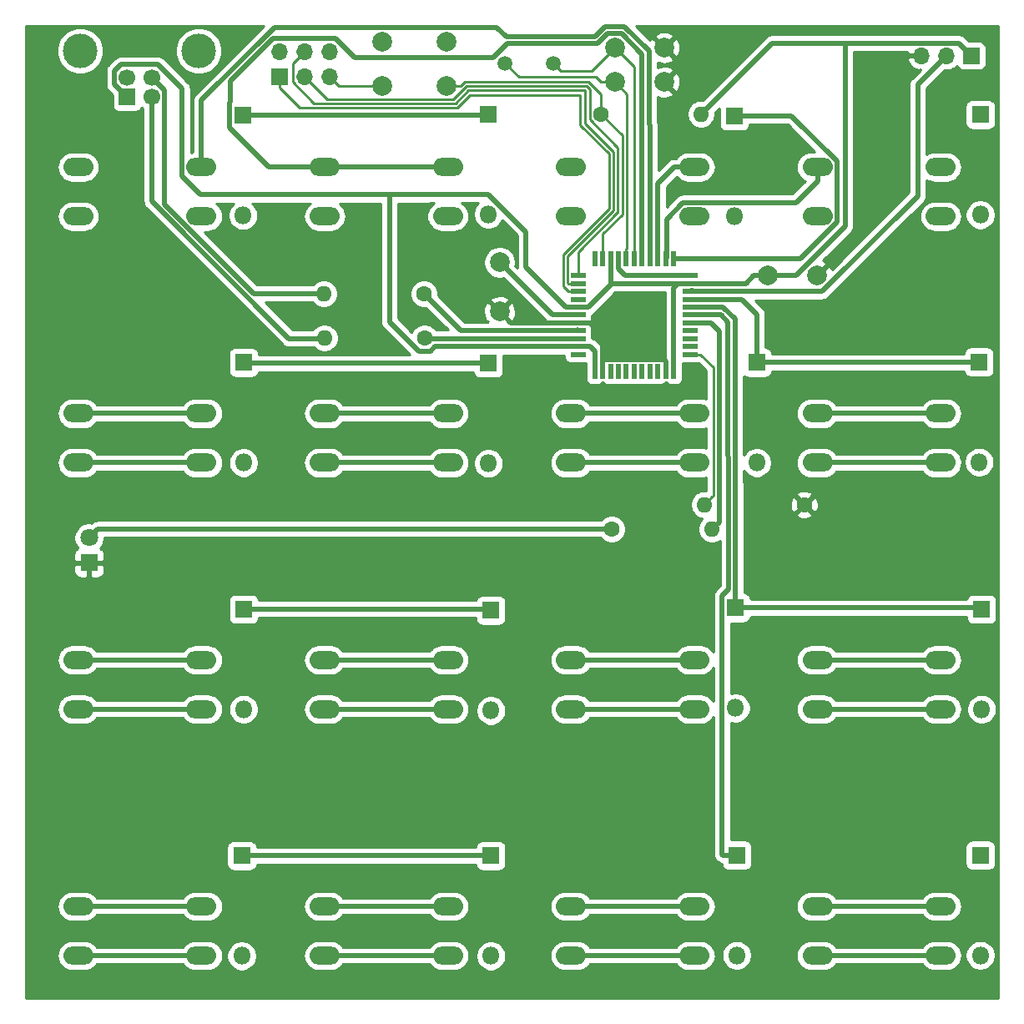
<source format=gbr>
G04 #@! TF.GenerationSoftware,KiCad,Pcbnew,5.1.5+dfsg1-2build2*
G04 #@! TF.CreationDate,2020-04-14T21:36:42+02:00*
G04 #@! TF.ProjectId,LoopStation,4c6f6f70-5374-4617-9469-6f6e2e6b6963,rev?*
G04 #@! TF.SameCoordinates,Original*
G04 #@! TF.FileFunction,Copper,L2,Bot*
G04 #@! TF.FilePolarity,Positive*
%FSLAX46Y46*%
G04 Gerber Fmt 4.6, Leading zero omitted, Abs format (unit mm)*
G04 Created by KiCad (PCBNEW 5.1.5+dfsg1-2build2) date 2020-04-14 21:36:42*
%MOMM*%
%LPD*%
G04 APERTURE LIST*
%ADD10O,1.600000X1.600000*%
%ADD11C,1.600000*%
%ADD12C,1.800000*%
%ADD13R,1.800000X1.800000*%
%ADD14C,2.000000*%
%ADD15C,1.500000*%
%ADD16O,1.700000X1.700000*%
%ADD17R,1.700000X1.700000*%
%ADD18C,3.500000*%
%ADD19C,1.700000*%
%ADD20O,3.048000X1.850000*%
%ADD21O,1.800000X1.800000*%
%ADD22R,0.550000X1.500000*%
%ADD23R,1.500000X0.550000*%
%ADD24C,0.500000*%
%ADD25C,0.250000*%
%ADD26C,0.254000*%
G04 APERTURE END LIST*
D10*
X119507000Y-99250500D03*
D11*
X129667000Y-99250500D03*
D10*
X120269000Y-101727000D03*
D11*
X110109000Y-101727000D03*
D12*
X57086500Y-102616000D03*
D13*
X57086500Y-105156000D03*
D14*
X125937000Y-76009500D03*
X130937000Y-76009500D03*
X98742500Y-79676000D03*
X98742500Y-74676000D03*
X93345000Y-52269000D03*
X93345000Y-56769000D03*
X86845000Y-52269000D03*
X86845000Y-56769000D03*
D10*
X119189500Y-59626500D03*
D11*
X109029500Y-59626500D03*
D15*
X104214000Y-54483000D03*
X99314000Y-54483000D03*
D14*
X110426500Y-52895500D03*
X115426500Y-52895500D03*
X110443000Y-56388000D03*
X115443000Y-56388000D03*
D10*
X80962500Y-82359500D03*
D11*
X91122500Y-82359500D03*
D10*
X80899000Y-77851000D03*
D11*
X91059000Y-77851000D03*
D16*
X81470500Y-53276500D03*
X81470500Y-55816500D03*
X78930500Y-53276500D03*
X78930500Y-55816500D03*
X76390500Y-53276500D03*
D17*
X76390500Y-55816500D03*
D18*
X68230000Y-53202000D03*
X56190000Y-53202000D03*
D19*
X60960000Y-55912000D03*
X63460000Y-55912000D03*
X63460000Y-57912000D03*
D17*
X60960000Y-57912000D03*
D16*
X141541500Y-53721000D03*
X144081500Y-53721000D03*
D17*
X146621500Y-53721000D03*
D20*
X106000000Y-95000000D03*
X106000000Y-90000000D03*
X118500000Y-95000000D03*
X118500000Y-90000000D03*
X81000000Y-95000000D03*
X81000000Y-90000000D03*
X93500000Y-95000000D03*
X93500000Y-90000000D03*
D21*
X147510500Y-144970500D03*
D13*
X147510500Y-134810500D03*
D21*
X147637500Y-120015000D03*
D13*
X147637500Y-109855000D03*
D21*
X147383500Y-94932500D03*
D13*
X147383500Y-84772500D03*
D21*
X147510500Y-69850000D03*
D13*
X147510500Y-59690000D03*
D21*
X122809000Y-144970500D03*
D13*
X122809000Y-134810500D03*
D21*
X122682000Y-119888000D03*
D13*
X122682000Y-109728000D03*
D21*
X124841000Y-94996000D03*
D13*
X124841000Y-84836000D03*
D21*
X122555000Y-69977000D03*
D13*
X122555000Y-59817000D03*
D21*
X97853500Y-145034000D03*
D13*
X97853500Y-134874000D03*
D21*
X97853500Y-120142000D03*
D13*
X97853500Y-109982000D03*
D21*
X97599500Y-95059500D03*
D13*
X97599500Y-84899500D03*
D21*
X97599500Y-69786500D03*
D13*
X97599500Y-59626500D03*
D21*
X72580500Y-145034000D03*
D13*
X72580500Y-134874000D03*
D21*
X72771000Y-120015000D03*
D13*
X72771000Y-109855000D03*
D21*
X72771000Y-94996000D03*
D13*
X72771000Y-84836000D03*
D21*
X72707500Y-69913500D03*
D13*
X72707500Y-59753500D03*
D20*
X131000000Y-70000000D03*
X131000000Y-65000000D03*
X143500000Y-70000000D03*
X143500000Y-65000000D03*
X131000000Y-145000000D03*
X131000000Y-140000000D03*
X143500000Y-145000000D03*
X143500000Y-140000000D03*
X131000000Y-120000000D03*
X131000000Y-115000000D03*
X143500000Y-120000000D03*
X143500000Y-115000000D03*
X131000000Y-95000000D03*
X131000000Y-90000000D03*
X143500000Y-95000000D03*
X143500000Y-90000000D03*
X106000000Y-145000000D03*
X106000000Y-140000000D03*
X118500000Y-145000000D03*
X118500000Y-140000000D03*
X106000000Y-120000000D03*
X106000000Y-115000000D03*
X118500000Y-120000000D03*
X118500000Y-115000000D03*
X106000000Y-70000000D03*
X106000000Y-65000000D03*
X118500000Y-70000000D03*
X118500000Y-65000000D03*
X81000000Y-145000000D03*
X81000000Y-140000000D03*
X93500000Y-145000000D03*
X93500000Y-140000000D03*
D22*
X108395000Y-85710000D03*
X109195000Y-85710000D03*
X109995000Y-85710000D03*
X110795000Y-85710000D03*
X111595000Y-85710000D03*
X112395000Y-85710000D03*
X113195000Y-85710000D03*
X113995000Y-85710000D03*
X114795000Y-85710000D03*
X115595000Y-85710000D03*
X116395000Y-85710000D03*
D23*
X118095000Y-84010000D03*
X118095000Y-83210000D03*
X118095000Y-82410000D03*
X118095000Y-81610000D03*
X118095000Y-80810000D03*
X118095000Y-80010000D03*
X118095000Y-79210000D03*
X118095000Y-78410000D03*
X118095000Y-77610000D03*
X118095000Y-76810000D03*
X118095000Y-76010000D03*
D22*
X116395000Y-74310000D03*
X115595000Y-74310000D03*
X114795000Y-74310000D03*
X113995000Y-74310000D03*
X113195000Y-74310000D03*
X112395000Y-74310000D03*
X111595000Y-74310000D03*
X110795000Y-74310000D03*
X109995000Y-74310000D03*
X109195000Y-74310000D03*
X108395000Y-74310000D03*
D23*
X106695000Y-76010000D03*
X106695000Y-76810000D03*
X106695000Y-77610000D03*
X106695000Y-78410000D03*
X106695000Y-79210000D03*
X106695000Y-80010000D03*
X106695000Y-80810000D03*
X106695000Y-81610000D03*
X106695000Y-82410000D03*
X106695000Y-83210000D03*
X106695000Y-84010000D03*
D20*
X81000000Y-120000000D03*
X81000000Y-115000000D03*
X93500000Y-120000000D03*
X93500000Y-115000000D03*
X81000000Y-70000000D03*
X81000000Y-65000000D03*
X93500000Y-70000000D03*
X93500000Y-65000000D03*
X56000000Y-145000000D03*
X56000000Y-140000000D03*
X68500000Y-145000000D03*
X68500000Y-140000000D03*
X56000000Y-120000000D03*
X56000000Y-115000000D03*
X68500000Y-120000000D03*
X68500000Y-115000000D03*
X56000000Y-95000000D03*
X56000000Y-90000000D03*
X68500000Y-95000000D03*
X68500000Y-90000000D03*
X56000000Y-70000000D03*
X56000000Y-65000000D03*
X68500000Y-70000000D03*
X68500000Y-65000000D03*
D24*
X97726500Y-109855000D02*
X97853500Y-109982000D01*
X72771000Y-109855000D02*
X97726500Y-109855000D01*
X122618500Y-80417038D02*
X122618500Y-80454500D01*
X121411462Y-79210000D02*
X122618500Y-80417038D01*
X118095000Y-79210000D02*
X121411462Y-79210000D01*
X122682000Y-109728000D02*
X122618500Y-80454500D01*
X147510500Y-109728000D02*
X147637500Y-109855000D01*
X122682000Y-109728000D02*
X147510500Y-109728000D01*
X56000000Y-95000000D02*
X68500000Y-95000000D01*
X56000000Y-120000000D02*
X68500000Y-120000000D01*
X56000000Y-145000000D02*
X68500000Y-145000000D01*
X81000000Y-95000000D02*
X93500000Y-95000000D01*
X81000000Y-120000000D02*
X93500000Y-120000000D01*
X81000000Y-145000000D02*
X93500000Y-145000000D01*
X106000000Y-95000000D02*
X118500000Y-95000000D01*
X108024000Y-120000000D02*
X118500000Y-120000000D01*
X106000000Y-120000000D02*
X108024000Y-120000000D01*
X106000000Y-145000000D02*
X118500000Y-145000000D01*
X131000000Y-95000000D02*
X143500000Y-95000000D01*
X131000000Y-120000000D02*
X143500000Y-120000000D01*
X133024000Y-145000000D02*
X143500000Y-145000000D01*
X131000000Y-145000000D02*
X133024000Y-145000000D01*
X115669999Y-74235001D02*
X115595000Y-74310000D01*
X115669999Y-70286444D02*
X115669999Y-74235001D01*
X117331453Y-68624990D02*
X115669999Y-70286444D01*
X128800010Y-68624990D02*
X117331453Y-68624990D01*
X131000000Y-66425000D02*
X128800010Y-68624990D01*
X131000000Y-65000000D02*
X131000000Y-66425000D01*
X131000000Y-140000000D02*
X143500000Y-140000000D01*
X131000000Y-90000000D02*
X143500000Y-90000000D01*
X131000000Y-115000000D02*
X143500000Y-115000000D01*
X118377000Y-77610000D02*
X118302001Y-77535001D01*
X118169999Y-77535001D02*
X118095000Y-77610000D01*
X118302001Y-77535001D02*
X118169999Y-77535001D01*
X143231501Y-54570999D02*
X144081500Y-53721000D01*
X141160500Y-67932002D02*
X141160500Y-56642000D01*
X141160500Y-56642000D02*
X143231501Y-54570999D01*
X131482502Y-77610000D02*
X141160500Y-67932002D01*
X118095000Y-77610000D02*
X131482502Y-77610000D01*
X97472500Y-59753500D02*
X97599500Y-59626500D01*
X72707500Y-59753500D02*
X97472500Y-59753500D01*
X117170000Y-74310000D02*
X116395000Y-74310000D01*
X129271000Y-74310000D02*
X117170000Y-74310000D01*
X132974010Y-70606990D02*
X129271000Y-74310000D01*
X132974010Y-64430453D02*
X132974010Y-70606990D01*
X128360557Y-59817000D02*
X132974010Y-64430453D01*
X122555000Y-59817000D02*
X128360557Y-59817000D01*
X72834500Y-84899500D02*
X72771000Y-84836000D01*
X97599500Y-84899500D02*
X72834500Y-84899500D01*
X118095000Y-78410000D02*
X123304500Y-78410000D01*
X123304500Y-78410000D02*
X124841000Y-79946500D01*
X124841000Y-84836000D02*
X124841000Y-79946500D01*
X147320000Y-84836000D02*
X147383500Y-84772500D01*
X124841000Y-84836000D02*
X147320000Y-84836000D01*
X111122501Y-51445499D02*
X113195000Y-53517998D01*
X109730499Y-51445499D02*
X111122501Y-51445499D01*
X108691499Y-52484499D02*
X109730499Y-51445499D01*
X113195000Y-60946814D02*
X113195000Y-74310000D01*
X113195000Y-53517998D02*
X113195000Y-60946814D01*
X71357499Y-61013501D02*
X71357499Y-58493499D01*
X75343998Y-65000000D02*
X71357499Y-61013501D01*
X81000000Y-65000000D02*
X75343998Y-65000000D01*
X99536501Y-52484497D02*
X108691502Y-52484497D01*
X84025001Y-53906999D02*
X98113999Y-53906999D01*
X82094501Y-51976499D02*
X84025001Y-53906999D01*
X75766499Y-51976499D02*
X82094501Y-51976499D01*
X108691502Y-52484497D02*
X108972500Y-52203499D01*
X71447499Y-56295499D02*
X75766499Y-51976499D01*
X71447499Y-58403499D02*
X71447499Y-56295499D01*
X98113999Y-53906999D02*
X99536501Y-52484497D01*
X71357499Y-58493499D02*
X71447499Y-58403499D01*
X81000000Y-115000000D02*
X93500000Y-115000000D01*
X81000000Y-140000000D02*
X93500000Y-140000000D01*
X81000000Y-90000000D02*
X93500000Y-90000000D01*
X93500000Y-65000000D02*
X81000000Y-65000000D01*
X113995000Y-60756851D02*
X113995000Y-74310000D01*
X113895010Y-53228045D02*
X113895010Y-60656861D01*
X99409487Y-51784487D02*
X108401545Y-51784487D01*
X109440546Y-50745489D02*
X111412454Y-50745489D01*
X108401547Y-51784489D02*
X109440546Y-50745489D01*
X108401545Y-51784487D02*
X108401547Y-51784489D01*
X98443999Y-50818999D02*
X99409487Y-51784487D01*
X113895010Y-60656861D02*
X113995000Y-60756851D01*
X75934036Y-50818999D02*
X98443999Y-50818999D01*
X111412454Y-50745489D02*
X113895010Y-53228045D01*
X68500000Y-58253035D02*
X75934036Y-50818999D01*
X68500000Y-65000000D02*
X68500000Y-58253035D01*
X56000000Y-90000000D02*
X68500000Y-90000000D01*
X56000000Y-115000000D02*
X68500000Y-115000000D01*
X56000000Y-140000000D02*
X68500000Y-140000000D01*
X114795000Y-73060000D02*
X114795000Y-74310000D01*
X114795000Y-66681000D02*
X114795000Y-73060000D01*
X116476000Y-65000000D02*
X114795000Y-66681000D01*
X118500000Y-65000000D02*
X116476000Y-65000000D01*
X108024000Y-140000000D02*
X118500000Y-140000000D01*
X106000000Y-140000000D02*
X108024000Y-140000000D01*
X106000000Y-90000000D02*
X118500000Y-90000000D01*
X106000000Y-115000000D02*
X118500000Y-115000000D01*
X99876500Y-80810000D02*
X106695000Y-80810000D01*
X98742500Y-79676000D02*
X99876500Y-80810000D01*
X107945000Y-80810000D02*
X106695000Y-80810000D01*
X109195000Y-82060000D02*
X107945000Y-80810000D01*
X109195000Y-85710000D02*
X109195000Y-82060000D01*
X106695000Y-80810000D02*
X107730002Y-80810000D01*
X116845000Y-76010000D02*
X118095000Y-76010000D01*
X111459998Y-76010000D02*
X116845000Y-76010000D01*
X110795000Y-75345002D02*
X111459998Y-76010000D01*
X110795000Y-74310000D02*
X110795000Y-75345002D01*
X115595000Y-84674998D02*
X115595000Y-85710000D01*
X115430001Y-84509999D02*
X115595000Y-84674998D01*
X109359999Y-84509999D02*
X115430001Y-84509999D01*
X109195000Y-84674998D02*
X109359999Y-84509999D01*
X109195000Y-85710000D02*
X109195000Y-84674998D01*
X97853500Y-134874000D02*
X72580500Y-134874000D01*
X121331999Y-134733499D02*
X121409000Y-134810500D01*
X121331999Y-108467999D02*
X121331999Y-134733499D01*
X121976998Y-107823000D02*
X121331999Y-108467999D01*
X121409000Y-134810500D02*
X122809000Y-134810500D01*
X121981990Y-107823000D02*
X121976998Y-107823000D01*
X121221500Y-80010000D02*
X121920000Y-80708500D01*
X118095000Y-80010000D02*
X121221500Y-80010000D01*
X121920000Y-80708500D02*
X121981990Y-107823000D01*
D25*
X106695000Y-73643590D02*
X110738490Y-69600100D01*
X106695000Y-76010000D02*
X106695000Y-73643590D01*
X110738489Y-69600101D02*
X110679795Y-69658795D01*
X107904499Y-57105909D02*
X107904499Y-60166501D01*
X107904499Y-60166501D02*
X110738489Y-63000491D01*
X107573100Y-56774510D02*
X107904499Y-57105909D01*
X95390113Y-56774510D02*
X107573100Y-56774510D01*
X94070622Y-58094001D02*
X95390113Y-56774510D01*
X110738489Y-63000491D02*
X110738489Y-69600101D01*
X81208001Y-58094001D02*
X94070622Y-58094001D01*
X78930500Y-55816500D02*
X81208001Y-58094001D01*
X105695000Y-76810000D02*
X106695000Y-76810000D01*
X105619999Y-76734999D02*
X105695000Y-76810000D01*
X110288480Y-63488980D02*
X110288480Y-69413700D01*
X95576513Y-57224520D02*
X107386700Y-57224520D01*
X110288480Y-69413700D02*
X105619999Y-74082181D01*
X107386700Y-57224520D02*
X107386700Y-60587200D01*
X94257022Y-58544011D02*
X95576513Y-57224520D01*
X79919009Y-58544011D02*
X94257022Y-58544011D01*
X77755499Y-56380501D02*
X79919009Y-58544011D01*
X107386700Y-60587200D02*
X110288480Y-63488980D01*
X77755499Y-54451501D02*
X77755499Y-56380501D01*
X105619999Y-74082181D02*
X105619999Y-76734999D01*
X78930500Y-53276500D02*
X77755499Y-54451501D01*
X105695000Y-77610000D02*
X106695000Y-77610000D01*
X105169990Y-73895780D02*
X105169990Y-77084990D01*
X105169990Y-77084990D02*
X105695000Y-77610000D01*
X109838470Y-69227300D02*
X105169990Y-73895780D01*
X76390500Y-56916500D02*
X76390500Y-55816500D01*
X78468021Y-58994021D02*
X76390500Y-56916500D01*
X94443422Y-58994021D02*
X78468021Y-58994021D01*
X95762913Y-57674530D02*
X94443422Y-58994021D01*
X95762913Y-57674530D02*
X106936690Y-57674530D01*
X109838470Y-63675380D02*
X109838470Y-69227300D01*
X106936691Y-60773601D02*
X109838470Y-63675380D01*
X106936690Y-57674530D02*
X106936691Y-60773601D01*
D24*
X64760001Y-57212001D02*
X64760001Y-68803558D01*
X63460000Y-55912000D02*
X64760001Y-57212001D01*
X73807443Y-77851000D02*
X80899000Y-77851000D01*
X64760001Y-68803558D02*
X73807443Y-77851000D01*
X77389480Y-82423000D02*
X80962500Y-82423000D01*
X63460000Y-68493520D02*
X77389480Y-82423000D01*
X63460000Y-57912000D02*
X63460000Y-68493520D01*
X105445000Y-79210000D02*
X106695000Y-79210000D01*
X101409500Y-71598498D02*
X101409500Y-75174500D01*
X59659999Y-56611999D02*
X59659999Y-55287999D01*
X59659999Y-55287999D02*
X60335999Y-54611999D01*
X60335999Y-54611999D02*
X64084001Y-54611999D01*
X64084001Y-54611999D02*
X66525990Y-57053988D01*
X66525990Y-65954490D02*
X68389500Y-67818000D01*
X60960000Y-57912000D02*
X59659999Y-56611999D01*
X91440000Y-67818000D02*
X91482970Y-67775030D01*
X91482970Y-67775030D02*
X97586032Y-67775030D01*
X97586032Y-67775030D02*
X101409500Y-71598498D01*
X66525990Y-57053988D02*
X66525990Y-65954490D01*
X101409500Y-75174500D02*
X105445000Y-79210000D01*
X123722287Y-76810000D02*
X119345000Y-76810000D01*
X119345000Y-76810000D02*
X118095000Y-76810000D01*
X124522787Y-76009500D02*
X123722287Y-76810000D01*
X125937000Y-76009500D02*
X124522787Y-76009500D01*
X107945000Y-83210000D02*
X106695000Y-83210000D01*
X108395000Y-83660000D02*
X107945000Y-83210000D01*
X108395000Y-85710000D02*
X108395000Y-83660000D01*
X116845000Y-76810000D02*
X118095000Y-76810000D01*
X116395000Y-85710000D02*
X116395000Y-77260000D01*
X109995000Y-75560000D02*
X109995000Y-74310000D01*
X109995000Y-76945002D02*
X109995000Y-75560000D01*
X107730002Y-79210000D02*
X109995000Y-76945002D01*
X116395000Y-77260000D02*
X116845000Y-76810000D01*
X107730002Y-79210000D02*
X106695000Y-79210000D01*
X110130002Y-76810000D02*
X107730002Y-79210000D01*
X118095000Y-76810000D02*
X110130002Y-76810000D01*
X119989499Y-58826501D02*
X119189500Y-59626500D01*
X126395001Y-52420999D02*
X119989499Y-58826501D01*
X146621500Y-53721000D02*
X145321499Y-52420999D01*
X87566500Y-80717002D02*
X87566500Y-67818000D01*
X91722501Y-83673001D02*
X90522499Y-83673001D01*
X90522499Y-83673001D02*
X87566500Y-80717002D01*
X92185502Y-83210000D02*
X91722501Y-83673001D01*
X106695000Y-83210000D02*
X92185502Y-83210000D01*
X87566500Y-67818000D02*
X91440000Y-67818000D01*
X68389500Y-67818000D02*
X87566500Y-67818000D01*
X128790998Y-76009500D02*
X133794500Y-71005998D01*
X125937000Y-76009500D02*
X128790998Y-76009500D01*
X133794500Y-71005998D02*
X133794500Y-52451000D01*
X133794500Y-52451000D02*
X126395001Y-52420999D01*
X145321499Y-52420999D02*
X133794500Y-52451000D01*
X121005499Y-101054001D02*
X121005499Y-81635499D01*
X120205500Y-101854000D02*
X121005499Y-101054001D01*
X120180000Y-80810000D02*
X118095000Y-80810000D01*
X121005499Y-81635499D02*
X120180000Y-80810000D01*
D25*
X120306999Y-98450501D02*
X119507000Y-99250500D01*
X120430489Y-85345489D02*
X120430489Y-98327011D01*
X120430489Y-98327011D02*
X120306999Y-98450501D01*
X119095000Y-84010000D02*
X120430489Y-85345489D01*
X118095000Y-84010000D02*
X119095000Y-84010000D01*
X109195000Y-71780000D02*
X109195000Y-74310000D01*
X93340581Y-56324500D02*
X93277081Y-56388000D01*
X94759213Y-56769000D02*
X93345000Y-56769000D01*
X95203713Y-56324500D02*
X94759213Y-56769000D01*
X107759500Y-56324500D02*
X95203713Y-56324500D01*
X82423000Y-56769000D02*
X81470500Y-55816500D01*
X86845000Y-56769000D02*
X82423000Y-56769000D01*
X109029500Y-57594500D02*
X109029500Y-59626500D01*
X107759500Y-56324500D02*
X109029500Y-57594500D01*
X111188499Y-61785499D02*
X111188499Y-69849999D01*
X109029500Y-59626500D02*
X111188499Y-61785499D01*
X111188500Y-69850000D02*
X109195000Y-71780000D01*
X111188499Y-69849999D02*
X111188500Y-69850000D01*
X111188500Y-69786500D02*
X111188500Y-69850000D01*
D24*
X106620001Y-81535001D02*
X106695000Y-81610000D01*
X94818000Y-81610000D02*
X106695000Y-81610000D01*
X91059000Y-77851000D02*
X94818000Y-81610000D01*
X106682000Y-82423000D02*
X106695000Y-82410000D01*
X91122500Y-82423000D02*
X106682000Y-82423000D01*
D25*
X111595000Y-73310000D02*
X111595000Y-74310000D01*
X111638510Y-73266490D02*
X111595000Y-73310000D01*
X111638510Y-57583510D02*
X111638510Y-73266490D01*
X110443000Y-56388000D02*
X111638510Y-57583510D01*
X108515278Y-55874491D02*
X109028787Y-56388000D01*
X100705491Y-55874491D02*
X108515278Y-55874491D01*
X109028787Y-56388000D02*
X110443000Y-56388000D01*
X99314000Y-54483000D02*
X100705491Y-55874491D01*
X112395000Y-54864000D02*
X112395000Y-74310000D01*
X110426500Y-52895500D02*
X112395000Y-54864000D01*
X108089001Y-55232999D02*
X108902500Y-54419500D01*
X104963999Y-55232999D02*
X108089001Y-55232999D01*
X104214000Y-54483000D02*
X104963999Y-55232999D01*
X108902500Y-54419500D02*
X110426500Y-52895500D01*
X108775500Y-54546500D02*
X108902500Y-54419500D01*
D24*
X104076500Y-80010000D02*
X106695000Y-80010000D01*
X98742500Y-74676000D02*
X104076500Y-80010000D01*
X57975500Y-101727000D02*
X57086500Y-102616000D01*
X110109000Y-101727000D02*
X57975500Y-101727000D01*
D26*
G36*
X67904952Y-57596505D02*
G01*
X67871184Y-57624218D01*
X67843471Y-57657986D01*
X67843468Y-57657989D01*
X67760590Y-57758976D01*
X67678412Y-57912722D01*
X67627805Y-58079545D01*
X67610719Y-58253035D01*
X67615001Y-58296514D01*
X67615000Y-63460621D01*
X67595187Y-63462572D01*
X67410990Y-63518447D01*
X67410990Y-57097457D01*
X67415271Y-57053988D01*
X67410990Y-57010519D01*
X67410990Y-57010511D01*
X67398185Y-56880498D01*
X67397417Y-56877964D01*
X67379782Y-56819833D01*
X67347579Y-56713675D01*
X67265401Y-56559929D01*
X67222001Y-56507046D01*
X67182522Y-56458941D01*
X67182520Y-56458939D01*
X67154807Y-56425171D01*
X67121040Y-56397459D01*
X64740535Y-54016955D01*
X64712818Y-53983182D01*
X64578060Y-53872588D01*
X64424314Y-53790410D01*
X64257491Y-53739804D01*
X64127478Y-53726999D01*
X64127470Y-53726999D01*
X64084001Y-53722718D01*
X64040532Y-53726999D01*
X60379464Y-53726999D01*
X60335998Y-53722718D01*
X60292532Y-53726999D01*
X60292522Y-53726999D01*
X60162509Y-53739804D01*
X59995686Y-53790410D01*
X59841940Y-53872588D01*
X59819037Y-53891384D01*
X59740952Y-53955467D01*
X59740950Y-53955469D01*
X59707182Y-53983182D01*
X59679469Y-54016950D01*
X59064950Y-54631470D01*
X59031183Y-54659182D01*
X59003470Y-54692950D01*
X59003467Y-54692953D01*
X58920589Y-54793940D01*
X58838411Y-54947686D01*
X58787804Y-55114509D01*
X58770718Y-55287999D01*
X58775000Y-55331477D01*
X58774999Y-56568529D01*
X58770718Y-56611999D01*
X58774999Y-56655468D01*
X58774999Y-56655475D01*
X58784188Y-56748775D01*
X58787804Y-56785489D01*
X58796351Y-56813663D01*
X58838410Y-56952311D01*
X58920588Y-57106057D01*
X59031182Y-57240816D01*
X59064955Y-57268533D01*
X59471928Y-57675506D01*
X59471928Y-58762000D01*
X59484188Y-58886482D01*
X59520498Y-59006180D01*
X59579463Y-59116494D01*
X59658815Y-59213185D01*
X59755506Y-59292537D01*
X59865820Y-59351502D01*
X59985518Y-59387812D01*
X60110000Y-59400072D01*
X61810000Y-59400072D01*
X61934482Y-59387812D01*
X62054180Y-59351502D01*
X62164494Y-59292537D01*
X62261185Y-59213185D01*
X62340537Y-59116494D01*
X62399502Y-59006180D01*
X62412203Y-58964310D01*
X62513368Y-59065475D01*
X62575000Y-59106656D01*
X62575001Y-68450041D01*
X62570719Y-68493520D01*
X62587805Y-68667010D01*
X62638412Y-68833833D01*
X62720590Y-68987579D01*
X62803468Y-69088566D01*
X62803471Y-69088569D01*
X62831184Y-69122337D01*
X62864952Y-69150050D01*
X76732950Y-83018049D01*
X76760663Y-83051817D01*
X76794431Y-83079530D01*
X76794433Y-83079532D01*
X76895421Y-83162411D01*
X77049166Y-83244589D01*
X77178476Y-83283815D01*
X77215990Y-83295195D01*
X77346003Y-83308000D01*
X77346011Y-83308000D01*
X77389480Y-83312281D01*
X77432949Y-83308000D01*
X79881604Y-83308000D01*
X80047741Y-83474137D01*
X80282773Y-83631180D01*
X80543926Y-83739353D01*
X80821165Y-83794500D01*
X81103835Y-83794500D01*
X81381074Y-83739353D01*
X81642227Y-83631180D01*
X81877259Y-83474137D01*
X82077137Y-83274259D01*
X82234180Y-83039227D01*
X82342353Y-82778074D01*
X82397500Y-82500835D01*
X82397500Y-82218165D01*
X82342353Y-81940926D01*
X82234180Y-81679773D01*
X82077137Y-81444741D01*
X81877259Y-81244863D01*
X81642227Y-81087820D01*
X81381074Y-80979647D01*
X81103835Y-80924500D01*
X80821165Y-80924500D01*
X80543926Y-80979647D01*
X80282773Y-81087820D01*
X80047741Y-81244863D01*
X79847863Y-81444741D01*
X79785549Y-81538000D01*
X77756059Y-81538000D01*
X74954059Y-78736000D01*
X79764479Y-78736000D01*
X79784363Y-78765759D01*
X79984241Y-78965637D01*
X80219273Y-79122680D01*
X80480426Y-79230853D01*
X80757665Y-79286000D01*
X81040335Y-79286000D01*
X81317574Y-79230853D01*
X81578727Y-79122680D01*
X81813759Y-78965637D01*
X82013637Y-78765759D01*
X82170680Y-78530727D01*
X82278853Y-78269574D01*
X82334000Y-77992335D01*
X82334000Y-77709665D01*
X82278853Y-77432426D01*
X82170680Y-77171273D01*
X82013637Y-76936241D01*
X81813759Y-76736363D01*
X81578727Y-76579320D01*
X81317574Y-76471147D01*
X81040335Y-76416000D01*
X80757665Y-76416000D01*
X80480426Y-76471147D01*
X80219273Y-76579320D01*
X79984241Y-76736363D01*
X79784363Y-76936241D01*
X79764479Y-76966000D01*
X74174022Y-76966000D01*
X68768021Y-71560000D01*
X69175636Y-71560000D01*
X69404813Y-71537428D01*
X69698875Y-71448226D01*
X69969883Y-71303369D01*
X70207424Y-71108424D01*
X70402369Y-70870883D01*
X70547226Y-70599875D01*
X70636428Y-70305813D01*
X70666548Y-70000000D01*
X70636428Y-69694187D01*
X70547226Y-69400125D01*
X70402369Y-69129117D01*
X70207424Y-68891576D01*
X69977644Y-68703000D01*
X71756215Y-68703000D01*
X71728995Y-68721188D01*
X71515188Y-68934995D01*
X71347201Y-69186405D01*
X71231489Y-69465757D01*
X71172500Y-69762316D01*
X71172500Y-70064684D01*
X71231489Y-70361243D01*
X71347201Y-70640595D01*
X71515188Y-70892005D01*
X71728995Y-71105812D01*
X71980405Y-71273799D01*
X72259757Y-71389511D01*
X72556316Y-71448500D01*
X72858684Y-71448500D01*
X73155243Y-71389511D01*
X73434595Y-71273799D01*
X73686005Y-71105812D01*
X73899812Y-70892005D01*
X74067799Y-70640595D01*
X74183511Y-70361243D01*
X74242500Y-70064684D01*
X74242500Y-69762316D01*
X74183511Y-69465757D01*
X74067799Y-69186405D01*
X73899812Y-68934995D01*
X73686005Y-68721188D01*
X73658785Y-68703000D01*
X79522356Y-68703000D01*
X79292576Y-68891576D01*
X79097631Y-69129117D01*
X78952774Y-69400125D01*
X78863572Y-69694187D01*
X78833452Y-70000000D01*
X78863572Y-70305813D01*
X78952774Y-70599875D01*
X79097631Y-70870883D01*
X79292576Y-71108424D01*
X79530117Y-71303369D01*
X79801125Y-71448226D01*
X80095187Y-71537428D01*
X80324364Y-71560000D01*
X81675636Y-71560000D01*
X81904813Y-71537428D01*
X82198875Y-71448226D01*
X82469883Y-71303369D01*
X82707424Y-71108424D01*
X82902369Y-70870883D01*
X83047226Y-70599875D01*
X83136428Y-70305813D01*
X83166548Y-70000000D01*
X83136428Y-69694187D01*
X83047226Y-69400125D01*
X82902369Y-69129117D01*
X82707424Y-68891576D01*
X82477644Y-68703000D01*
X86681501Y-68703000D01*
X86681500Y-80673533D01*
X86677219Y-80717002D01*
X86681500Y-80760471D01*
X86681500Y-80760478D01*
X86694305Y-80890491D01*
X86744911Y-81057314D01*
X86827089Y-81211060D01*
X86937683Y-81345819D01*
X86971456Y-81373536D01*
X89612419Y-84014500D01*
X74309072Y-84014500D01*
X74309072Y-83936000D01*
X74296812Y-83811518D01*
X74260502Y-83691820D01*
X74201537Y-83581506D01*
X74122185Y-83484815D01*
X74025494Y-83405463D01*
X73915180Y-83346498D01*
X73795482Y-83310188D01*
X73671000Y-83297928D01*
X71871000Y-83297928D01*
X71746518Y-83310188D01*
X71626820Y-83346498D01*
X71516506Y-83405463D01*
X71419815Y-83484815D01*
X71340463Y-83581506D01*
X71281498Y-83691820D01*
X71245188Y-83811518D01*
X71232928Y-83936000D01*
X71232928Y-85736000D01*
X71245188Y-85860482D01*
X71281498Y-85980180D01*
X71340463Y-86090494D01*
X71419815Y-86187185D01*
X71516506Y-86266537D01*
X71626820Y-86325502D01*
X71746518Y-86361812D01*
X71871000Y-86374072D01*
X73671000Y-86374072D01*
X73795482Y-86361812D01*
X73915180Y-86325502D01*
X74025494Y-86266537D01*
X74122185Y-86187185D01*
X74201537Y-86090494D01*
X74260502Y-85980180D01*
X74296812Y-85860482D01*
X74304295Y-85784500D01*
X96061428Y-85784500D01*
X96061428Y-85799500D01*
X96073688Y-85923982D01*
X96109998Y-86043680D01*
X96168963Y-86153994D01*
X96248315Y-86250685D01*
X96345006Y-86330037D01*
X96455320Y-86389002D01*
X96575018Y-86425312D01*
X96699500Y-86437572D01*
X98499500Y-86437572D01*
X98623982Y-86425312D01*
X98743680Y-86389002D01*
X98853994Y-86330037D01*
X98950685Y-86250685D01*
X99030037Y-86153994D01*
X99089002Y-86043680D01*
X99125312Y-85923982D01*
X99137572Y-85799500D01*
X99137572Y-84095000D01*
X105306928Y-84095000D01*
X105306928Y-84285000D01*
X105319188Y-84409482D01*
X105355498Y-84529180D01*
X105414463Y-84639494D01*
X105493815Y-84736185D01*
X105590506Y-84815537D01*
X105700820Y-84874502D01*
X105820518Y-84910812D01*
X105945000Y-84923072D01*
X107445000Y-84923072D01*
X107485962Y-84919038D01*
X107481928Y-84960000D01*
X107481928Y-86460000D01*
X107494188Y-86584482D01*
X107530498Y-86704180D01*
X107589463Y-86814494D01*
X107668815Y-86911185D01*
X107765506Y-86990537D01*
X107875820Y-87049502D01*
X107995518Y-87085812D01*
X108120000Y-87098072D01*
X108670000Y-87098072D01*
X108794482Y-87085812D01*
X108795663Y-87085454D01*
X108909250Y-87095000D01*
X109001333Y-87002917D01*
X109024494Y-86990537D01*
X109121185Y-86911185D01*
X109195000Y-86821241D01*
X109268815Y-86911185D01*
X109365506Y-86990537D01*
X109388667Y-87002917D01*
X109480750Y-87095000D01*
X109594337Y-87085454D01*
X109595518Y-87085812D01*
X109720000Y-87098072D01*
X110270000Y-87098072D01*
X110394482Y-87085812D01*
X110395000Y-87085655D01*
X110395518Y-87085812D01*
X110520000Y-87098072D01*
X111070000Y-87098072D01*
X111194482Y-87085812D01*
X111195000Y-87085655D01*
X111195518Y-87085812D01*
X111320000Y-87098072D01*
X111870000Y-87098072D01*
X111994482Y-87085812D01*
X111995000Y-87085655D01*
X111995518Y-87085812D01*
X112120000Y-87098072D01*
X112670000Y-87098072D01*
X112794482Y-87085812D01*
X112795000Y-87085655D01*
X112795518Y-87085812D01*
X112920000Y-87098072D01*
X113470000Y-87098072D01*
X113594482Y-87085812D01*
X113595000Y-87085655D01*
X113595518Y-87085812D01*
X113720000Y-87098072D01*
X114270000Y-87098072D01*
X114394482Y-87085812D01*
X114395000Y-87085655D01*
X114395518Y-87085812D01*
X114520000Y-87098072D01*
X115070000Y-87098072D01*
X115194482Y-87085812D01*
X115195663Y-87085454D01*
X115309250Y-87095000D01*
X115401333Y-87002917D01*
X115424494Y-86990537D01*
X115521185Y-86911185D01*
X115595000Y-86821241D01*
X115668815Y-86911185D01*
X115765506Y-86990537D01*
X115788667Y-87002917D01*
X115880750Y-87095000D01*
X115994337Y-87085454D01*
X115995518Y-87085812D01*
X116120000Y-87098072D01*
X116670000Y-87098072D01*
X116794482Y-87085812D01*
X116914180Y-87049502D01*
X117024494Y-86990537D01*
X117121185Y-86911185D01*
X117200537Y-86814494D01*
X117259502Y-86704180D01*
X117295812Y-86584482D01*
X117308072Y-86460000D01*
X117308072Y-84960000D01*
X117304038Y-84919038D01*
X117345000Y-84923072D01*
X118845000Y-84923072D01*
X118925357Y-84915158D01*
X119670489Y-85660291D01*
X119670489Y-88543163D01*
X119404813Y-88462572D01*
X119175636Y-88440000D01*
X117824364Y-88440000D01*
X117595187Y-88462572D01*
X117301125Y-88551774D01*
X117030117Y-88696631D01*
X116792576Y-88891576D01*
X116609217Y-89115000D01*
X107890783Y-89115000D01*
X107707424Y-88891576D01*
X107469883Y-88696631D01*
X107198875Y-88551774D01*
X106904813Y-88462572D01*
X106675636Y-88440000D01*
X105324364Y-88440000D01*
X105095187Y-88462572D01*
X104801125Y-88551774D01*
X104530117Y-88696631D01*
X104292576Y-88891576D01*
X104097631Y-89129117D01*
X103952774Y-89400125D01*
X103863572Y-89694187D01*
X103833452Y-90000000D01*
X103863572Y-90305813D01*
X103952774Y-90599875D01*
X104097631Y-90870883D01*
X104292576Y-91108424D01*
X104530117Y-91303369D01*
X104801125Y-91448226D01*
X105095187Y-91537428D01*
X105324364Y-91560000D01*
X106675636Y-91560000D01*
X106904813Y-91537428D01*
X107198875Y-91448226D01*
X107469883Y-91303369D01*
X107707424Y-91108424D01*
X107890783Y-90885000D01*
X116609217Y-90885000D01*
X116792576Y-91108424D01*
X117030117Y-91303369D01*
X117301125Y-91448226D01*
X117595187Y-91537428D01*
X117824364Y-91560000D01*
X119175636Y-91560000D01*
X119404813Y-91537428D01*
X119670489Y-91456837D01*
X119670490Y-93543163D01*
X119404813Y-93462572D01*
X119175636Y-93440000D01*
X117824364Y-93440000D01*
X117595187Y-93462572D01*
X117301125Y-93551774D01*
X117030117Y-93696631D01*
X116792576Y-93891576D01*
X116609217Y-94115000D01*
X107890783Y-94115000D01*
X107707424Y-93891576D01*
X107469883Y-93696631D01*
X107198875Y-93551774D01*
X106904813Y-93462572D01*
X106675636Y-93440000D01*
X105324364Y-93440000D01*
X105095187Y-93462572D01*
X104801125Y-93551774D01*
X104530117Y-93696631D01*
X104292576Y-93891576D01*
X104097631Y-94129117D01*
X103952774Y-94400125D01*
X103863572Y-94694187D01*
X103833452Y-95000000D01*
X103863572Y-95305813D01*
X103952774Y-95599875D01*
X104097631Y-95870883D01*
X104292576Y-96108424D01*
X104530117Y-96303369D01*
X104801125Y-96448226D01*
X105095187Y-96537428D01*
X105324364Y-96560000D01*
X106675636Y-96560000D01*
X106904813Y-96537428D01*
X107198875Y-96448226D01*
X107469883Y-96303369D01*
X107707424Y-96108424D01*
X107890783Y-95885000D01*
X116609217Y-95885000D01*
X116792576Y-96108424D01*
X117030117Y-96303369D01*
X117301125Y-96448226D01*
X117595187Y-96537428D01*
X117824364Y-96560000D01*
X119175636Y-96560000D01*
X119404813Y-96537428D01*
X119670490Y-96456836D01*
X119670490Y-97819907D01*
X119648335Y-97815500D01*
X119365665Y-97815500D01*
X119088426Y-97870647D01*
X118827273Y-97978820D01*
X118592241Y-98135863D01*
X118392363Y-98335741D01*
X118235320Y-98570773D01*
X118127147Y-98831926D01*
X118072000Y-99109165D01*
X118072000Y-99391835D01*
X118127147Y-99669074D01*
X118235320Y-99930227D01*
X118392363Y-100165259D01*
X118592241Y-100365137D01*
X118827273Y-100522180D01*
X119088426Y-100630353D01*
X119295134Y-100671470D01*
X119154363Y-100812241D01*
X118997320Y-101047273D01*
X118889147Y-101308426D01*
X118834000Y-101585665D01*
X118834000Y-101868335D01*
X118889147Y-102145574D01*
X118997320Y-102406727D01*
X119154363Y-102641759D01*
X119354241Y-102841637D01*
X119589273Y-102998680D01*
X119850426Y-103106853D01*
X120127665Y-103162000D01*
X120410335Y-103162000D01*
X120687574Y-103106853D01*
X120948727Y-102998680D01*
X121085749Y-102907125D01*
X121096140Y-107452279D01*
X120736955Y-107811465D01*
X120703182Y-107839182D01*
X120592588Y-107973941D01*
X120510410Y-108127687D01*
X120459804Y-108294510D01*
X120446999Y-108424523D01*
X120446999Y-108424530D01*
X120442718Y-108467999D01*
X120446999Y-108511468D01*
X120446999Y-114212614D01*
X120402369Y-114129117D01*
X120207424Y-113891576D01*
X119969883Y-113696631D01*
X119698875Y-113551774D01*
X119404813Y-113462572D01*
X119175636Y-113440000D01*
X117824364Y-113440000D01*
X117595187Y-113462572D01*
X117301125Y-113551774D01*
X117030117Y-113696631D01*
X116792576Y-113891576D01*
X116609217Y-114115000D01*
X107890783Y-114115000D01*
X107707424Y-113891576D01*
X107469883Y-113696631D01*
X107198875Y-113551774D01*
X106904813Y-113462572D01*
X106675636Y-113440000D01*
X105324364Y-113440000D01*
X105095187Y-113462572D01*
X104801125Y-113551774D01*
X104530117Y-113696631D01*
X104292576Y-113891576D01*
X104097631Y-114129117D01*
X103952774Y-114400125D01*
X103863572Y-114694187D01*
X103833452Y-115000000D01*
X103863572Y-115305813D01*
X103952774Y-115599875D01*
X104097631Y-115870883D01*
X104292576Y-116108424D01*
X104530117Y-116303369D01*
X104801125Y-116448226D01*
X105095187Y-116537428D01*
X105324364Y-116560000D01*
X106675636Y-116560000D01*
X106904813Y-116537428D01*
X107198875Y-116448226D01*
X107469883Y-116303369D01*
X107707424Y-116108424D01*
X107890783Y-115885000D01*
X116609217Y-115885000D01*
X116792576Y-116108424D01*
X117030117Y-116303369D01*
X117301125Y-116448226D01*
X117595187Y-116537428D01*
X117824364Y-116560000D01*
X119175636Y-116560000D01*
X119404813Y-116537428D01*
X119698875Y-116448226D01*
X119969883Y-116303369D01*
X120207424Y-116108424D01*
X120402369Y-115870883D01*
X120446999Y-115787386D01*
X120446999Y-119212615D01*
X120402369Y-119129117D01*
X120207424Y-118891576D01*
X119969883Y-118696631D01*
X119698875Y-118551774D01*
X119404813Y-118462572D01*
X119175636Y-118440000D01*
X117824364Y-118440000D01*
X117595187Y-118462572D01*
X117301125Y-118551774D01*
X117030117Y-118696631D01*
X116792576Y-118891576D01*
X116609217Y-119115000D01*
X107890783Y-119115000D01*
X107707424Y-118891576D01*
X107469883Y-118696631D01*
X107198875Y-118551774D01*
X106904813Y-118462572D01*
X106675636Y-118440000D01*
X105324364Y-118440000D01*
X105095187Y-118462572D01*
X104801125Y-118551774D01*
X104530117Y-118696631D01*
X104292576Y-118891576D01*
X104097631Y-119129117D01*
X103952774Y-119400125D01*
X103863572Y-119694187D01*
X103833452Y-120000000D01*
X103863572Y-120305813D01*
X103952774Y-120599875D01*
X104097631Y-120870883D01*
X104292576Y-121108424D01*
X104530117Y-121303369D01*
X104801125Y-121448226D01*
X105095187Y-121537428D01*
X105324364Y-121560000D01*
X106675636Y-121560000D01*
X106904813Y-121537428D01*
X107198875Y-121448226D01*
X107469883Y-121303369D01*
X107707424Y-121108424D01*
X107890783Y-120885000D01*
X116609217Y-120885000D01*
X116792576Y-121108424D01*
X117030117Y-121303369D01*
X117301125Y-121448226D01*
X117595187Y-121537428D01*
X117824364Y-121560000D01*
X119175636Y-121560000D01*
X119404813Y-121537428D01*
X119698875Y-121448226D01*
X119969883Y-121303369D01*
X120207424Y-121108424D01*
X120402369Y-120870883D01*
X120446999Y-120787385D01*
X120447000Y-134690020D01*
X120442718Y-134733499D01*
X120459804Y-134906989D01*
X120510411Y-135073812D01*
X120592589Y-135227558D01*
X120675467Y-135328545D01*
X120675470Y-135328548D01*
X120703183Y-135362316D01*
X120736951Y-135390029D01*
X120752466Y-135405544D01*
X120780183Y-135439317D01*
X120914941Y-135549911D01*
X121068687Y-135632089D01*
X121235510Y-135682695D01*
X121270928Y-135686183D01*
X121270928Y-135710500D01*
X121283188Y-135834982D01*
X121319498Y-135954680D01*
X121378463Y-136064994D01*
X121457815Y-136161685D01*
X121554506Y-136241037D01*
X121664820Y-136300002D01*
X121784518Y-136336312D01*
X121909000Y-136348572D01*
X123709000Y-136348572D01*
X123833482Y-136336312D01*
X123953180Y-136300002D01*
X124063494Y-136241037D01*
X124160185Y-136161685D01*
X124239537Y-136064994D01*
X124298502Y-135954680D01*
X124334812Y-135834982D01*
X124347072Y-135710500D01*
X124347072Y-133910500D01*
X145972428Y-133910500D01*
X145972428Y-135710500D01*
X145984688Y-135834982D01*
X146020998Y-135954680D01*
X146079963Y-136064994D01*
X146159315Y-136161685D01*
X146256006Y-136241037D01*
X146366320Y-136300002D01*
X146486018Y-136336312D01*
X146610500Y-136348572D01*
X148410500Y-136348572D01*
X148534982Y-136336312D01*
X148654680Y-136300002D01*
X148764994Y-136241037D01*
X148861685Y-136161685D01*
X148941037Y-136064994D01*
X149000002Y-135954680D01*
X149036312Y-135834982D01*
X149048572Y-135710500D01*
X149048572Y-133910500D01*
X149036312Y-133786018D01*
X149000002Y-133666320D01*
X148941037Y-133556006D01*
X148861685Y-133459315D01*
X148764994Y-133379963D01*
X148654680Y-133320998D01*
X148534982Y-133284688D01*
X148410500Y-133272428D01*
X146610500Y-133272428D01*
X146486018Y-133284688D01*
X146366320Y-133320998D01*
X146256006Y-133379963D01*
X146159315Y-133459315D01*
X146079963Y-133556006D01*
X146020998Y-133666320D01*
X145984688Y-133786018D01*
X145972428Y-133910500D01*
X124347072Y-133910500D01*
X124334812Y-133786018D01*
X124298502Y-133666320D01*
X124239537Y-133556006D01*
X124160185Y-133459315D01*
X124063494Y-133379963D01*
X123953180Y-133320998D01*
X123833482Y-133284688D01*
X123709000Y-133272428D01*
X122216999Y-133272428D01*
X122216999Y-121356862D01*
X122234257Y-121364011D01*
X122530816Y-121423000D01*
X122833184Y-121423000D01*
X123129743Y-121364011D01*
X123409095Y-121248299D01*
X123660505Y-121080312D01*
X123874312Y-120866505D01*
X124042299Y-120615095D01*
X124158011Y-120335743D01*
X124217000Y-120039184D01*
X124217000Y-120000000D01*
X128833452Y-120000000D01*
X128863572Y-120305813D01*
X128952774Y-120599875D01*
X129097631Y-120870883D01*
X129292576Y-121108424D01*
X129530117Y-121303369D01*
X129801125Y-121448226D01*
X130095187Y-121537428D01*
X130324364Y-121560000D01*
X131675636Y-121560000D01*
X131904813Y-121537428D01*
X132198875Y-121448226D01*
X132469883Y-121303369D01*
X132707424Y-121108424D01*
X132890783Y-120885000D01*
X141609217Y-120885000D01*
X141792576Y-121108424D01*
X142030117Y-121303369D01*
X142301125Y-121448226D01*
X142595187Y-121537428D01*
X142824364Y-121560000D01*
X144175636Y-121560000D01*
X144404813Y-121537428D01*
X144698875Y-121448226D01*
X144969883Y-121303369D01*
X145207424Y-121108424D01*
X145402369Y-120870883D01*
X145547226Y-120599875D01*
X145636428Y-120305813D01*
X145666548Y-120000000D01*
X145653136Y-119863816D01*
X146102500Y-119863816D01*
X146102500Y-120166184D01*
X146161489Y-120462743D01*
X146277201Y-120742095D01*
X146445188Y-120993505D01*
X146658995Y-121207312D01*
X146910405Y-121375299D01*
X147189757Y-121491011D01*
X147486316Y-121550000D01*
X147788684Y-121550000D01*
X148085243Y-121491011D01*
X148364595Y-121375299D01*
X148616005Y-121207312D01*
X148829812Y-120993505D01*
X148997799Y-120742095D01*
X149113511Y-120462743D01*
X149172500Y-120166184D01*
X149172500Y-119863816D01*
X149113511Y-119567257D01*
X148997799Y-119287905D01*
X148829812Y-119036495D01*
X148616005Y-118822688D01*
X148364595Y-118654701D01*
X148085243Y-118538989D01*
X147788684Y-118480000D01*
X147486316Y-118480000D01*
X147189757Y-118538989D01*
X146910405Y-118654701D01*
X146658995Y-118822688D01*
X146445188Y-119036495D01*
X146277201Y-119287905D01*
X146161489Y-119567257D01*
X146102500Y-119863816D01*
X145653136Y-119863816D01*
X145636428Y-119694187D01*
X145547226Y-119400125D01*
X145402369Y-119129117D01*
X145207424Y-118891576D01*
X144969883Y-118696631D01*
X144698875Y-118551774D01*
X144404813Y-118462572D01*
X144175636Y-118440000D01*
X142824364Y-118440000D01*
X142595187Y-118462572D01*
X142301125Y-118551774D01*
X142030117Y-118696631D01*
X141792576Y-118891576D01*
X141609217Y-119115000D01*
X132890783Y-119115000D01*
X132707424Y-118891576D01*
X132469883Y-118696631D01*
X132198875Y-118551774D01*
X131904813Y-118462572D01*
X131675636Y-118440000D01*
X130324364Y-118440000D01*
X130095187Y-118462572D01*
X129801125Y-118551774D01*
X129530117Y-118696631D01*
X129292576Y-118891576D01*
X129097631Y-119129117D01*
X128952774Y-119400125D01*
X128863572Y-119694187D01*
X128833452Y-120000000D01*
X124217000Y-120000000D01*
X124217000Y-119736816D01*
X124158011Y-119440257D01*
X124042299Y-119160905D01*
X123874312Y-118909495D01*
X123660505Y-118695688D01*
X123409095Y-118527701D01*
X123129743Y-118411989D01*
X122833184Y-118353000D01*
X122530816Y-118353000D01*
X122234257Y-118411989D01*
X122216999Y-118419138D01*
X122216999Y-115000000D01*
X128833452Y-115000000D01*
X128863572Y-115305813D01*
X128952774Y-115599875D01*
X129097631Y-115870883D01*
X129292576Y-116108424D01*
X129530117Y-116303369D01*
X129801125Y-116448226D01*
X130095187Y-116537428D01*
X130324364Y-116560000D01*
X131675636Y-116560000D01*
X131904813Y-116537428D01*
X132198875Y-116448226D01*
X132469883Y-116303369D01*
X132707424Y-116108424D01*
X132890783Y-115885000D01*
X141609217Y-115885000D01*
X141792576Y-116108424D01*
X142030117Y-116303369D01*
X142301125Y-116448226D01*
X142595187Y-116537428D01*
X142824364Y-116560000D01*
X144175636Y-116560000D01*
X144404813Y-116537428D01*
X144698875Y-116448226D01*
X144969883Y-116303369D01*
X145207424Y-116108424D01*
X145402369Y-115870883D01*
X145547226Y-115599875D01*
X145636428Y-115305813D01*
X145666548Y-115000000D01*
X145636428Y-114694187D01*
X145547226Y-114400125D01*
X145402369Y-114129117D01*
X145207424Y-113891576D01*
X144969883Y-113696631D01*
X144698875Y-113551774D01*
X144404813Y-113462572D01*
X144175636Y-113440000D01*
X142824364Y-113440000D01*
X142595187Y-113462572D01*
X142301125Y-113551774D01*
X142030117Y-113696631D01*
X141792576Y-113891576D01*
X141609217Y-114115000D01*
X132890783Y-114115000D01*
X132707424Y-113891576D01*
X132469883Y-113696631D01*
X132198875Y-113551774D01*
X131904813Y-113462572D01*
X131675636Y-113440000D01*
X130324364Y-113440000D01*
X130095187Y-113462572D01*
X129801125Y-113551774D01*
X129530117Y-113696631D01*
X129292576Y-113891576D01*
X129097631Y-114129117D01*
X128952774Y-114400125D01*
X128863572Y-114694187D01*
X128833452Y-115000000D01*
X122216999Y-115000000D01*
X122216999Y-111266072D01*
X123582000Y-111266072D01*
X123706482Y-111253812D01*
X123826180Y-111217502D01*
X123936494Y-111158537D01*
X124033185Y-111079185D01*
X124112537Y-110982494D01*
X124171502Y-110872180D01*
X124207812Y-110752482D01*
X124220072Y-110628000D01*
X124220072Y-110613000D01*
X146099428Y-110613000D01*
X146099428Y-110755000D01*
X146111688Y-110879482D01*
X146147998Y-110999180D01*
X146206963Y-111109494D01*
X146286315Y-111206185D01*
X146383006Y-111285537D01*
X146493320Y-111344502D01*
X146613018Y-111380812D01*
X146737500Y-111393072D01*
X148537500Y-111393072D01*
X148661982Y-111380812D01*
X148781680Y-111344502D01*
X148891994Y-111285537D01*
X148988685Y-111206185D01*
X149068037Y-111109494D01*
X149127002Y-110999180D01*
X149163312Y-110879482D01*
X149175572Y-110755000D01*
X149175572Y-108955000D01*
X149163312Y-108830518D01*
X149127002Y-108710820D01*
X149068037Y-108600506D01*
X148988685Y-108503815D01*
X148891994Y-108424463D01*
X148781680Y-108365498D01*
X148661982Y-108329188D01*
X148537500Y-108316928D01*
X146737500Y-108316928D01*
X146613018Y-108329188D01*
X146493320Y-108365498D01*
X146383006Y-108424463D01*
X146286315Y-108503815D01*
X146206963Y-108600506D01*
X146147998Y-108710820D01*
X146111688Y-108830518D01*
X146110459Y-108843000D01*
X124220072Y-108843000D01*
X124220072Y-108828000D01*
X124207812Y-108703518D01*
X124171502Y-108583820D01*
X124112537Y-108473506D01*
X124033185Y-108376815D01*
X123936494Y-108297463D01*
X123826180Y-108238498D01*
X123706482Y-108202188D01*
X123582000Y-108189928D01*
X123563665Y-108189928D01*
X123546428Y-100243202D01*
X128853903Y-100243202D01*
X128925486Y-100487171D01*
X129180996Y-100608071D01*
X129455184Y-100676800D01*
X129737512Y-100690717D01*
X130017130Y-100649287D01*
X130283292Y-100554103D01*
X130408514Y-100487171D01*
X130480097Y-100243202D01*
X129667000Y-99430105D01*
X128853903Y-100243202D01*
X123546428Y-100243202D01*
X123544427Y-99321012D01*
X128226783Y-99321012D01*
X128268213Y-99600630D01*
X128363397Y-99866792D01*
X128430329Y-99992014D01*
X128674298Y-100063597D01*
X129487395Y-99250500D01*
X129846605Y-99250500D01*
X130659702Y-100063597D01*
X130903671Y-99992014D01*
X131024571Y-99736504D01*
X131093300Y-99462316D01*
X131107217Y-99179988D01*
X131065787Y-98900370D01*
X130970603Y-98634208D01*
X130903671Y-98508986D01*
X130659702Y-98437403D01*
X129846605Y-99250500D01*
X129487395Y-99250500D01*
X128674298Y-98437403D01*
X128430329Y-98508986D01*
X128309429Y-98764496D01*
X128240700Y-99038684D01*
X128226783Y-99321012D01*
X123544427Y-99321012D01*
X123542121Y-98257798D01*
X128853903Y-98257798D01*
X129667000Y-99070895D01*
X130480097Y-98257798D01*
X130408514Y-98013829D01*
X130153004Y-97892929D01*
X129878816Y-97824200D01*
X129596488Y-97810283D01*
X129316870Y-97851713D01*
X129050708Y-97946897D01*
X128925486Y-98013829D01*
X128853903Y-98257798D01*
X123542121Y-98257798D01*
X123536804Y-95807060D01*
X123648688Y-95974505D01*
X123862495Y-96188312D01*
X124113905Y-96356299D01*
X124393257Y-96472011D01*
X124689816Y-96531000D01*
X124992184Y-96531000D01*
X125288743Y-96472011D01*
X125568095Y-96356299D01*
X125819505Y-96188312D01*
X126033312Y-95974505D01*
X126201299Y-95723095D01*
X126317011Y-95443743D01*
X126376000Y-95147184D01*
X126376000Y-95000000D01*
X128833452Y-95000000D01*
X128863572Y-95305813D01*
X128952774Y-95599875D01*
X129097631Y-95870883D01*
X129292576Y-96108424D01*
X129530117Y-96303369D01*
X129801125Y-96448226D01*
X130095187Y-96537428D01*
X130324364Y-96560000D01*
X131675636Y-96560000D01*
X131904813Y-96537428D01*
X132198875Y-96448226D01*
X132469883Y-96303369D01*
X132707424Y-96108424D01*
X132890783Y-95885000D01*
X141609217Y-95885000D01*
X141792576Y-96108424D01*
X142030117Y-96303369D01*
X142301125Y-96448226D01*
X142595187Y-96537428D01*
X142824364Y-96560000D01*
X144175636Y-96560000D01*
X144404813Y-96537428D01*
X144698875Y-96448226D01*
X144969883Y-96303369D01*
X145207424Y-96108424D01*
X145402369Y-95870883D01*
X145547226Y-95599875D01*
X145636428Y-95305813D01*
X145666548Y-95000000D01*
X145645010Y-94781316D01*
X145848500Y-94781316D01*
X145848500Y-95083684D01*
X145907489Y-95380243D01*
X146023201Y-95659595D01*
X146191188Y-95911005D01*
X146404995Y-96124812D01*
X146656405Y-96292799D01*
X146935757Y-96408511D01*
X147232316Y-96467500D01*
X147534684Y-96467500D01*
X147831243Y-96408511D01*
X148110595Y-96292799D01*
X148362005Y-96124812D01*
X148575812Y-95911005D01*
X148743799Y-95659595D01*
X148859511Y-95380243D01*
X148918500Y-95083684D01*
X148918500Y-94781316D01*
X148859511Y-94484757D01*
X148743799Y-94205405D01*
X148575812Y-93953995D01*
X148362005Y-93740188D01*
X148110595Y-93572201D01*
X147831243Y-93456489D01*
X147534684Y-93397500D01*
X147232316Y-93397500D01*
X146935757Y-93456489D01*
X146656405Y-93572201D01*
X146404995Y-93740188D01*
X146191188Y-93953995D01*
X146023201Y-94205405D01*
X145907489Y-94484757D01*
X145848500Y-94781316D01*
X145645010Y-94781316D01*
X145636428Y-94694187D01*
X145547226Y-94400125D01*
X145402369Y-94129117D01*
X145207424Y-93891576D01*
X144969883Y-93696631D01*
X144698875Y-93551774D01*
X144404813Y-93462572D01*
X144175636Y-93440000D01*
X142824364Y-93440000D01*
X142595187Y-93462572D01*
X142301125Y-93551774D01*
X142030117Y-93696631D01*
X141792576Y-93891576D01*
X141609217Y-94115000D01*
X132890783Y-94115000D01*
X132707424Y-93891576D01*
X132469883Y-93696631D01*
X132198875Y-93551774D01*
X131904813Y-93462572D01*
X131675636Y-93440000D01*
X130324364Y-93440000D01*
X130095187Y-93462572D01*
X129801125Y-93551774D01*
X129530117Y-93696631D01*
X129292576Y-93891576D01*
X129097631Y-94129117D01*
X128952774Y-94400125D01*
X128863572Y-94694187D01*
X128833452Y-95000000D01*
X126376000Y-95000000D01*
X126376000Y-94844816D01*
X126317011Y-94548257D01*
X126201299Y-94268905D01*
X126033312Y-94017495D01*
X125819505Y-93803688D01*
X125568095Y-93635701D01*
X125288743Y-93519989D01*
X124992184Y-93461000D01*
X124689816Y-93461000D01*
X124393257Y-93519989D01*
X124113905Y-93635701D01*
X123862495Y-93803688D01*
X123648688Y-94017495D01*
X123533297Y-94190190D01*
X123524208Y-90000000D01*
X128833452Y-90000000D01*
X128863572Y-90305813D01*
X128952774Y-90599875D01*
X129097631Y-90870883D01*
X129292576Y-91108424D01*
X129530117Y-91303369D01*
X129801125Y-91448226D01*
X130095187Y-91537428D01*
X130324364Y-91560000D01*
X131675636Y-91560000D01*
X131904813Y-91537428D01*
X132198875Y-91448226D01*
X132469883Y-91303369D01*
X132707424Y-91108424D01*
X132890783Y-90885000D01*
X141609217Y-90885000D01*
X141792576Y-91108424D01*
X142030117Y-91303369D01*
X142301125Y-91448226D01*
X142595187Y-91537428D01*
X142824364Y-91560000D01*
X144175636Y-91560000D01*
X144404813Y-91537428D01*
X144698875Y-91448226D01*
X144969883Y-91303369D01*
X145207424Y-91108424D01*
X145402369Y-90870883D01*
X145547226Y-90599875D01*
X145636428Y-90305813D01*
X145666548Y-90000000D01*
X145636428Y-89694187D01*
X145547226Y-89400125D01*
X145402369Y-89129117D01*
X145207424Y-88891576D01*
X144969883Y-88696631D01*
X144698875Y-88551774D01*
X144404813Y-88462572D01*
X144175636Y-88440000D01*
X142824364Y-88440000D01*
X142595187Y-88462572D01*
X142301125Y-88551774D01*
X142030117Y-88696631D01*
X141792576Y-88891576D01*
X141609217Y-89115000D01*
X132890783Y-89115000D01*
X132707424Y-88891576D01*
X132469883Y-88696631D01*
X132198875Y-88551774D01*
X131904813Y-88462572D01*
X131675636Y-88440000D01*
X130324364Y-88440000D01*
X130095187Y-88462572D01*
X129801125Y-88551774D01*
X129530117Y-88696631D01*
X129292576Y-88891576D01*
X129097631Y-89129117D01*
X128952774Y-89400125D01*
X128863572Y-89694187D01*
X128833452Y-90000000D01*
X123524208Y-90000000D01*
X123515983Y-86208661D01*
X123586506Y-86266537D01*
X123696820Y-86325502D01*
X123816518Y-86361812D01*
X123941000Y-86374072D01*
X125741000Y-86374072D01*
X125865482Y-86361812D01*
X125985180Y-86325502D01*
X126095494Y-86266537D01*
X126192185Y-86187185D01*
X126271537Y-86090494D01*
X126330502Y-85980180D01*
X126366812Y-85860482D01*
X126379072Y-85736000D01*
X126379072Y-85721000D01*
X145850205Y-85721000D01*
X145857688Y-85796982D01*
X145893998Y-85916680D01*
X145952963Y-86026994D01*
X146032315Y-86123685D01*
X146129006Y-86203037D01*
X146239320Y-86262002D01*
X146359018Y-86298312D01*
X146483500Y-86310572D01*
X148283500Y-86310572D01*
X148407982Y-86298312D01*
X148527680Y-86262002D01*
X148637994Y-86203037D01*
X148734685Y-86123685D01*
X148814037Y-86026994D01*
X148873002Y-85916680D01*
X148909312Y-85796982D01*
X148921572Y-85672500D01*
X148921572Y-83872500D01*
X148909312Y-83748018D01*
X148873002Y-83628320D01*
X148814037Y-83518006D01*
X148734685Y-83421315D01*
X148637994Y-83341963D01*
X148527680Y-83282998D01*
X148407982Y-83246688D01*
X148283500Y-83234428D01*
X146483500Y-83234428D01*
X146359018Y-83246688D01*
X146239320Y-83282998D01*
X146129006Y-83341963D01*
X146032315Y-83421315D01*
X145952963Y-83518006D01*
X145893998Y-83628320D01*
X145857688Y-83748018D01*
X145845428Y-83872500D01*
X145845428Y-83951000D01*
X126379072Y-83951000D01*
X126379072Y-83936000D01*
X126366812Y-83811518D01*
X126330502Y-83691820D01*
X126271537Y-83581506D01*
X126192185Y-83484815D01*
X126095494Y-83405463D01*
X125985180Y-83346498D01*
X125865482Y-83310188D01*
X125741000Y-83297928D01*
X125726000Y-83297928D01*
X125726000Y-79989965D01*
X125730281Y-79946499D01*
X125726000Y-79903033D01*
X125726000Y-79903023D01*
X125713195Y-79773010D01*
X125662589Y-79606187D01*
X125580411Y-79452441D01*
X125521375Y-79380506D01*
X125497532Y-79351453D01*
X125497530Y-79351451D01*
X125469817Y-79317683D01*
X125436049Y-79289970D01*
X124641078Y-78495000D01*
X131439033Y-78495000D01*
X131482502Y-78499281D01*
X131525971Y-78495000D01*
X131525979Y-78495000D01*
X131655992Y-78482195D01*
X131822815Y-78431589D01*
X131976561Y-78349411D01*
X132111319Y-78238817D01*
X132139036Y-78205044D01*
X140344080Y-70000000D01*
X141333452Y-70000000D01*
X141363572Y-70305813D01*
X141452774Y-70599875D01*
X141597631Y-70870883D01*
X141792576Y-71108424D01*
X142030117Y-71303369D01*
X142301125Y-71448226D01*
X142595187Y-71537428D01*
X142824364Y-71560000D01*
X144175636Y-71560000D01*
X144404813Y-71537428D01*
X144698875Y-71448226D01*
X144969883Y-71303369D01*
X145207424Y-71108424D01*
X145402369Y-70870883D01*
X145547226Y-70599875D01*
X145636428Y-70305813D01*
X145666548Y-70000000D01*
X145636884Y-69698816D01*
X145975500Y-69698816D01*
X145975500Y-70001184D01*
X146034489Y-70297743D01*
X146150201Y-70577095D01*
X146318188Y-70828505D01*
X146531995Y-71042312D01*
X146783405Y-71210299D01*
X147062757Y-71326011D01*
X147359316Y-71385000D01*
X147661684Y-71385000D01*
X147958243Y-71326011D01*
X148237595Y-71210299D01*
X148489005Y-71042312D01*
X148702812Y-70828505D01*
X148870799Y-70577095D01*
X148986511Y-70297743D01*
X149045500Y-70001184D01*
X149045500Y-69698816D01*
X148986511Y-69402257D01*
X148870799Y-69122905D01*
X148702812Y-68871495D01*
X148489005Y-68657688D01*
X148237595Y-68489701D01*
X147958243Y-68373989D01*
X147661684Y-68315000D01*
X147359316Y-68315000D01*
X147062757Y-68373989D01*
X146783405Y-68489701D01*
X146531995Y-68657688D01*
X146318188Y-68871495D01*
X146150201Y-69122905D01*
X146034489Y-69402257D01*
X145975500Y-69698816D01*
X145636884Y-69698816D01*
X145636428Y-69694187D01*
X145547226Y-69400125D01*
X145402369Y-69129117D01*
X145207424Y-68891576D01*
X144969883Y-68696631D01*
X144698875Y-68551774D01*
X144404813Y-68462572D01*
X144175636Y-68440000D01*
X142824364Y-68440000D01*
X142595187Y-68462572D01*
X142301125Y-68551774D01*
X142030117Y-68696631D01*
X141792576Y-68891576D01*
X141597631Y-69129117D01*
X141452774Y-69400125D01*
X141363572Y-69694187D01*
X141333452Y-70000000D01*
X140344080Y-70000000D01*
X141755551Y-68588530D01*
X141789317Y-68560819D01*
X141821378Y-68521754D01*
X141899910Y-68426062D01*
X141899911Y-68426061D01*
X141982089Y-68272315D01*
X142032695Y-68105492D01*
X142045500Y-67975479D01*
X142045500Y-67975469D01*
X142049781Y-67932003D01*
X142045500Y-67888536D01*
X142045500Y-66311591D01*
X142301125Y-66448226D01*
X142595187Y-66537428D01*
X142824364Y-66560000D01*
X144175636Y-66560000D01*
X144404813Y-66537428D01*
X144698875Y-66448226D01*
X144969883Y-66303369D01*
X145207424Y-66108424D01*
X145402369Y-65870883D01*
X145547226Y-65599875D01*
X145636428Y-65305813D01*
X145666548Y-65000000D01*
X145636428Y-64694187D01*
X145547226Y-64400125D01*
X145402369Y-64129117D01*
X145207424Y-63891576D01*
X144969883Y-63696631D01*
X144698875Y-63551774D01*
X144404813Y-63462572D01*
X144175636Y-63440000D01*
X142824364Y-63440000D01*
X142595187Y-63462572D01*
X142301125Y-63551774D01*
X142045500Y-63688409D01*
X142045500Y-58790000D01*
X145972428Y-58790000D01*
X145972428Y-60590000D01*
X145984688Y-60714482D01*
X146020998Y-60834180D01*
X146079963Y-60944494D01*
X146159315Y-61041185D01*
X146256006Y-61120537D01*
X146366320Y-61179502D01*
X146486018Y-61215812D01*
X146610500Y-61228072D01*
X148410500Y-61228072D01*
X148534982Y-61215812D01*
X148654680Y-61179502D01*
X148764994Y-61120537D01*
X148861685Y-61041185D01*
X148941037Y-60944494D01*
X149000002Y-60834180D01*
X149036312Y-60714482D01*
X149048572Y-60590000D01*
X149048572Y-58790000D01*
X149036312Y-58665518D01*
X149000002Y-58545820D01*
X148941037Y-58435506D01*
X148861685Y-58338815D01*
X148764994Y-58259463D01*
X148654680Y-58200498D01*
X148534982Y-58164188D01*
X148410500Y-58151928D01*
X146610500Y-58151928D01*
X146486018Y-58164188D01*
X146366320Y-58200498D01*
X146256006Y-58259463D01*
X146159315Y-58338815D01*
X146079963Y-58435506D01*
X146020998Y-58545820D01*
X145984688Y-58665518D01*
X145972428Y-58790000D01*
X142045500Y-58790000D01*
X142045500Y-57008578D01*
X143862540Y-55191539D01*
X143935240Y-55206000D01*
X144227760Y-55206000D01*
X144514658Y-55148932D01*
X144784911Y-55036990D01*
X145028132Y-54874475D01*
X145159987Y-54742620D01*
X145181998Y-54815180D01*
X145240963Y-54925494D01*
X145320315Y-55022185D01*
X145417006Y-55101537D01*
X145527320Y-55160502D01*
X145647018Y-55196812D01*
X145771500Y-55209072D01*
X147471500Y-55209072D01*
X147595982Y-55196812D01*
X147715680Y-55160502D01*
X147825994Y-55101537D01*
X147922685Y-55022185D01*
X148002037Y-54925494D01*
X148061002Y-54815180D01*
X148097312Y-54695482D01*
X148109572Y-54571000D01*
X148109572Y-52871000D01*
X148097312Y-52746518D01*
X148061002Y-52626820D01*
X148002037Y-52516506D01*
X147922685Y-52419815D01*
X147825994Y-52340463D01*
X147715680Y-52281498D01*
X147595982Y-52245188D01*
X147471500Y-52232928D01*
X146385006Y-52232928D01*
X145977212Y-51825134D01*
X145948677Y-51790548D01*
X145882117Y-51736213D01*
X145815558Y-51681589D01*
X145814532Y-51681041D01*
X145813631Y-51680305D01*
X145737673Y-51639959D01*
X145661812Y-51599411D01*
X145660698Y-51599073D01*
X145659672Y-51598528D01*
X145577445Y-51573818D01*
X145494989Y-51548804D01*
X145493828Y-51548690D01*
X145492718Y-51548356D01*
X145407025Y-51540141D01*
X145321499Y-51531718D01*
X145276880Y-51536112D01*
X133836836Y-51565888D01*
X133794500Y-51561718D01*
X133752809Y-51565824D01*
X126440259Y-51536175D01*
X126395001Y-51531718D01*
X126310145Y-51540075D01*
X126225049Y-51548108D01*
X126223315Y-51548626D01*
X126221511Y-51548804D01*
X126139846Y-51573578D01*
X126058022Y-51598037D01*
X126056418Y-51598886D01*
X126054687Y-51599411D01*
X125979431Y-51639636D01*
X125903944Y-51679591D01*
X125902540Y-51680734D01*
X125900942Y-51681588D01*
X125834853Y-51735826D01*
X125768739Y-51789638D01*
X125739748Y-51824673D01*
X119394458Y-58169964D01*
X119394452Y-58169969D01*
X119365938Y-58198483D01*
X119330835Y-58191500D01*
X119048165Y-58191500D01*
X118770926Y-58246647D01*
X118509773Y-58354820D01*
X118274741Y-58511863D01*
X118074863Y-58711741D01*
X117917820Y-58946773D01*
X117809647Y-59207926D01*
X117754500Y-59485165D01*
X117754500Y-59767835D01*
X117809647Y-60045074D01*
X117917820Y-60306227D01*
X118074863Y-60541259D01*
X118274741Y-60741137D01*
X118509773Y-60898180D01*
X118770926Y-61006353D01*
X119048165Y-61061500D01*
X119330835Y-61061500D01*
X119608074Y-61006353D01*
X119869227Y-60898180D01*
X120104259Y-60741137D01*
X120304137Y-60541259D01*
X120461180Y-60306227D01*
X120569353Y-60045074D01*
X120624500Y-59767835D01*
X120624500Y-59485165D01*
X120617517Y-59450062D01*
X120646031Y-59421548D01*
X120646036Y-59421542D01*
X121016928Y-59050650D01*
X121016928Y-60717000D01*
X121029188Y-60841482D01*
X121065498Y-60961180D01*
X121124463Y-61071494D01*
X121203815Y-61168185D01*
X121300506Y-61247537D01*
X121410820Y-61306502D01*
X121530518Y-61342812D01*
X121655000Y-61355072D01*
X123455000Y-61355072D01*
X123579482Y-61342812D01*
X123699180Y-61306502D01*
X123809494Y-61247537D01*
X123906185Y-61168185D01*
X123985537Y-61071494D01*
X124044502Y-60961180D01*
X124080812Y-60841482D01*
X124093072Y-60717000D01*
X124093072Y-60702000D01*
X127993979Y-60702000D01*
X130731978Y-63440000D01*
X130324364Y-63440000D01*
X130095187Y-63462572D01*
X129801125Y-63551774D01*
X129530117Y-63696631D01*
X129292576Y-63891576D01*
X129097631Y-64129117D01*
X128952774Y-64400125D01*
X128863572Y-64694187D01*
X128833452Y-65000000D01*
X128863572Y-65305813D01*
X128952774Y-65599875D01*
X129097631Y-65870883D01*
X129292576Y-66108424D01*
X129530117Y-66303369D01*
X129751644Y-66421778D01*
X128433432Y-67739990D01*
X117374922Y-67739990D01*
X117331453Y-67735709D01*
X117287984Y-67739990D01*
X117287976Y-67739990D01*
X117157963Y-67752795D01*
X116991140Y-67803401D01*
X116876451Y-67864703D01*
X116837394Y-67885579D01*
X116736406Y-67968458D01*
X116736404Y-67968460D01*
X116702636Y-67996173D01*
X116674923Y-68029941D01*
X115680000Y-69024865D01*
X115680000Y-67047578D01*
X116714406Y-66013173D01*
X116792576Y-66108424D01*
X117030117Y-66303369D01*
X117301125Y-66448226D01*
X117595187Y-66537428D01*
X117824364Y-66560000D01*
X119175636Y-66560000D01*
X119404813Y-66537428D01*
X119698875Y-66448226D01*
X119969883Y-66303369D01*
X120207424Y-66108424D01*
X120402369Y-65870883D01*
X120547226Y-65599875D01*
X120636428Y-65305813D01*
X120666548Y-65000000D01*
X120636428Y-64694187D01*
X120547226Y-64400125D01*
X120402369Y-64129117D01*
X120207424Y-63891576D01*
X119969883Y-63696631D01*
X119698875Y-63551774D01*
X119404813Y-63462572D01*
X119175636Y-63440000D01*
X117824364Y-63440000D01*
X117595187Y-63462572D01*
X117301125Y-63551774D01*
X117030117Y-63696631D01*
X116792576Y-63891576D01*
X116609217Y-64115000D01*
X116519469Y-64115000D01*
X116476000Y-64110719D01*
X116432531Y-64115000D01*
X116432523Y-64115000D01*
X116317306Y-64126348D01*
X116302509Y-64127805D01*
X116251903Y-64143157D01*
X116135687Y-64178411D01*
X115981941Y-64260589D01*
X115981939Y-64260590D01*
X115981940Y-64260590D01*
X115880953Y-64343468D01*
X115880951Y-64343470D01*
X115847183Y-64371183D01*
X115819470Y-64404951D01*
X114880000Y-65344422D01*
X114880000Y-60800316D01*
X114884281Y-60756850D01*
X114880000Y-60713384D01*
X114880000Y-60713374D01*
X114867195Y-60583361D01*
X114816589Y-60416538D01*
X114780010Y-60348103D01*
X114780010Y-57883676D01*
X114872571Y-57928704D01*
X115184108Y-58010384D01*
X115505595Y-58029718D01*
X115824675Y-57985961D01*
X116129088Y-57880795D01*
X116303044Y-57787814D01*
X116398808Y-57523413D01*
X115443000Y-56567605D01*
X115428858Y-56581748D01*
X115249253Y-56402143D01*
X115263395Y-56388000D01*
X115622605Y-56388000D01*
X116578413Y-57343808D01*
X116842814Y-57248044D01*
X116983704Y-56958429D01*
X117065384Y-56646892D01*
X117084718Y-56325405D01*
X117040961Y-56006325D01*
X116935795Y-55701912D01*
X116842814Y-55527956D01*
X116578413Y-55432192D01*
X115622605Y-56388000D01*
X115263395Y-56388000D01*
X115249253Y-56373858D01*
X115428858Y-56194253D01*
X115443000Y-56208395D01*
X116398808Y-55252587D01*
X116303044Y-54988186D01*
X116013429Y-54847296D01*
X115701892Y-54765616D01*
X115380405Y-54746282D01*
X115061325Y-54790039D01*
X114780010Y-54887225D01*
X114780010Y-54399202D01*
X114856071Y-54436204D01*
X115167608Y-54517884D01*
X115489095Y-54537218D01*
X115808175Y-54493461D01*
X116112588Y-54388295D01*
X116286544Y-54295314D01*
X116382308Y-54030913D01*
X115426500Y-53075105D01*
X115412358Y-53089248D01*
X115232753Y-52909643D01*
X115246895Y-52895500D01*
X115606105Y-52895500D01*
X116561913Y-53851308D01*
X116826314Y-53755544D01*
X116967204Y-53465929D01*
X117048884Y-53154392D01*
X117068218Y-52832905D01*
X117024461Y-52513825D01*
X116919295Y-52209412D01*
X116826314Y-52035456D01*
X116561913Y-51939692D01*
X115606105Y-52895500D01*
X115246895Y-52895500D01*
X114291087Y-51939692D01*
X114026686Y-52035456D01*
X114002898Y-52084354D01*
X113678631Y-51760087D01*
X114470692Y-51760087D01*
X115426500Y-52715895D01*
X116382308Y-51760087D01*
X116286544Y-51495686D01*
X115996929Y-51354796D01*
X115685392Y-51273116D01*
X115363905Y-51253782D01*
X115044825Y-51297539D01*
X114740412Y-51402705D01*
X114566456Y-51495686D01*
X114470692Y-51760087D01*
X113678631Y-51760087D01*
X112578543Y-50660000D01*
X149340000Y-50660000D01*
X149340001Y-149340000D01*
X50660000Y-149340000D01*
X50660000Y-145000000D01*
X53833452Y-145000000D01*
X53863572Y-145305813D01*
X53952774Y-145599875D01*
X54097631Y-145870883D01*
X54292576Y-146108424D01*
X54530117Y-146303369D01*
X54801125Y-146448226D01*
X55095187Y-146537428D01*
X55324364Y-146560000D01*
X56675636Y-146560000D01*
X56904813Y-146537428D01*
X57198875Y-146448226D01*
X57469883Y-146303369D01*
X57707424Y-146108424D01*
X57890783Y-145885000D01*
X66609217Y-145885000D01*
X66792576Y-146108424D01*
X67030117Y-146303369D01*
X67301125Y-146448226D01*
X67595187Y-146537428D01*
X67824364Y-146560000D01*
X69175636Y-146560000D01*
X69404813Y-146537428D01*
X69698875Y-146448226D01*
X69969883Y-146303369D01*
X70207424Y-146108424D01*
X70402369Y-145870883D01*
X70547226Y-145599875D01*
X70636428Y-145305813D01*
X70666548Y-145000000D01*
X70655007Y-144882816D01*
X71045500Y-144882816D01*
X71045500Y-145185184D01*
X71104489Y-145481743D01*
X71220201Y-145761095D01*
X71388188Y-146012505D01*
X71601995Y-146226312D01*
X71853405Y-146394299D01*
X72132757Y-146510011D01*
X72429316Y-146569000D01*
X72731684Y-146569000D01*
X73028243Y-146510011D01*
X73307595Y-146394299D01*
X73559005Y-146226312D01*
X73772812Y-146012505D01*
X73940799Y-145761095D01*
X74056511Y-145481743D01*
X74115500Y-145185184D01*
X74115500Y-145000000D01*
X78833452Y-145000000D01*
X78863572Y-145305813D01*
X78952774Y-145599875D01*
X79097631Y-145870883D01*
X79292576Y-146108424D01*
X79530117Y-146303369D01*
X79801125Y-146448226D01*
X80095187Y-146537428D01*
X80324364Y-146560000D01*
X81675636Y-146560000D01*
X81904813Y-146537428D01*
X82198875Y-146448226D01*
X82469883Y-146303369D01*
X82707424Y-146108424D01*
X82890783Y-145885000D01*
X91609217Y-145885000D01*
X91792576Y-146108424D01*
X92030117Y-146303369D01*
X92301125Y-146448226D01*
X92595187Y-146537428D01*
X92824364Y-146560000D01*
X94175636Y-146560000D01*
X94404813Y-146537428D01*
X94698875Y-146448226D01*
X94969883Y-146303369D01*
X95207424Y-146108424D01*
X95402369Y-145870883D01*
X95547226Y-145599875D01*
X95636428Y-145305813D01*
X95666548Y-145000000D01*
X95655007Y-144882816D01*
X96318500Y-144882816D01*
X96318500Y-145185184D01*
X96377489Y-145481743D01*
X96493201Y-145761095D01*
X96661188Y-146012505D01*
X96874995Y-146226312D01*
X97126405Y-146394299D01*
X97405757Y-146510011D01*
X97702316Y-146569000D01*
X98004684Y-146569000D01*
X98301243Y-146510011D01*
X98580595Y-146394299D01*
X98832005Y-146226312D01*
X99045812Y-146012505D01*
X99213799Y-145761095D01*
X99329511Y-145481743D01*
X99388500Y-145185184D01*
X99388500Y-145000000D01*
X103833452Y-145000000D01*
X103863572Y-145305813D01*
X103952774Y-145599875D01*
X104097631Y-145870883D01*
X104292576Y-146108424D01*
X104530117Y-146303369D01*
X104801125Y-146448226D01*
X105095187Y-146537428D01*
X105324364Y-146560000D01*
X106675636Y-146560000D01*
X106904813Y-146537428D01*
X107198875Y-146448226D01*
X107469883Y-146303369D01*
X107707424Y-146108424D01*
X107890783Y-145885000D01*
X116609217Y-145885000D01*
X116792576Y-146108424D01*
X117030117Y-146303369D01*
X117301125Y-146448226D01*
X117595187Y-146537428D01*
X117824364Y-146560000D01*
X119175636Y-146560000D01*
X119404813Y-146537428D01*
X119698875Y-146448226D01*
X119969883Y-146303369D01*
X120207424Y-146108424D01*
X120402369Y-145870883D01*
X120547226Y-145599875D01*
X120636428Y-145305813D01*
X120666548Y-145000000D01*
X120648753Y-144819316D01*
X121274000Y-144819316D01*
X121274000Y-145121684D01*
X121332989Y-145418243D01*
X121448701Y-145697595D01*
X121616688Y-145949005D01*
X121830495Y-146162812D01*
X122081905Y-146330799D01*
X122361257Y-146446511D01*
X122657816Y-146505500D01*
X122960184Y-146505500D01*
X123256743Y-146446511D01*
X123536095Y-146330799D01*
X123787505Y-146162812D01*
X124001312Y-145949005D01*
X124169299Y-145697595D01*
X124285011Y-145418243D01*
X124344000Y-145121684D01*
X124344000Y-145000000D01*
X128833452Y-145000000D01*
X128863572Y-145305813D01*
X128952774Y-145599875D01*
X129097631Y-145870883D01*
X129292576Y-146108424D01*
X129530117Y-146303369D01*
X129801125Y-146448226D01*
X130095187Y-146537428D01*
X130324364Y-146560000D01*
X131675636Y-146560000D01*
X131904813Y-146537428D01*
X132198875Y-146448226D01*
X132469883Y-146303369D01*
X132707424Y-146108424D01*
X132890783Y-145885000D01*
X141609217Y-145885000D01*
X141792576Y-146108424D01*
X142030117Y-146303369D01*
X142301125Y-146448226D01*
X142595187Y-146537428D01*
X142824364Y-146560000D01*
X144175636Y-146560000D01*
X144404813Y-146537428D01*
X144698875Y-146448226D01*
X144969883Y-146303369D01*
X145207424Y-146108424D01*
X145402369Y-145870883D01*
X145547226Y-145599875D01*
X145636428Y-145305813D01*
X145666548Y-145000000D01*
X145648753Y-144819316D01*
X145975500Y-144819316D01*
X145975500Y-145121684D01*
X146034489Y-145418243D01*
X146150201Y-145697595D01*
X146318188Y-145949005D01*
X146531995Y-146162812D01*
X146783405Y-146330799D01*
X147062757Y-146446511D01*
X147359316Y-146505500D01*
X147661684Y-146505500D01*
X147958243Y-146446511D01*
X148237595Y-146330799D01*
X148489005Y-146162812D01*
X148702812Y-145949005D01*
X148870799Y-145697595D01*
X148986511Y-145418243D01*
X149045500Y-145121684D01*
X149045500Y-144819316D01*
X148986511Y-144522757D01*
X148870799Y-144243405D01*
X148702812Y-143991995D01*
X148489005Y-143778188D01*
X148237595Y-143610201D01*
X147958243Y-143494489D01*
X147661684Y-143435500D01*
X147359316Y-143435500D01*
X147062757Y-143494489D01*
X146783405Y-143610201D01*
X146531995Y-143778188D01*
X146318188Y-143991995D01*
X146150201Y-144243405D01*
X146034489Y-144522757D01*
X145975500Y-144819316D01*
X145648753Y-144819316D01*
X145636428Y-144694187D01*
X145547226Y-144400125D01*
X145402369Y-144129117D01*
X145207424Y-143891576D01*
X144969883Y-143696631D01*
X144698875Y-143551774D01*
X144404813Y-143462572D01*
X144175636Y-143440000D01*
X142824364Y-143440000D01*
X142595187Y-143462572D01*
X142301125Y-143551774D01*
X142030117Y-143696631D01*
X141792576Y-143891576D01*
X141609217Y-144115000D01*
X132890783Y-144115000D01*
X132707424Y-143891576D01*
X132469883Y-143696631D01*
X132198875Y-143551774D01*
X131904813Y-143462572D01*
X131675636Y-143440000D01*
X130324364Y-143440000D01*
X130095187Y-143462572D01*
X129801125Y-143551774D01*
X129530117Y-143696631D01*
X129292576Y-143891576D01*
X129097631Y-144129117D01*
X128952774Y-144400125D01*
X128863572Y-144694187D01*
X128833452Y-145000000D01*
X124344000Y-145000000D01*
X124344000Y-144819316D01*
X124285011Y-144522757D01*
X124169299Y-144243405D01*
X124001312Y-143991995D01*
X123787505Y-143778188D01*
X123536095Y-143610201D01*
X123256743Y-143494489D01*
X122960184Y-143435500D01*
X122657816Y-143435500D01*
X122361257Y-143494489D01*
X122081905Y-143610201D01*
X121830495Y-143778188D01*
X121616688Y-143991995D01*
X121448701Y-144243405D01*
X121332989Y-144522757D01*
X121274000Y-144819316D01*
X120648753Y-144819316D01*
X120636428Y-144694187D01*
X120547226Y-144400125D01*
X120402369Y-144129117D01*
X120207424Y-143891576D01*
X119969883Y-143696631D01*
X119698875Y-143551774D01*
X119404813Y-143462572D01*
X119175636Y-143440000D01*
X117824364Y-143440000D01*
X117595187Y-143462572D01*
X117301125Y-143551774D01*
X117030117Y-143696631D01*
X116792576Y-143891576D01*
X116609217Y-144115000D01*
X107890783Y-144115000D01*
X107707424Y-143891576D01*
X107469883Y-143696631D01*
X107198875Y-143551774D01*
X106904813Y-143462572D01*
X106675636Y-143440000D01*
X105324364Y-143440000D01*
X105095187Y-143462572D01*
X104801125Y-143551774D01*
X104530117Y-143696631D01*
X104292576Y-143891576D01*
X104097631Y-144129117D01*
X103952774Y-144400125D01*
X103863572Y-144694187D01*
X103833452Y-145000000D01*
X99388500Y-145000000D01*
X99388500Y-144882816D01*
X99329511Y-144586257D01*
X99213799Y-144306905D01*
X99045812Y-144055495D01*
X98832005Y-143841688D01*
X98580595Y-143673701D01*
X98301243Y-143557989D01*
X98004684Y-143499000D01*
X97702316Y-143499000D01*
X97405757Y-143557989D01*
X97126405Y-143673701D01*
X96874995Y-143841688D01*
X96661188Y-144055495D01*
X96493201Y-144306905D01*
X96377489Y-144586257D01*
X96318500Y-144882816D01*
X95655007Y-144882816D01*
X95636428Y-144694187D01*
X95547226Y-144400125D01*
X95402369Y-144129117D01*
X95207424Y-143891576D01*
X94969883Y-143696631D01*
X94698875Y-143551774D01*
X94404813Y-143462572D01*
X94175636Y-143440000D01*
X92824364Y-143440000D01*
X92595187Y-143462572D01*
X92301125Y-143551774D01*
X92030117Y-143696631D01*
X91792576Y-143891576D01*
X91609217Y-144115000D01*
X82890783Y-144115000D01*
X82707424Y-143891576D01*
X82469883Y-143696631D01*
X82198875Y-143551774D01*
X81904813Y-143462572D01*
X81675636Y-143440000D01*
X80324364Y-143440000D01*
X80095187Y-143462572D01*
X79801125Y-143551774D01*
X79530117Y-143696631D01*
X79292576Y-143891576D01*
X79097631Y-144129117D01*
X78952774Y-144400125D01*
X78863572Y-144694187D01*
X78833452Y-145000000D01*
X74115500Y-145000000D01*
X74115500Y-144882816D01*
X74056511Y-144586257D01*
X73940799Y-144306905D01*
X73772812Y-144055495D01*
X73559005Y-143841688D01*
X73307595Y-143673701D01*
X73028243Y-143557989D01*
X72731684Y-143499000D01*
X72429316Y-143499000D01*
X72132757Y-143557989D01*
X71853405Y-143673701D01*
X71601995Y-143841688D01*
X71388188Y-144055495D01*
X71220201Y-144306905D01*
X71104489Y-144586257D01*
X71045500Y-144882816D01*
X70655007Y-144882816D01*
X70636428Y-144694187D01*
X70547226Y-144400125D01*
X70402369Y-144129117D01*
X70207424Y-143891576D01*
X69969883Y-143696631D01*
X69698875Y-143551774D01*
X69404813Y-143462572D01*
X69175636Y-143440000D01*
X67824364Y-143440000D01*
X67595187Y-143462572D01*
X67301125Y-143551774D01*
X67030117Y-143696631D01*
X66792576Y-143891576D01*
X66609217Y-144115000D01*
X57890783Y-144115000D01*
X57707424Y-143891576D01*
X57469883Y-143696631D01*
X57198875Y-143551774D01*
X56904813Y-143462572D01*
X56675636Y-143440000D01*
X55324364Y-143440000D01*
X55095187Y-143462572D01*
X54801125Y-143551774D01*
X54530117Y-143696631D01*
X54292576Y-143891576D01*
X54097631Y-144129117D01*
X53952774Y-144400125D01*
X53863572Y-144694187D01*
X53833452Y-145000000D01*
X50660000Y-145000000D01*
X50660000Y-140000000D01*
X53833452Y-140000000D01*
X53863572Y-140305813D01*
X53952774Y-140599875D01*
X54097631Y-140870883D01*
X54292576Y-141108424D01*
X54530117Y-141303369D01*
X54801125Y-141448226D01*
X55095187Y-141537428D01*
X55324364Y-141560000D01*
X56675636Y-141560000D01*
X56904813Y-141537428D01*
X57198875Y-141448226D01*
X57469883Y-141303369D01*
X57707424Y-141108424D01*
X57890783Y-140885000D01*
X66609217Y-140885000D01*
X66792576Y-141108424D01*
X67030117Y-141303369D01*
X67301125Y-141448226D01*
X67595187Y-141537428D01*
X67824364Y-141560000D01*
X69175636Y-141560000D01*
X69404813Y-141537428D01*
X69698875Y-141448226D01*
X69969883Y-141303369D01*
X70207424Y-141108424D01*
X70402369Y-140870883D01*
X70547226Y-140599875D01*
X70636428Y-140305813D01*
X70666548Y-140000000D01*
X78833452Y-140000000D01*
X78863572Y-140305813D01*
X78952774Y-140599875D01*
X79097631Y-140870883D01*
X79292576Y-141108424D01*
X79530117Y-141303369D01*
X79801125Y-141448226D01*
X80095187Y-141537428D01*
X80324364Y-141560000D01*
X81675636Y-141560000D01*
X81904813Y-141537428D01*
X82198875Y-141448226D01*
X82469883Y-141303369D01*
X82707424Y-141108424D01*
X82890783Y-140885000D01*
X91609217Y-140885000D01*
X91792576Y-141108424D01*
X92030117Y-141303369D01*
X92301125Y-141448226D01*
X92595187Y-141537428D01*
X92824364Y-141560000D01*
X94175636Y-141560000D01*
X94404813Y-141537428D01*
X94698875Y-141448226D01*
X94969883Y-141303369D01*
X95207424Y-141108424D01*
X95402369Y-140870883D01*
X95547226Y-140599875D01*
X95636428Y-140305813D01*
X95666548Y-140000000D01*
X103833452Y-140000000D01*
X103863572Y-140305813D01*
X103952774Y-140599875D01*
X104097631Y-140870883D01*
X104292576Y-141108424D01*
X104530117Y-141303369D01*
X104801125Y-141448226D01*
X105095187Y-141537428D01*
X105324364Y-141560000D01*
X106675636Y-141560000D01*
X106904813Y-141537428D01*
X107198875Y-141448226D01*
X107469883Y-141303369D01*
X107707424Y-141108424D01*
X107890783Y-140885000D01*
X116609217Y-140885000D01*
X116792576Y-141108424D01*
X117030117Y-141303369D01*
X117301125Y-141448226D01*
X117595187Y-141537428D01*
X117824364Y-141560000D01*
X119175636Y-141560000D01*
X119404813Y-141537428D01*
X119698875Y-141448226D01*
X119969883Y-141303369D01*
X120207424Y-141108424D01*
X120402369Y-140870883D01*
X120547226Y-140599875D01*
X120636428Y-140305813D01*
X120666548Y-140000000D01*
X128833452Y-140000000D01*
X128863572Y-140305813D01*
X128952774Y-140599875D01*
X129097631Y-140870883D01*
X129292576Y-141108424D01*
X129530117Y-141303369D01*
X129801125Y-141448226D01*
X130095187Y-141537428D01*
X130324364Y-141560000D01*
X131675636Y-141560000D01*
X131904813Y-141537428D01*
X132198875Y-141448226D01*
X132469883Y-141303369D01*
X132707424Y-141108424D01*
X132890783Y-140885000D01*
X141609217Y-140885000D01*
X141792576Y-141108424D01*
X142030117Y-141303369D01*
X142301125Y-141448226D01*
X142595187Y-141537428D01*
X142824364Y-141560000D01*
X144175636Y-141560000D01*
X144404813Y-141537428D01*
X144698875Y-141448226D01*
X144969883Y-141303369D01*
X145207424Y-141108424D01*
X145402369Y-140870883D01*
X145547226Y-140599875D01*
X145636428Y-140305813D01*
X145666548Y-140000000D01*
X145636428Y-139694187D01*
X145547226Y-139400125D01*
X145402369Y-139129117D01*
X145207424Y-138891576D01*
X144969883Y-138696631D01*
X144698875Y-138551774D01*
X144404813Y-138462572D01*
X144175636Y-138440000D01*
X142824364Y-138440000D01*
X142595187Y-138462572D01*
X142301125Y-138551774D01*
X142030117Y-138696631D01*
X141792576Y-138891576D01*
X141609217Y-139115000D01*
X132890783Y-139115000D01*
X132707424Y-138891576D01*
X132469883Y-138696631D01*
X132198875Y-138551774D01*
X131904813Y-138462572D01*
X131675636Y-138440000D01*
X130324364Y-138440000D01*
X130095187Y-138462572D01*
X129801125Y-138551774D01*
X129530117Y-138696631D01*
X129292576Y-138891576D01*
X129097631Y-139129117D01*
X128952774Y-139400125D01*
X128863572Y-139694187D01*
X128833452Y-140000000D01*
X120666548Y-140000000D01*
X120636428Y-139694187D01*
X120547226Y-139400125D01*
X120402369Y-139129117D01*
X120207424Y-138891576D01*
X119969883Y-138696631D01*
X119698875Y-138551774D01*
X119404813Y-138462572D01*
X119175636Y-138440000D01*
X117824364Y-138440000D01*
X117595187Y-138462572D01*
X117301125Y-138551774D01*
X117030117Y-138696631D01*
X116792576Y-138891576D01*
X116609217Y-139115000D01*
X107890783Y-139115000D01*
X107707424Y-138891576D01*
X107469883Y-138696631D01*
X107198875Y-138551774D01*
X106904813Y-138462572D01*
X106675636Y-138440000D01*
X105324364Y-138440000D01*
X105095187Y-138462572D01*
X104801125Y-138551774D01*
X104530117Y-138696631D01*
X104292576Y-138891576D01*
X104097631Y-139129117D01*
X103952774Y-139400125D01*
X103863572Y-139694187D01*
X103833452Y-140000000D01*
X95666548Y-140000000D01*
X95636428Y-139694187D01*
X95547226Y-139400125D01*
X95402369Y-139129117D01*
X95207424Y-138891576D01*
X94969883Y-138696631D01*
X94698875Y-138551774D01*
X94404813Y-138462572D01*
X94175636Y-138440000D01*
X92824364Y-138440000D01*
X92595187Y-138462572D01*
X92301125Y-138551774D01*
X92030117Y-138696631D01*
X91792576Y-138891576D01*
X91609217Y-139115000D01*
X82890783Y-139115000D01*
X82707424Y-138891576D01*
X82469883Y-138696631D01*
X82198875Y-138551774D01*
X81904813Y-138462572D01*
X81675636Y-138440000D01*
X80324364Y-138440000D01*
X80095187Y-138462572D01*
X79801125Y-138551774D01*
X79530117Y-138696631D01*
X79292576Y-138891576D01*
X79097631Y-139129117D01*
X78952774Y-139400125D01*
X78863572Y-139694187D01*
X78833452Y-140000000D01*
X70666548Y-140000000D01*
X70636428Y-139694187D01*
X70547226Y-139400125D01*
X70402369Y-139129117D01*
X70207424Y-138891576D01*
X69969883Y-138696631D01*
X69698875Y-138551774D01*
X69404813Y-138462572D01*
X69175636Y-138440000D01*
X67824364Y-138440000D01*
X67595187Y-138462572D01*
X67301125Y-138551774D01*
X67030117Y-138696631D01*
X66792576Y-138891576D01*
X66609217Y-139115000D01*
X57890783Y-139115000D01*
X57707424Y-138891576D01*
X57469883Y-138696631D01*
X57198875Y-138551774D01*
X56904813Y-138462572D01*
X56675636Y-138440000D01*
X55324364Y-138440000D01*
X55095187Y-138462572D01*
X54801125Y-138551774D01*
X54530117Y-138696631D01*
X54292576Y-138891576D01*
X54097631Y-139129117D01*
X53952774Y-139400125D01*
X53863572Y-139694187D01*
X53833452Y-140000000D01*
X50660000Y-140000000D01*
X50660000Y-133974000D01*
X71042428Y-133974000D01*
X71042428Y-135774000D01*
X71054688Y-135898482D01*
X71090998Y-136018180D01*
X71149963Y-136128494D01*
X71229315Y-136225185D01*
X71326006Y-136304537D01*
X71436320Y-136363502D01*
X71556018Y-136399812D01*
X71680500Y-136412072D01*
X73480500Y-136412072D01*
X73604982Y-136399812D01*
X73724680Y-136363502D01*
X73834994Y-136304537D01*
X73931685Y-136225185D01*
X74011037Y-136128494D01*
X74070002Y-136018180D01*
X74106312Y-135898482D01*
X74118572Y-135774000D01*
X74118572Y-135759000D01*
X96315428Y-135759000D01*
X96315428Y-135774000D01*
X96327688Y-135898482D01*
X96363998Y-136018180D01*
X96422963Y-136128494D01*
X96502315Y-136225185D01*
X96599006Y-136304537D01*
X96709320Y-136363502D01*
X96829018Y-136399812D01*
X96953500Y-136412072D01*
X98753500Y-136412072D01*
X98877982Y-136399812D01*
X98997680Y-136363502D01*
X99107994Y-136304537D01*
X99204685Y-136225185D01*
X99284037Y-136128494D01*
X99343002Y-136018180D01*
X99379312Y-135898482D01*
X99391572Y-135774000D01*
X99391572Y-133974000D01*
X99379312Y-133849518D01*
X99343002Y-133729820D01*
X99284037Y-133619506D01*
X99204685Y-133522815D01*
X99107994Y-133443463D01*
X98997680Y-133384498D01*
X98877982Y-133348188D01*
X98753500Y-133335928D01*
X96953500Y-133335928D01*
X96829018Y-133348188D01*
X96709320Y-133384498D01*
X96599006Y-133443463D01*
X96502315Y-133522815D01*
X96422963Y-133619506D01*
X96363998Y-133729820D01*
X96327688Y-133849518D01*
X96315428Y-133974000D01*
X96315428Y-133989000D01*
X74118572Y-133989000D01*
X74118572Y-133974000D01*
X74106312Y-133849518D01*
X74070002Y-133729820D01*
X74011037Y-133619506D01*
X73931685Y-133522815D01*
X73834994Y-133443463D01*
X73724680Y-133384498D01*
X73604982Y-133348188D01*
X73480500Y-133335928D01*
X71680500Y-133335928D01*
X71556018Y-133348188D01*
X71436320Y-133384498D01*
X71326006Y-133443463D01*
X71229315Y-133522815D01*
X71149963Y-133619506D01*
X71090998Y-133729820D01*
X71054688Y-133849518D01*
X71042428Y-133974000D01*
X50660000Y-133974000D01*
X50660000Y-120000000D01*
X53833452Y-120000000D01*
X53863572Y-120305813D01*
X53952774Y-120599875D01*
X54097631Y-120870883D01*
X54292576Y-121108424D01*
X54530117Y-121303369D01*
X54801125Y-121448226D01*
X55095187Y-121537428D01*
X55324364Y-121560000D01*
X56675636Y-121560000D01*
X56904813Y-121537428D01*
X57198875Y-121448226D01*
X57469883Y-121303369D01*
X57707424Y-121108424D01*
X57890783Y-120885000D01*
X66609217Y-120885000D01*
X66792576Y-121108424D01*
X67030117Y-121303369D01*
X67301125Y-121448226D01*
X67595187Y-121537428D01*
X67824364Y-121560000D01*
X69175636Y-121560000D01*
X69404813Y-121537428D01*
X69698875Y-121448226D01*
X69969883Y-121303369D01*
X70207424Y-121108424D01*
X70402369Y-120870883D01*
X70547226Y-120599875D01*
X70636428Y-120305813D01*
X70666548Y-120000000D01*
X70653136Y-119863816D01*
X71236000Y-119863816D01*
X71236000Y-120166184D01*
X71294989Y-120462743D01*
X71410701Y-120742095D01*
X71578688Y-120993505D01*
X71792495Y-121207312D01*
X72043905Y-121375299D01*
X72323257Y-121491011D01*
X72619816Y-121550000D01*
X72922184Y-121550000D01*
X73218743Y-121491011D01*
X73498095Y-121375299D01*
X73749505Y-121207312D01*
X73963312Y-120993505D01*
X74131299Y-120742095D01*
X74247011Y-120462743D01*
X74306000Y-120166184D01*
X74306000Y-120000000D01*
X78833452Y-120000000D01*
X78863572Y-120305813D01*
X78952774Y-120599875D01*
X79097631Y-120870883D01*
X79292576Y-121108424D01*
X79530117Y-121303369D01*
X79801125Y-121448226D01*
X80095187Y-121537428D01*
X80324364Y-121560000D01*
X81675636Y-121560000D01*
X81904813Y-121537428D01*
X82198875Y-121448226D01*
X82469883Y-121303369D01*
X82707424Y-121108424D01*
X82890783Y-120885000D01*
X91609217Y-120885000D01*
X91792576Y-121108424D01*
X92030117Y-121303369D01*
X92301125Y-121448226D01*
X92595187Y-121537428D01*
X92824364Y-121560000D01*
X94175636Y-121560000D01*
X94404813Y-121537428D01*
X94698875Y-121448226D01*
X94969883Y-121303369D01*
X95207424Y-121108424D01*
X95402369Y-120870883D01*
X95547226Y-120599875D01*
X95636428Y-120305813D01*
X95666548Y-120000000D01*
X95665644Y-119990816D01*
X96318500Y-119990816D01*
X96318500Y-120293184D01*
X96377489Y-120589743D01*
X96493201Y-120869095D01*
X96661188Y-121120505D01*
X96874995Y-121334312D01*
X97126405Y-121502299D01*
X97405757Y-121618011D01*
X97702316Y-121677000D01*
X98004684Y-121677000D01*
X98301243Y-121618011D01*
X98580595Y-121502299D01*
X98832005Y-121334312D01*
X99045812Y-121120505D01*
X99213799Y-120869095D01*
X99329511Y-120589743D01*
X99388500Y-120293184D01*
X99388500Y-119990816D01*
X99329511Y-119694257D01*
X99213799Y-119414905D01*
X99045812Y-119163495D01*
X98832005Y-118949688D01*
X98580595Y-118781701D01*
X98301243Y-118665989D01*
X98004684Y-118607000D01*
X97702316Y-118607000D01*
X97405757Y-118665989D01*
X97126405Y-118781701D01*
X96874995Y-118949688D01*
X96661188Y-119163495D01*
X96493201Y-119414905D01*
X96377489Y-119694257D01*
X96318500Y-119990816D01*
X95665644Y-119990816D01*
X95636428Y-119694187D01*
X95547226Y-119400125D01*
X95402369Y-119129117D01*
X95207424Y-118891576D01*
X94969883Y-118696631D01*
X94698875Y-118551774D01*
X94404813Y-118462572D01*
X94175636Y-118440000D01*
X92824364Y-118440000D01*
X92595187Y-118462572D01*
X92301125Y-118551774D01*
X92030117Y-118696631D01*
X91792576Y-118891576D01*
X91609217Y-119115000D01*
X82890783Y-119115000D01*
X82707424Y-118891576D01*
X82469883Y-118696631D01*
X82198875Y-118551774D01*
X81904813Y-118462572D01*
X81675636Y-118440000D01*
X80324364Y-118440000D01*
X80095187Y-118462572D01*
X79801125Y-118551774D01*
X79530117Y-118696631D01*
X79292576Y-118891576D01*
X79097631Y-119129117D01*
X78952774Y-119400125D01*
X78863572Y-119694187D01*
X78833452Y-120000000D01*
X74306000Y-120000000D01*
X74306000Y-119863816D01*
X74247011Y-119567257D01*
X74131299Y-119287905D01*
X73963312Y-119036495D01*
X73749505Y-118822688D01*
X73498095Y-118654701D01*
X73218743Y-118538989D01*
X72922184Y-118480000D01*
X72619816Y-118480000D01*
X72323257Y-118538989D01*
X72043905Y-118654701D01*
X71792495Y-118822688D01*
X71578688Y-119036495D01*
X71410701Y-119287905D01*
X71294989Y-119567257D01*
X71236000Y-119863816D01*
X70653136Y-119863816D01*
X70636428Y-119694187D01*
X70547226Y-119400125D01*
X70402369Y-119129117D01*
X70207424Y-118891576D01*
X69969883Y-118696631D01*
X69698875Y-118551774D01*
X69404813Y-118462572D01*
X69175636Y-118440000D01*
X67824364Y-118440000D01*
X67595187Y-118462572D01*
X67301125Y-118551774D01*
X67030117Y-118696631D01*
X66792576Y-118891576D01*
X66609217Y-119115000D01*
X57890783Y-119115000D01*
X57707424Y-118891576D01*
X57469883Y-118696631D01*
X57198875Y-118551774D01*
X56904813Y-118462572D01*
X56675636Y-118440000D01*
X55324364Y-118440000D01*
X55095187Y-118462572D01*
X54801125Y-118551774D01*
X54530117Y-118696631D01*
X54292576Y-118891576D01*
X54097631Y-119129117D01*
X53952774Y-119400125D01*
X53863572Y-119694187D01*
X53833452Y-120000000D01*
X50660000Y-120000000D01*
X50660000Y-115000000D01*
X53833452Y-115000000D01*
X53863572Y-115305813D01*
X53952774Y-115599875D01*
X54097631Y-115870883D01*
X54292576Y-116108424D01*
X54530117Y-116303369D01*
X54801125Y-116448226D01*
X55095187Y-116537428D01*
X55324364Y-116560000D01*
X56675636Y-116560000D01*
X56904813Y-116537428D01*
X57198875Y-116448226D01*
X57469883Y-116303369D01*
X57707424Y-116108424D01*
X57890783Y-115885000D01*
X66609217Y-115885000D01*
X66792576Y-116108424D01*
X67030117Y-116303369D01*
X67301125Y-116448226D01*
X67595187Y-116537428D01*
X67824364Y-116560000D01*
X69175636Y-116560000D01*
X69404813Y-116537428D01*
X69698875Y-116448226D01*
X69969883Y-116303369D01*
X70207424Y-116108424D01*
X70402369Y-115870883D01*
X70547226Y-115599875D01*
X70636428Y-115305813D01*
X70666548Y-115000000D01*
X78833452Y-115000000D01*
X78863572Y-115305813D01*
X78952774Y-115599875D01*
X79097631Y-115870883D01*
X79292576Y-116108424D01*
X79530117Y-116303369D01*
X79801125Y-116448226D01*
X80095187Y-116537428D01*
X80324364Y-116560000D01*
X81675636Y-116560000D01*
X81904813Y-116537428D01*
X82198875Y-116448226D01*
X82469883Y-116303369D01*
X82707424Y-116108424D01*
X82890783Y-115885000D01*
X91609217Y-115885000D01*
X91792576Y-116108424D01*
X92030117Y-116303369D01*
X92301125Y-116448226D01*
X92595187Y-116537428D01*
X92824364Y-116560000D01*
X94175636Y-116560000D01*
X94404813Y-116537428D01*
X94698875Y-116448226D01*
X94969883Y-116303369D01*
X95207424Y-116108424D01*
X95402369Y-115870883D01*
X95547226Y-115599875D01*
X95636428Y-115305813D01*
X95666548Y-115000000D01*
X95636428Y-114694187D01*
X95547226Y-114400125D01*
X95402369Y-114129117D01*
X95207424Y-113891576D01*
X94969883Y-113696631D01*
X94698875Y-113551774D01*
X94404813Y-113462572D01*
X94175636Y-113440000D01*
X92824364Y-113440000D01*
X92595187Y-113462572D01*
X92301125Y-113551774D01*
X92030117Y-113696631D01*
X91792576Y-113891576D01*
X91609217Y-114115000D01*
X82890783Y-114115000D01*
X82707424Y-113891576D01*
X82469883Y-113696631D01*
X82198875Y-113551774D01*
X81904813Y-113462572D01*
X81675636Y-113440000D01*
X80324364Y-113440000D01*
X80095187Y-113462572D01*
X79801125Y-113551774D01*
X79530117Y-113696631D01*
X79292576Y-113891576D01*
X79097631Y-114129117D01*
X78952774Y-114400125D01*
X78863572Y-114694187D01*
X78833452Y-115000000D01*
X70666548Y-115000000D01*
X70636428Y-114694187D01*
X70547226Y-114400125D01*
X70402369Y-114129117D01*
X70207424Y-113891576D01*
X69969883Y-113696631D01*
X69698875Y-113551774D01*
X69404813Y-113462572D01*
X69175636Y-113440000D01*
X67824364Y-113440000D01*
X67595187Y-113462572D01*
X67301125Y-113551774D01*
X67030117Y-113696631D01*
X66792576Y-113891576D01*
X66609217Y-114115000D01*
X57890783Y-114115000D01*
X57707424Y-113891576D01*
X57469883Y-113696631D01*
X57198875Y-113551774D01*
X56904813Y-113462572D01*
X56675636Y-113440000D01*
X55324364Y-113440000D01*
X55095187Y-113462572D01*
X54801125Y-113551774D01*
X54530117Y-113696631D01*
X54292576Y-113891576D01*
X54097631Y-114129117D01*
X53952774Y-114400125D01*
X53863572Y-114694187D01*
X53833452Y-115000000D01*
X50660000Y-115000000D01*
X50660000Y-108955000D01*
X71232928Y-108955000D01*
X71232928Y-110755000D01*
X71245188Y-110879482D01*
X71281498Y-110999180D01*
X71340463Y-111109494D01*
X71419815Y-111206185D01*
X71516506Y-111285537D01*
X71626820Y-111344502D01*
X71746518Y-111380812D01*
X71871000Y-111393072D01*
X73671000Y-111393072D01*
X73795482Y-111380812D01*
X73915180Y-111344502D01*
X74025494Y-111285537D01*
X74122185Y-111206185D01*
X74201537Y-111109494D01*
X74260502Y-110999180D01*
X74296812Y-110879482D01*
X74309072Y-110755000D01*
X74309072Y-110740000D01*
X96315428Y-110740000D01*
X96315428Y-110882000D01*
X96327688Y-111006482D01*
X96363998Y-111126180D01*
X96422963Y-111236494D01*
X96502315Y-111333185D01*
X96599006Y-111412537D01*
X96709320Y-111471502D01*
X96829018Y-111507812D01*
X96953500Y-111520072D01*
X98753500Y-111520072D01*
X98877982Y-111507812D01*
X98997680Y-111471502D01*
X99107994Y-111412537D01*
X99204685Y-111333185D01*
X99284037Y-111236494D01*
X99343002Y-111126180D01*
X99379312Y-111006482D01*
X99391572Y-110882000D01*
X99391572Y-109082000D01*
X99379312Y-108957518D01*
X99343002Y-108837820D01*
X99284037Y-108727506D01*
X99204685Y-108630815D01*
X99107994Y-108551463D01*
X98997680Y-108492498D01*
X98877982Y-108456188D01*
X98753500Y-108443928D01*
X96953500Y-108443928D01*
X96829018Y-108456188D01*
X96709320Y-108492498D01*
X96599006Y-108551463D01*
X96502315Y-108630815D01*
X96422963Y-108727506D01*
X96363998Y-108837820D01*
X96327688Y-108957518D01*
X96326459Y-108970000D01*
X74309072Y-108970000D01*
X74309072Y-108955000D01*
X74296812Y-108830518D01*
X74260502Y-108710820D01*
X74201537Y-108600506D01*
X74122185Y-108503815D01*
X74025494Y-108424463D01*
X73915180Y-108365498D01*
X73795482Y-108329188D01*
X73671000Y-108316928D01*
X71871000Y-108316928D01*
X71746518Y-108329188D01*
X71626820Y-108365498D01*
X71516506Y-108424463D01*
X71419815Y-108503815D01*
X71340463Y-108600506D01*
X71281498Y-108710820D01*
X71245188Y-108830518D01*
X71232928Y-108955000D01*
X50660000Y-108955000D01*
X50660000Y-106056000D01*
X55548428Y-106056000D01*
X55560688Y-106180482D01*
X55596998Y-106300180D01*
X55655963Y-106410494D01*
X55735315Y-106507185D01*
X55832006Y-106586537D01*
X55942320Y-106645502D01*
X56062018Y-106681812D01*
X56186500Y-106694072D01*
X56800750Y-106691000D01*
X56959500Y-106532250D01*
X56959500Y-105283000D01*
X57213500Y-105283000D01*
X57213500Y-106532250D01*
X57372250Y-106691000D01*
X57986500Y-106694072D01*
X58110982Y-106681812D01*
X58230680Y-106645502D01*
X58340994Y-106586537D01*
X58437685Y-106507185D01*
X58517037Y-106410494D01*
X58576002Y-106300180D01*
X58612312Y-106180482D01*
X58624572Y-106056000D01*
X58621500Y-105441750D01*
X58462750Y-105283000D01*
X57213500Y-105283000D01*
X56959500Y-105283000D01*
X55710250Y-105283000D01*
X55551500Y-105441750D01*
X55548428Y-106056000D01*
X50660000Y-106056000D01*
X50660000Y-104256000D01*
X55548428Y-104256000D01*
X55551500Y-104870250D01*
X55710250Y-105029000D01*
X56959500Y-105029000D01*
X56959500Y-105009000D01*
X57213500Y-105009000D01*
X57213500Y-105029000D01*
X58462750Y-105029000D01*
X58621500Y-104870250D01*
X58624572Y-104256000D01*
X58612312Y-104131518D01*
X58576002Y-104011820D01*
X58517037Y-103901506D01*
X58437685Y-103804815D01*
X58340994Y-103725463D01*
X58230680Y-103666498D01*
X58212373Y-103660944D01*
X58278812Y-103594505D01*
X58446799Y-103343095D01*
X58562511Y-103063743D01*
X58621500Y-102767184D01*
X58621500Y-102612000D01*
X108974479Y-102612000D01*
X108994363Y-102641759D01*
X109194241Y-102841637D01*
X109429273Y-102998680D01*
X109690426Y-103106853D01*
X109967665Y-103162000D01*
X110250335Y-103162000D01*
X110527574Y-103106853D01*
X110788727Y-102998680D01*
X111023759Y-102841637D01*
X111223637Y-102641759D01*
X111380680Y-102406727D01*
X111488853Y-102145574D01*
X111544000Y-101868335D01*
X111544000Y-101585665D01*
X111488853Y-101308426D01*
X111380680Y-101047273D01*
X111223637Y-100812241D01*
X111023759Y-100612363D01*
X110788727Y-100455320D01*
X110527574Y-100347147D01*
X110250335Y-100292000D01*
X109967665Y-100292000D01*
X109690426Y-100347147D01*
X109429273Y-100455320D01*
X109194241Y-100612363D01*
X108994363Y-100812241D01*
X108974479Y-100842000D01*
X58018969Y-100842000D01*
X57975500Y-100837719D01*
X57932031Y-100842000D01*
X57932023Y-100842000D01*
X57802010Y-100854805D01*
X57635187Y-100905411D01*
X57481441Y-100987589D01*
X57380453Y-101070468D01*
X57380451Y-101070470D01*
X57346683Y-101098183D01*
X57343509Y-101102050D01*
X57237684Y-101081000D01*
X56935316Y-101081000D01*
X56638757Y-101139989D01*
X56359405Y-101255701D01*
X56107995Y-101423688D01*
X55894188Y-101637495D01*
X55726201Y-101888905D01*
X55610489Y-102168257D01*
X55551500Y-102464816D01*
X55551500Y-102767184D01*
X55610489Y-103063743D01*
X55726201Y-103343095D01*
X55894188Y-103594505D01*
X55960627Y-103660944D01*
X55942320Y-103666498D01*
X55832006Y-103725463D01*
X55735315Y-103804815D01*
X55655963Y-103901506D01*
X55596998Y-104011820D01*
X55560688Y-104131518D01*
X55548428Y-104256000D01*
X50660000Y-104256000D01*
X50660000Y-95000000D01*
X53833452Y-95000000D01*
X53863572Y-95305813D01*
X53952774Y-95599875D01*
X54097631Y-95870883D01*
X54292576Y-96108424D01*
X54530117Y-96303369D01*
X54801125Y-96448226D01*
X55095187Y-96537428D01*
X55324364Y-96560000D01*
X56675636Y-96560000D01*
X56904813Y-96537428D01*
X57198875Y-96448226D01*
X57469883Y-96303369D01*
X57707424Y-96108424D01*
X57890783Y-95885000D01*
X66609217Y-95885000D01*
X66792576Y-96108424D01*
X67030117Y-96303369D01*
X67301125Y-96448226D01*
X67595187Y-96537428D01*
X67824364Y-96560000D01*
X69175636Y-96560000D01*
X69404813Y-96537428D01*
X69698875Y-96448226D01*
X69969883Y-96303369D01*
X70207424Y-96108424D01*
X70402369Y-95870883D01*
X70547226Y-95599875D01*
X70636428Y-95305813D01*
X70666548Y-95000000D01*
X70651264Y-94844816D01*
X71236000Y-94844816D01*
X71236000Y-95147184D01*
X71294989Y-95443743D01*
X71410701Y-95723095D01*
X71578688Y-95974505D01*
X71792495Y-96188312D01*
X72043905Y-96356299D01*
X72323257Y-96472011D01*
X72619816Y-96531000D01*
X72922184Y-96531000D01*
X73218743Y-96472011D01*
X73498095Y-96356299D01*
X73749505Y-96188312D01*
X73963312Y-95974505D01*
X74131299Y-95723095D01*
X74247011Y-95443743D01*
X74306000Y-95147184D01*
X74306000Y-95000000D01*
X78833452Y-95000000D01*
X78863572Y-95305813D01*
X78952774Y-95599875D01*
X79097631Y-95870883D01*
X79292576Y-96108424D01*
X79530117Y-96303369D01*
X79801125Y-96448226D01*
X80095187Y-96537428D01*
X80324364Y-96560000D01*
X81675636Y-96560000D01*
X81904813Y-96537428D01*
X82198875Y-96448226D01*
X82469883Y-96303369D01*
X82707424Y-96108424D01*
X82890783Y-95885000D01*
X91609217Y-95885000D01*
X91792576Y-96108424D01*
X92030117Y-96303369D01*
X92301125Y-96448226D01*
X92595187Y-96537428D01*
X92824364Y-96560000D01*
X94175636Y-96560000D01*
X94404813Y-96537428D01*
X94698875Y-96448226D01*
X94969883Y-96303369D01*
X95207424Y-96108424D01*
X95402369Y-95870883D01*
X95547226Y-95599875D01*
X95636428Y-95305813D01*
X95666548Y-95000000D01*
X95657518Y-94908316D01*
X96064500Y-94908316D01*
X96064500Y-95210684D01*
X96123489Y-95507243D01*
X96239201Y-95786595D01*
X96407188Y-96038005D01*
X96620995Y-96251812D01*
X96872405Y-96419799D01*
X97151757Y-96535511D01*
X97448316Y-96594500D01*
X97750684Y-96594500D01*
X98047243Y-96535511D01*
X98326595Y-96419799D01*
X98578005Y-96251812D01*
X98791812Y-96038005D01*
X98959799Y-95786595D01*
X99075511Y-95507243D01*
X99134500Y-95210684D01*
X99134500Y-94908316D01*
X99075511Y-94611757D01*
X98959799Y-94332405D01*
X98791812Y-94080995D01*
X98578005Y-93867188D01*
X98326595Y-93699201D01*
X98047243Y-93583489D01*
X97750684Y-93524500D01*
X97448316Y-93524500D01*
X97151757Y-93583489D01*
X96872405Y-93699201D01*
X96620995Y-93867188D01*
X96407188Y-94080995D01*
X96239201Y-94332405D01*
X96123489Y-94611757D01*
X96064500Y-94908316D01*
X95657518Y-94908316D01*
X95636428Y-94694187D01*
X95547226Y-94400125D01*
X95402369Y-94129117D01*
X95207424Y-93891576D01*
X94969883Y-93696631D01*
X94698875Y-93551774D01*
X94404813Y-93462572D01*
X94175636Y-93440000D01*
X92824364Y-93440000D01*
X92595187Y-93462572D01*
X92301125Y-93551774D01*
X92030117Y-93696631D01*
X91792576Y-93891576D01*
X91609217Y-94115000D01*
X82890783Y-94115000D01*
X82707424Y-93891576D01*
X82469883Y-93696631D01*
X82198875Y-93551774D01*
X81904813Y-93462572D01*
X81675636Y-93440000D01*
X80324364Y-93440000D01*
X80095187Y-93462572D01*
X79801125Y-93551774D01*
X79530117Y-93696631D01*
X79292576Y-93891576D01*
X79097631Y-94129117D01*
X78952774Y-94400125D01*
X78863572Y-94694187D01*
X78833452Y-95000000D01*
X74306000Y-95000000D01*
X74306000Y-94844816D01*
X74247011Y-94548257D01*
X74131299Y-94268905D01*
X73963312Y-94017495D01*
X73749505Y-93803688D01*
X73498095Y-93635701D01*
X73218743Y-93519989D01*
X72922184Y-93461000D01*
X72619816Y-93461000D01*
X72323257Y-93519989D01*
X72043905Y-93635701D01*
X71792495Y-93803688D01*
X71578688Y-94017495D01*
X71410701Y-94268905D01*
X71294989Y-94548257D01*
X71236000Y-94844816D01*
X70651264Y-94844816D01*
X70636428Y-94694187D01*
X70547226Y-94400125D01*
X70402369Y-94129117D01*
X70207424Y-93891576D01*
X69969883Y-93696631D01*
X69698875Y-93551774D01*
X69404813Y-93462572D01*
X69175636Y-93440000D01*
X67824364Y-93440000D01*
X67595187Y-93462572D01*
X67301125Y-93551774D01*
X67030117Y-93696631D01*
X66792576Y-93891576D01*
X66609217Y-94115000D01*
X57890783Y-94115000D01*
X57707424Y-93891576D01*
X57469883Y-93696631D01*
X57198875Y-93551774D01*
X56904813Y-93462572D01*
X56675636Y-93440000D01*
X55324364Y-93440000D01*
X55095187Y-93462572D01*
X54801125Y-93551774D01*
X54530117Y-93696631D01*
X54292576Y-93891576D01*
X54097631Y-94129117D01*
X53952774Y-94400125D01*
X53863572Y-94694187D01*
X53833452Y-95000000D01*
X50660000Y-95000000D01*
X50660000Y-90000000D01*
X53833452Y-90000000D01*
X53863572Y-90305813D01*
X53952774Y-90599875D01*
X54097631Y-90870883D01*
X54292576Y-91108424D01*
X54530117Y-91303369D01*
X54801125Y-91448226D01*
X55095187Y-91537428D01*
X55324364Y-91560000D01*
X56675636Y-91560000D01*
X56904813Y-91537428D01*
X57198875Y-91448226D01*
X57469883Y-91303369D01*
X57707424Y-91108424D01*
X57890783Y-90885000D01*
X66609217Y-90885000D01*
X66792576Y-91108424D01*
X67030117Y-91303369D01*
X67301125Y-91448226D01*
X67595187Y-91537428D01*
X67824364Y-91560000D01*
X69175636Y-91560000D01*
X69404813Y-91537428D01*
X69698875Y-91448226D01*
X69969883Y-91303369D01*
X70207424Y-91108424D01*
X70402369Y-90870883D01*
X70547226Y-90599875D01*
X70636428Y-90305813D01*
X70666548Y-90000000D01*
X78833452Y-90000000D01*
X78863572Y-90305813D01*
X78952774Y-90599875D01*
X79097631Y-90870883D01*
X79292576Y-91108424D01*
X79530117Y-91303369D01*
X79801125Y-91448226D01*
X80095187Y-91537428D01*
X80324364Y-91560000D01*
X81675636Y-91560000D01*
X81904813Y-91537428D01*
X82198875Y-91448226D01*
X82469883Y-91303369D01*
X82707424Y-91108424D01*
X82890783Y-90885000D01*
X91609217Y-90885000D01*
X91792576Y-91108424D01*
X92030117Y-91303369D01*
X92301125Y-91448226D01*
X92595187Y-91537428D01*
X92824364Y-91560000D01*
X94175636Y-91560000D01*
X94404813Y-91537428D01*
X94698875Y-91448226D01*
X94969883Y-91303369D01*
X95207424Y-91108424D01*
X95402369Y-90870883D01*
X95547226Y-90599875D01*
X95636428Y-90305813D01*
X95666548Y-90000000D01*
X95636428Y-89694187D01*
X95547226Y-89400125D01*
X95402369Y-89129117D01*
X95207424Y-88891576D01*
X94969883Y-88696631D01*
X94698875Y-88551774D01*
X94404813Y-88462572D01*
X94175636Y-88440000D01*
X92824364Y-88440000D01*
X92595187Y-88462572D01*
X92301125Y-88551774D01*
X92030117Y-88696631D01*
X91792576Y-88891576D01*
X91609217Y-89115000D01*
X82890783Y-89115000D01*
X82707424Y-88891576D01*
X82469883Y-88696631D01*
X82198875Y-88551774D01*
X81904813Y-88462572D01*
X81675636Y-88440000D01*
X80324364Y-88440000D01*
X80095187Y-88462572D01*
X79801125Y-88551774D01*
X79530117Y-88696631D01*
X79292576Y-88891576D01*
X79097631Y-89129117D01*
X78952774Y-89400125D01*
X78863572Y-89694187D01*
X78833452Y-90000000D01*
X70666548Y-90000000D01*
X70636428Y-89694187D01*
X70547226Y-89400125D01*
X70402369Y-89129117D01*
X70207424Y-88891576D01*
X69969883Y-88696631D01*
X69698875Y-88551774D01*
X69404813Y-88462572D01*
X69175636Y-88440000D01*
X67824364Y-88440000D01*
X67595187Y-88462572D01*
X67301125Y-88551774D01*
X67030117Y-88696631D01*
X66792576Y-88891576D01*
X66609217Y-89115000D01*
X57890783Y-89115000D01*
X57707424Y-88891576D01*
X57469883Y-88696631D01*
X57198875Y-88551774D01*
X56904813Y-88462572D01*
X56675636Y-88440000D01*
X55324364Y-88440000D01*
X55095187Y-88462572D01*
X54801125Y-88551774D01*
X54530117Y-88696631D01*
X54292576Y-88891576D01*
X54097631Y-89129117D01*
X53952774Y-89400125D01*
X53863572Y-89694187D01*
X53833452Y-90000000D01*
X50660000Y-90000000D01*
X50660000Y-70000000D01*
X53833452Y-70000000D01*
X53863572Y-70305813D01*
X53952774Y-70599875D01*
X54097631Y-70870883D01*
X54292576Y-71108424D01*
X54530117Y-71303369D01*
X54801125Y-71448226D01*
X55095187Y-71537428D01*
X55324364Y-71560000D01*
X56675636Y-71560000D01*
X56904813Y-71537428D01*
X57198875Y-71448226D01*
X57469883Y-71303369D01*
X57707424Y-71108424D01*
X57902369Y-70870883D01*
X58047226Y-70599875D01*
X58136428Y-70305813D01*
X58166548Y-70000000D01*
X58136428Y-69694187D01*
X58047226Y-69400125D01*
X57902369Y-69129117D01*
X57707424Y-68891576D01*
X57469883Y-68696631D01*
X57198875Y-68551774D01*
X56904813Y-68462572D01*
X56675636Y-68440000D01*
X55324364Y-68440000D01*
X55095187Y-68462572D01*
X54801125Y-68551774D01*
X54530117Y-68696631D01*
X54292576Y-68891576D01*
X54097631Y-69129117D01*
X53952774Y-69400125D01*
X53863572Y-69694187D01*
X53833452Y-70000000D01*
X50660000Y-70000000D01*
X50660000Y-65000000D01*
X53833452Y-65000000D01*
X53863572Y-65305813D01*
X53952774Y-65599875D01*
X54097631Y-65870883D01*
X54292576Y-66108424D01*
X54530117Y-66303369D01*
X54801125Y-66448226D01*
X55095187Y-66537428D01*
X55324364Y-66560000D01*
X56675636Y-66560000D01*
X56904813Y-66537428D01*
X57198875Y-66448226D01*
X57469883Y-66303369D01*
X57707424Y-66108424D01*
X57902369Y-65870883D01*
X58047226Y-65599875D01*
X58136428Y-65305813D01*
X58166548Y-65000000D01*
X58136428Y-64694187D01*
X58047226Y-64400125D01*
X57902369Y-64129117D01*
X57707424Y-63891576D01*
X57469883Y-63696631D01*
X57198875Y-63551774D01*
X56904813Y-63462572D01*
X56675636Y-63440000D01*
X55324364Y-63440000D01*
X55095187Y-63462572D01*
X54801125Y-63551774D01*
X54530117Y-63696631D01*
X54292576Y-63891576D01*
X54097631Y-64129117D01*
X53952774Y-64400125D01*
X53863572Y-64694187D01*
X53833452Y-65000000D01*
X50660000Y-65000000D01*
X50660000Y-52967098D01*
X53805000Y-52967098D01*
X53805000Y-53436902D01*
X53896654Y-53897679D01*
X54076440Y-54331721D01*
X54337450Y-54722349D01*
X54669651Y-55054550D01*
X55060279Y-55315560D01*
X55494321Y-55495346D01*
X55955098Y-55587000D01*
X56424902Y-55587000D01*
X56885679Y-55495346D01*
X57319721Y-55315560D01*
X57710349Y-55054550D01*
X58042550Y-54722349D01*
X58303560Y-54331721D01*
X58483346Y-53897679D01*
X58575000Y-53436902D01*
X58575000Y-52967098D01*
X65845000Y-52967098D01*
X65845000Y-53436902D01*
X65936654Y-53897679D01*
X66116440Y-54331721D01*
X66377450Y-54722349D01*
X66709651Y-55054550D01*
X67100279Y-55315560D01*
X67534321Y-55495346D01*
X67995098Y-55587000D01*
X68464902Y-55587000D01*
X68925679Y-55495346D01*
X69359721Y-55315560D01*
X69750349Y-55054550D01*
X70082550Y-54722349D01*
X70343560Y-54331721D01*
X70523346Y-53897679D01*
X70615000Y-53436902D01*
X70615000Y-52967098D01*
X70523346Y-52506321D01*
X70343560Y-52072279D01*
X70082550Y-51681651D01*
X69750349Y-51349450D01*
X69359721Y-51088440D01*
X68925679Y-50908654D01*
X68464902Y-50817000D01*
X67995098Y-50817000D01*
X67534321Y-50908654D01*
X67100279Y-51088440D01*
X66709651Y-51349450D01*
X66377450Y-51681651D01*
X66116440Y-52072279D01*
X65936654Y-52506321D01*
X65845000Y-52967098D01*
X58575000Y-52967098D01*
X58483346Y-52506321D01*
X58303560Y-52072279D01*
X58042550Y-51681651D01*
X57710349Y-51349450D01*
X57319721Y-51088440D01*
X56885679Y-50908654D01*
X56424902Y-50817000D01*
X55955098Y-50817000D01*
X55494321Y-50908654D01*
X55060279Y-51088440D01*
X54669651Y-51349450D01*
X54337450Y-51681651D01*
X54076440Y-52072279D01*
X53896654Y-52506321D01*
X53805000Y-52967098D01*
X50660000Y-52967098D01*
X50660000Y-50660000D01*
X74841456Y-50660000D01*
X67904952Y-57596505D01*
G37*
X67904952Y-57596505D02*
X67871184Y-57624218D01*
X67843471Y-57657986D01*
X67843468Y-57657989D01*
X67760590Y-57758976D01*
X67678412Y-57912722D01*
X67627805Y-58079545D01*
X67610719Y-58253035D01*
X67615001Y-58296514D01*
X67615000Y-63460621D01*
X67595187Y-63462572D01*
X67410990Y-63518447D01*
X67410990Y-57097457D01*
X67415271Y-57053988D01*
X67410990Y-57010519D01*
X67410990Y-57010511D01*
X67398185Y-56880498D01*
X67397417Y-56877964D01*
X67379782Y-56819833D01*
X67347579Y-56713675D01*
X67265401Y-56559929D01*
X67222001Y-56507046D01*
X67182522Y-56458941D01*
X67182520Y-56458939D01*
X67154807Y-56425171D01*
X67121040Y-56397459D01*
X64740535Y-54016955D01*
X64712818Y-53983182D01*
X64578060Y-53872588D01*
X64424314Y-53790410D01*
X64257491Y-53739804D01*
X64127478Y-53726999D01*
X64127470Y-53726999D01*
X64084001Y-53722718D01*
X64040532Y-53726999D01*
X60379464Y-53726999D01*
X60335998Y-53722718D01*
X60292532Y-53726999D01*
X60292522Y-53726999D01*
X60162509Y-53739804D01*
X59995686Y-53790410D01*
X59841940Y-53872588D01*
X59819037Y-53891384D01*
X59740952Y-53955467D01*
X59740950Y-53955469D01*
X59707182Y-53983182D01*
X59679469Y-54016950D01*
X59064950Y-54631470D01*
X59031183Y-54659182D01*
X59003470Y-54692950D01*
X59003467Y-54692953D01*
X58920589Y-54793940D01*
X58838411Y-54947686D01*
X58787804Y-55114509D01*
X58770718Y-55287999D01*
X58775000Y-55331477D01*
X58774999Y-56568529D01*
X58770718Y-56611999D01*
X58774999Y-56655468D01*
X58774999Y-56655475D01*
X58784188Y-56748775D01*
X58787804Y-56785489D01*
X58796351Y-56813663D01*
X58838410Y-56952311D01*
X58920588Y-57106057D01*
X59031182Y-57240816D01*
X59064955Y-57268533D01*
X59471928Y-57675506D01*
X59471928Y-58762000D01*
X59484188Y-58886482D01*
X59520498Y-59006180D01*
X59579463Y-59116494D01*
X59658815Y-59213185D01*
X59755506Y-59292537D01*
X59865820Y-59351502D01*
X59985518Y-59387812D01*
X60110000Y-59400072D01*
X61810000Y-59400072D01*
X61934482Y-59387812D01*
X62054180Y-59351502D01*
X62164494Y-59292537D01*
X62261185Y-59213185D01*
X62340537Y-59116494D01*
X62399502Y-59006180D01*
X62412203Y-58964310D01*
X62513368Y-59065475D01*
X62575000Y-59106656D01*
X62575001Y-68450041D01*
X62570719Y-68493520D01*
X62587805Y-68667010D01*
X62638412Y-68833833D01*
X62720590Y-68987579D01*
X62803468Y-69088566D01*
X62803471Y-69088569D01*
X62831184Y-69122337D01*
X62864952Y-69150050D01*
X76732950Y-83018049D01*
X76760663Y-83051817D01*
X76794431Y-83079530D01*
X76794433Y-83079532D01*
X76895421Y-83162411D01*
X77049166Y-83244589D01*
X77178476Y-83283815D01*
X77215990Y-83295195D01*
X77346003Y-83308000D01*
X77346011Y-83308000D01*
X77389480Y-83312281D01*
X77432949Y-83308000D01*
X79881604Y-83308000D01*
X80047741Y-83474137D01*
X80282773Y-83631180D01*
X80543926Y-83739353D01*
X80821165Y-83794500D01*
X81103835Y-83794500D01*
X81381074Y-83739353D01*
X81642227Y-83631180D01*
X81877259Y-83474137D01*
X82077137Y-83274259D01*
X82234180Y-83039227D01*
X82342353Y-82778074D01*
X82397500Y-82500835D01*
X82397500Y-82218165D01*
X82342353Y-81940926D01*
X82234180Y-81679773D01*
X82077137Y-81444741D01*
X81877259Y-81244863D01*
X81642227Y-81087820D01*
X81381074Y-80979647D01*
X81103835Y-80924500D01*
X80821165Y-80924500D01*
X80543926Y-80979647D01*
X80282773Y-81087820D01*
X80047741Y-81244863D01*
X79847863Y-81444741D01*
X79785549Y-81538000D01*
X77756059Y-81538000D01*
X74954059Y-78736000D01*
X79764479Y-78736000D01*
X79784363Y-78765759D01*
X79984241Y-78965637D01*
X80219273Y-79122680D01*
X80480426Y-79230853D01*
X80757665Y-79286000D01*
X81040335Y-79286000D01*
X81317574Y-79230853D01*
X81578727Y-79122680D01*
X81813759Y-78965637D01*
X82013637Y-78765759D01*
X82170680Y-78530727D01*
X82278853Y-78269574D01*
X82334000Y-77992335D01*
X82334000Y-77709665D01*
X82278853Y-77432426D01*
X82170680Y-77171273D01*
X82013637Y-76936241D01*
X81813759Y-76736363D01*
X81578727Y-76579320D01*
X81317574Y-76471147D01*
X81040335Y-76416000D01*
X80757665Y-76416000D01*
X80480426Y-76471147D01*
X80219273Y-76579320D01*
X79984241Y-76736363D01*
X79784363Y-76936241D01*
X79764479Y-76966000D01*
X74174022Y-76966000D01*
X68768021Y-71560000D01*
X69175636Y-71560000D01*
X69404813Y-71537428D01*
X69698875Y-71448226D01*
X69969883Y-71303369D01*
X70207424Y-71108424D01*
X70402369Y-70870883D01*
X70547226Y-70599875D01*
X70636428Y-70305813D01*
X70666548Y-70000000D01*
X70636428Y-69694187D01*
X70547226Y-69400125D01*
X70402369Y-69129117D01*
X70207424Y-68891576D01*
X69977644Y-68703000D01*
X71756215Y-68703000D01*
X71728995Y-68721188D01*
X71515188Y-68934995D01*
X71347201Y-69186405D01*
X71231489Y-69465757D01*
X71172500Y-69762316D01*
X71172500Y-70064684D01*
X71231489Y-70361243D01*
X71347201Y-70640595D01*
X71515188Y-70892005D01*
X71728995Y-71105812D01*
X71980405Y-71273799D01*
X72259757Y-71389511D01*
X72556316Y-71448500D01*
X72858684Y-71448500D01*
X73155243Y-71389511D01*
X73434595Y-71273799D01*
X73686005Y-71105812D01*
X73899812Y-70892005D01*
X74067799Y-70640595D01*
X74183511Y-70361243D01*
X74242500Y-70064684D01*
X74242500Y-69762316D01*
X74183511Y-69465757D01*
X74067799Y-69186405D01*
X73899812Y-68934995D01*
X73686005Y-68721188D01*
X73658785Y-68703000D01*
X79522356Y-68703000D01*
X79292576Y-68891576D01*
X79097631Y-69129117D01*
X78952774Y-69400125D01*
X78863572Y-69694187D01*
X78833452Y-70000000D01*
X78863572Y-70305813D01*
X78952774Y-70599875D01*
X79097631Y-70870883D01*
X79292576Y-71108424D01*
X79530117Y-71303369D01*
X79801125Y-71448226D01*
X80095187Y-71537428D01*
X80324364Y-71560000D01*
X81675636Y-71560000D01*
X81904813Y-71537428D01*
X82198875Y-71448226D01*
X82469883Y-71303369D01*
X82707424Y-71108424D01*
X82902369Y-70870883D01*
X83047226Y-70599875D01*
X83136428Y-70305813D01*
X83166548Y-70000000D01*
X83136428Y-69694187D01*
X83047226Y-69400125D01*
X82902369Y-69129117D01*
X82707424Y-68891576D01*
X82477644Y-68703000D01*
X86681501Y-68703000D01*
X86681500Y-80673533D01*
X86677219Y-80717002D01*
X86681500Y-80760471D01*
X86681500Y-80760478D01*
X86694305Y-80890491D01*
X86744911Y-81057314D01*
X86827089Y-81211060D01*
X86937683Y-81345819D01*
X86971456Y-81373536D01*
X89612419Y-84014500D01*
X74309072Y-84014500D01*
X74309072Y-83936000D01*
X74296812Y-83811518D01*
X74260502Y-83691820D01*
X74201537Y-83581506D01*
X74122185Y-83484815D01*
X74025494Y-83405463D01*
X73915180Y-83346498D01*
X73795482Y-83310188D01*
X73671000Y-83297928D01*
X71871000Y-83297928D01*
X71746518Y-83310188D01*
X71626820Y-83346498D01*
X71516506Y-83405463D01*
X71419815Y-83484815D01*
X71340463Y-83581506D01*
X71281498Y-83691820D01*
X71245188Y-83811518D01*
X71232928Y-83936000D01*
X71232928Y-85736000D01*
X71245188Y-85860482D01*
X71281498Y-85980180D01*
X71340463Y-86090494D01*
X71419815Y-86187185D01*
X71516506Y-86266537D01*
X71626820Y-86325502D01*
X71746518Y-86361812D01*
X71871000Y-86374072D01*
X73671000Y-86374072D01*
X73795482Y-86361812D01*
X73915180Y-86325502D01*
X74025494Y-86266537D01*
X74122185Y-86187185D01*
X74201537Y-86090494D01*
X74260502Y-85980180D01*
X74296812Y-85860482D01*
X74304295Y-85784500D01*
X96061428Y-85784500D01*
X96061428Y-85799500D01*
X96073688Y-85923982D01*
X96109998Y-86043680D01*
X96168963Y-86153994D01*
X96248315Y-86250685D01*
X96345006Y-86330037D01*
X96455320Y-86389002D01*
X96575018Y-86425312D01*
X96699500Y-86437572D01*
X98499500Y-86437572D01*
X98623982Y-86425312D01*
X98743680Y-86389002D01*
X98853994Y-86330037D01*
X98950685Y-86250685D01*
X99030037Y-86153994D01*
X99089002Y-86043680D01*
X99125312Y-85923982D01*
X99137572Y-85799500D01*
X99137572Y-84095000D01*
X105306928Y-84095000D01*
X105306928Y-84285000D01*
X105319188Y-84409482D01*
X105355498Y-84529180D01*
X105414463Y-84639494D01*
X105493815Y-84736185D01*
X105590506Y-84815537D01*
X105700820Y-84874502D01*
X105820518Y-84910812D01*
X105945000Y-84923072D01*
X107445000Y-84923072D01*
X107485962Y-84919038D01*
X107481928Y-84960000D01*
X107481928Y-86460000D01*
X107494188Y-86584482D01*
X107530498Y-86704180D01*
X107589463Y-86814494D01*
X107668815Y-86911185D01*
X107765506Y-86990537D01*
X107875820Y-87049502D01*
X107995518Y-87085812D01*
X108120000Y-87098072D01*
X108670000Y-87098072D01*
X108794482Y-87085812D01*
X108795663Y-87085454D01*
X108909250Y-87095000D01*
X109001333Y-87002917D01*
X109024494Y-86990537D01*
X109121185Y-86911185D01*
X109195000Y-86821241D01*
X109268815Y-86911185D01*
X109365506Y-86990537D01*
X109388667Y-87002917D01*
X109480750Y-87095000D01*
X109594337Y-87085454D01*
X109595518Y-87085812D01*
X109720000Y-87098072D01*
X110270000Y-87098072D01*
X110394482Y-87085812D01*
X110395000Y-87085655D01*
X110395518Y-87085812D01*
X110520000Y-87098072D01*
X111070000Y-87098072D01*
X111194482Y-87085812D01*
X111195000Y-87085655D01*
X111195518Y-87085812D01*
X111320000Y-87098072D01*
X111870000Y-87098072D01*
X111994482Y-87085812D01*
X111995000Y-87085655D01*
X111995518Y-87085812D01*
X112120000Y-87098072D01*
X112670000Y-87098072D01*
X112794482Y-87085812D01*
X112795000Y-87085655D01*
X112795518Y-87085812D01*
X112920000Y-87098072D01*
X113470000Y-87098072D01*
X113594482Y-87085812D01*
X113595000Y-87085655D01*
X113595518Y-87085812D01*
X113720000Y-87098072D01*
X114270000Y-87098072D01*
X114394482Y-87085812D01*
X114395000Y-87085655D01*
X114395518Y-87085812D01*
X114520000Y-87098072D01*
X115070000Y-87098072D01*
X115194482Y-87085812D01*
X115195663Y-87085454D01*
X115309250Y-87095000D01*
X115401333Y-87002917D01*
X115424494Y-86990537D01*
X115521185Y-86911185D01*
X115595000Y-86821241D01*
X115668815Y-86911185D01*
X115765506Y-86990537D01*
X115788667Y-87002917D01*
X115880750Y-87095000D01*
X115994337Y-87085454D01*
X115995518Y-87085812D01*
X116120000Y-87098072D01*
X116670000Y-87098072D01*
X116794482Y-87085812D01*
X116914180Y-87049502D01*
X117024494Y-86990537D01*
X117121185Y-86911185D01*
X117200537Y-86814494D01*
X117259502Y-86704180D01*
X117295812Y-86584482D01*
X117308072Y-86460000D01*
X117308072Y-84960000D01*
X117304038Y-84919038D01*
X117345000Y-84923072D01*
X118845000Y-84923072D01*
X118925357Y-84915158D01*
X119670489Y-85660291D01*
X119670489Y-88543163D01*
X119404813Y-88462572D01*
X119175636Y-88440000D01*
X117824364Y-88440000D01*
X117595187Y-88462572D01*
X117301125Y-88551774D01*
X117030117Y-88696631D01*
X116792576Y-88891576D01*
X116609217Y-89115000D01*
X107890783Y-89115000D01*
X107707424Y-88891576D01*
X107469883Y-88696631D01*
X107198875Y-88551774D01*
X106904813Y-88462572D01*
X106675636Y-88440000D01*
X105324364Y-88440000D01*
X105095187Y-88462572D01*
X104801125Y-88551774D01*
X104530117Y-88696631D01*
X104292576Y-88891576D01*
X104097631Y-89129117D01*
X103952774Y-89400125D01*
X103863572Y-89694187D01*
X103833452Y-90000000D01*
X103863572Y-90305813D01*
X103952774Y-90599875D01*
X104097631Y-90870883D01*
X104292576Y-91108424D01*
X104530117Y-91303369D01*
X104801125Y-91448226D01*
X105095187Y-91537428D01*
X105324364Y-91560000D01*
X106675636Y-91560000D01*
X106904813Y-91537428D01*
X107198875Y-91448226D01*
X107469883Y-91303369D01*
X107707424Y-91108424D01*
X107890783Y-90885000D01*
X116609217Y-90885000D01*
X116792576Y-91108424D01*
X117030117Y-91303369D01*
X117301125Y-91448226D01*
X117595187Y-91537428D01*
X117824364Y-91560000D01*
X119175636Y-91560000D01*
X119404813Y-91537428D01*
X119670489Y-91456837D01*
X119670490Y-93543163D01*
X119404813Y-93462572D01*
X119175636Y-93440000D01*
X117824364Y-93440000D01*
X117595187Y-93462572D01*
X117301125Y-93551774D01*
X117030117Y-93696631D01*
X116792576Y-93891576D01*
X116609217Y-94115000D01*
X107890783Y-94115000D01*
X107707424Y-93891576D01*
X107469883Y-93696631D01*
X107198875Y-93551774D01*
X106904813Y-93462572D01*
X106675636Y-93440000D01*
X105324364Y-93440000D01*
X105095187Y-93462572D01*
X104801125Y-93551774D01*
X104530117Y-93696631D01*
X104292576Y-93891576D01*
X104097631Y-94129117D01*
X103952774Y-94400125D01*
X103863572Y-94694187D01*
X103833452Y-95000000D01*
X103863572Y-95305813D01*
X103952774Y-95599875D01*
X104097631Y-95870883D01*
X104292576Y-96108424D01*
X104530117Y-96303369D01*
X104801125Y-96448226D01*
X105095187Y-96537428D01*
X105324364Y-96560000D01*
X106675636Y-96560000D01*
X106904813Y-96537428D01*
X107198875Y-96448226D01*
X107469883Y-96303369D01*
X107707424Y-96108424D01*
X107890783Y-95885000D01*
X116609217Y-95885000D01*
X116792576Y-96108424D01*
X117030117Y-96303369D01*
X117301125Y-96448226D01*
X117595187Y-96537428D01*
X117824364Y-96560000D01*
X119175636Y-96560000D01*
X119404813Y-96537428D01*
X119670490Y-96456836D01*
X119670490Y-97819907D01*
X119648335Y-97815500D01*
X119365665Y-97815500D01*
X119088426Y-97870647D01*
X118827273Y-97978820D01*
X118592241Y-98135863D01*
X118392363Y-98335741D01*
X118235320Y-98570773D01*
X118127147Y-98831926D01*
X118072000Y-99109165D01*
X118072000Y-99391835D01*
X118127147Y-99669074D01*
X118235320Y-99930227D01*
X118392363Y-100165259D01*
X118592241Y-100365137D01*
X118827273Y-100522180D01*
X119088426Y-100630353D01*
X119295134Y-100671470D01*
X119154363Y-100812241D01*
X118997320Y-101047273D01*
X118889147Y-101308426D01*
X118834000Y-101585665D01*
X118834000Y-101868335D01*
X118889147Y-102145574D01*
X118997320Y-102406727D01*
X119154363Y-102641759D01*
X119354241Y-102841637D01*
X119589273Y-102998680D01*
X119850426Y-103106853D01*
X120127665Y-103162000D01*
X120410335Y-103162000D01*
X120687574Y-103106853D01*
X120948727Y-102998680D01*
X121085749Y-102907125D01*
X121096140Y-107452279D01*
X120736955Y-107811465D01*
X120703182Y-107839182D01*
X120592588Y-107973941D01*
X120510410Y-108127687D01*
X120459804Y-108294510D01*
X120446999Y-108424523D01*
X120446999Y-108424530D01*
X120442718Y-108467999D01*
X120446999Y-108511468D01*
X120446999Y-114212614D01*
X120402369Y-114129117D01*
X120207424Y-113891576D01*
X119969883Y-113696631D01*
X119698875Y-113551774D01*
X119404813Y-113462572D01*
X119175636Y-113440000D01*
X117824364Y-113440000D01*
X117595187Y-113462572D01*
X117301125Y-113551774D01*
X117030117Y-113696631D01*
X116792576Y-113891576D01*
X116609217Y-114115000D01*
X107890783Y-114115000D01*
X107707424Y-113891576D01*
X107469883Y-113696631D01*
X107198875Y-113551774D01*
X106904813Y-113462572D01*
X106675636Y-113440000D01*
X105324364Y-113440000D01*
X105095187Y-113462572D01*
X104801125Y-113551774D01*
X104530117Y-113696631D01*
X104292576Y-113891576D01*
X104097631Y-114129117D01*
X103952774Y-114400125D01*
X103863572Y-114694187D01*
X103833452Y-115000000D01*
X103863572Y-115305813D01*
X103952774Y-115599875D01*
X104097631Y-115870883D01*
X104292576Y-116108424D01*
X104530117Y-116303369D01*
X104801125Y-116448226D01*
X105095187Y-116537428D01*
X105324364Y-116560000D01*
X106675636Y-116560000D01*
X106904813Y-116537428D01*
X107198875Y-116448226D01*
X107469883Y-116303369D01*
X107707424Y-116108424D01*
X107890783Y-115885000D01*
X116609217Y-115885000D01*
X116792576Y-116108424D01*
X117030117Y-116303369D01*
X117301125Y-116448226D01*
X117595187Y-116537428D01*
X117824364Y-116560000D01*
X119175636Y-116560000D01*
X119404813Y-116537428D01*
X119698875Y-116448226D01*
X119969883Y-116303369D01*
X120207424Y-116108424D01*
X120402369Y-115870883D01*
X120446999Y-115787386D01*
X120446999Y-119212615D01*
X120402369Y-119129117D01*
X120207424Y-118891576D01*
X119969883Y-118696631D01*
X119698875Y-118551774D01*
X119404813Y-118462572D01*
X119175636Y-118440000D01*
X117824364Y-118440000D01*
X117595187Y-118462572D01*
X117301125Y-118551774D01*
X117030117Y-118696631D01*
X116792576Y-118891576D01*
X116609217Y-119115000D01*
X107890783Y-119115000D01*
X107707424Y-118891576D01*
X107469883Y-118696631D01*
X107198875Y-118551774D01*
X106904813Y-118462572D01*
X106675636Y-118440000D01*
X105324364Y-118440000D01*
X105095187Y-118462572D01*
X104801125Y-118551774D01*
X104530117Y-118696631D01*
X104292576Y-118891576D01*
X104097631Y-119129117D01*
X103952774Y-119400125D01*
X103863572Y-119694187D01*
X103833452Y-120000000D01*
X103863572Y-120305813D01*
X103952774Y-120599875D01*
X104097631Y-120870883D01*
X104292576Y-121108424D01*
X104530117Y-121303369D01*
X104801125Y-121448226D01*
X105095187Y-121537428D01*
X105324364Y-121560000D01*
X106675636Y-121560000D01*
X106904813Y-121537428D01*
X107198875Y-121448226D01*
X107469883Y-121303369D01*
X107707424Y-121108424D01*
X107890783Y-120885000D01*
X116609217Y-120885000D01*
X116792576Y-121108424D01*
X117030117Y-121303369D01*
X117301125Y-121448226D01*
X117595187Y-121537428D01*
X117824364Y-121560000D01*
X119175636Y-121560000D01*
X119404813Y-121537428D01*
X119698875Y-121448226D01*
X119969883Y-121303369D01*
X120207424Y-121108424D01*
X120402369Y-120870883D01*
X120446999Y-120787385D01*
X120447000Y-134690020D01*
X120442718Y-134733499D01*
X120459804Y-134906989D01*
X120510411Y-135073812D01*
X120592589Y-135227558D01*
X120675467Y-135328545D01*
X120675470Y-135328548D01*
X120703183Y-135362316D01*
X120736951Y-135390029D01*
X120752466Y-135405544D01*
X120780183Y-135439317D01*
X120914941Y-135549911D01*
X121068687Y-135632089D01*
X121235510Y-135682695D01*
X121270928Y-135686183D01*
X121270928Y-135710500D01*
X121283188Y-135834982D01*
X121319498Y-135954680D01*
X121378463Y-136064994D01*
X121457815Y-136161685D01*
X121554506Y-136241037D01*
X121664820Y-136300002D01*
X121784518Y-136336312D01*
X121909000Y-136348572D01*
X123709000Y-136348572D01*
X123833482Y-136336312D01*
X123953180Y-136300002D01*
X124063494Y-136241037D01*
X124160185Y-136161685D01*
X124239537Y-136064994D01*
X124298502Y-135954680D01*
X124334812Y-135834982D01*
X124347072Y-135710500D01*
X124347072Y-133910500D01*
X145972428Y-133910500D01*
X145972428Y-135710500D01*
X145984688Y-135834982D01*
X146020998Y-135954680D01*
X146079963Y-136064994D01*
X146159315Y-136161685D01*
X146256006Y-136241037D01*
X146366320Y-136300002D01*
X146486018Y-136336312D01*
X146610500Y-136348572D01*
X148410500Y-136348572D01*
X148534982Y-136336312D01*
X148654680Y-136300002D01*
X148764994Y-136241037D01*
X148861685Y-136161685D01*
X148941037Y-136064994D01*
X149000002Y-135954680D01*
X149036312Y-135834982D01*
X149048572Y-135710500D01*
X149048572Y-133910500D01*
X149036312Y-133786018D01*
X149000002Y-133666320D01*
X148941037Y-133556006D01*
X148861685Y-133459315D01*
X148764994Y-133379963D01*
X148654680Y-133320998D01*
X148534982Y-133284688D01*
X148410500Y-133272428D01*
X146610500Y-133272428D01*
X146486018Y-133284688D01*
X146366320Y-133320998D01*
X146256006Y-133379963D01*
X146159315Y-133459315D01*
X146079963Y-133556006D01*
X146020998Y-133666320D01*
X145984688Y-133786018D01*
X145972428Y-133910500D01*
X124347072Y-133910500D01*
X124334812Y-133786018D01*
X124298502Y-133666320D01*
X124239537Y-133556006D01*
X124160185Y-133459315D01*
X124063494Y-133379963D01*
X123953180Y-133320998D01*
X123833482Y-133284688D01*
X123709000Y-133272428D01*
X122216999Y-133272428D01*
X122216999Y-121356862D01*
X122234257Y-121364011D01*
X122530816Y-121423000D01*
X122833184Y-121423000D01*
X123129743Y-121364011D01*
X123409095Y-121248299D01*
X123660505Y-121080312D01*
X123874312Y-120866505D01*
X124042299Y-120615095D01*
X124158011Y-120335743D01*
X124217000Y-120039184D01*
X124217000Y-120000000D01*
X128833452Y-120000000D01*
X128863572Y-120305813D01*
X128952774Y-120599875D01*
X129097631Y-120870883D01*
X129292576Y-121108424D01*
X129530117Y-121303369D01*
X129801125Y-121448226D01*
X130095187Y-121537428D01*
X130324364Y-121560000D01*
X131675636Y-121560000D01*
X131904813Y-121537428D01*
X132198875Y-121448226D01*
X132469883Y-121303369D01*
X132707424Y-121108424D01*
X132890783Y-120885000D01*
X141609217Y-120885000D01*
X141792576Y-121108424D01*
X142030117Y-121303369D01*
X142301125Y-121448226D01*
X142595187Y-121537428D01*
X142824364Y-121560000D01*
X144175636Y-121560000D01*
X144404813Y-121537428D01*
X144698875Y-121448226D01*
X144969883Y-121303369D01*
X145207424Y-121108424D01*
X145402369Y-120870883D01*
X145547226Y-120599875D01*
X145636428Y-120305813D01*
X145666548Y-120000000D01*
X145653136Y-119863816D01*
X146102500Y-119863816D01*
X146102500Y-120166184D01*
X146161489Y-120462743D01*
X146277201Y-120742095D01*
X146445188Y-120993505D01*
X146658995Y-121207312D01*
X146910405Y-121375299D01*
X147189757Y-121491011D01*
X147486316Y-121550000D01*
X147788684Y-121550000D01*
X148085243Y-121491011D01*
X148364595Y-121375299D01*
X148616005Y-121207312D01*
X148829812Y-120993505D01*
X148997799Y-120742095D01*
X149113511Y-120462743D01*
X149172500Y-120166184D01*
X149172500Y-119863816D01*
X149113511Y-119567257D01*
X148997799Y-119287905D01*
X148829812Y-119036495D01*
X148616005Y-118822688D01*
X148364595Y-118654701D01*
X148085243Y-118538989D01*
X147788684Y-118480000D01*
X147486316Y-118480000D01*
X147189757Y-118538989D01*
X146910405Y-118654701D01*
X146658995Y-118822688D01*
X146445188Y-119036495D01*
X146277201Y-119287905D01*
X146161489Y-119567257D01*
X146102500Y-119863816D01*
X145653136Y-119863816D01*
X145636428Y-119694187D01*
X145547226Y-119400125D01*
X145402369Y-119129117D01*
X145207424Y-118891576D01*
X144969883Y-118696631D01*
X144698875Y-118551774D01*
X144404813Y-118462572D01*
X144175636Y-118440000D01*
X142824364Y-118440000D01*
X142595187Y-118462572D01*
X142301125Y-118551774D01*
X142030117Y-118696631D01*
X141792576Y-118891576D01*
X141609217Y-119115000D01*
X132890783Y-119115000D01*
X132707424Y-118891576D01*
X132469883Y-118696631D01*
X132198875Y-118551774D01*
X131904813Y-118462572D01*
X131675636Y-118440000D01*
X130324364Y-118440000D01*
X130095187Y-118462572D01*
X129801125Y-118551774D01*
X129530117Y-118696631D01*
X129292576Y-118891576D01*
X129097631Y-119129117D01*
X128952774Y-119400125D01*
X128863572Y-119694187D01*
X128833452Y-120000000D01*
X124217000Y-120000000D01*
X124217000Y-119736816D01*
X124158011Y-119440257D01*
X124042299Y-119160905D01*
X123874312Y-118909495D01*
X123660505Y-118695688D01*
X123409095Y-118527701D01*
X123129743Y-118411989D01*
X122833184Y-118353000D01*
X122530816Y-118353000D01*
X122234257Y-118411989D01*
X122216999Y-118419138D01*
X122216999Y-115000000D01*
X128833452Y-115000000D01*
X128863572Y-115305813D01*
X128952774Y-115599875D01*
X129097631Y-115870883D01*
X129292576Y-116108424D01*
X129530117Y-116303369D01*
X129801125Y-116448226D01*
X130095187Y-116537428D01*
X130324364Y-116560000D01*
X131675636Y-116560000D01*
X131904813Y-116537428D01*
X132198875Y-116448226D01*
X132469883Y-116303369D01*
X132707424Y-116108424D01*
X132890783Y-115885000D01*
X141609217Y-115885000D01*
X141792576Y-116108424D01*
X142030117Y-116303369D01*
X142301125Y-116448226D01*
X142595187Y-116537428D01*
X142824364Y-116560000D01*
X144175636Y-116560000D01*
X144404813Y-116537428D01*
X144698875Y-116448226D01*
X144969883Y-116303369D01*
X145207424Y-116108424D01*
X145402369Y-115870883D01*
X145547226Y-115599875D01*
X145636428Y-115305813D01*
X145666548Y-115000000D01*
X145636428Y-114694187D01*
X145547226Y-114400125D01*
X145402369Y-114129117D01*
X145207424Y-113891576D01*
X144969883Y-113696631D01*
X144698875Y-113551774D01*
X144404813Y-113462572D01*
X144175636Y-113440000D01*
X142824364Y-113440000D01*
X142595187Y-113462572D01*
X142301125Y-113551774D01*
X142030117Y-113696631D01*
X141792576Y-113891576D01*
X141609217Y-114115000D01*
X132890783Y-114115000D01*
X132707424Y-113891576D01*
X132469883Y-113696631D01*
X132198875Y-113551774D01*
X131904813Y-113462572D01*
X131675636Y-113440000D01*
X130324364Y-113440000D01*
X130095187Y-113462572D01*
X129801125Y-113551774D01*
X129530117Y-113696631D01*
X129292576Y-113891576D01*
X129097631Y-114129117D01*
X128952774Y-114400125D01*
X128863572Y-114694187D01*
X128833452Y-115000000D01*
X122216999Y-115000000D01*
X122216999Y-111266072D01*
X123582000Y-111266072D01*
X123706482Y-111253812D01*
X123826180Y-111217502D01*
X123936494Y-111158537D01*
X124033185Y-111079185D01*
X124112537Y-110982494D01*
X124171502Y-110872180D01*
X124207812Y-110752482D01*
X124220072Y-110628000D01*
X124220072Y-110613000D01*
X146099428Y-110613000D01*
X146099428Y-110755000D01*
X146111688Y-110879482D01*
X146147998Y-110999180D01*
X146206963Y-111109494D01*
X146286315Y-111206185D01*
X146383006Y-111285537D01*
X146493320Y-111344502D01*
X146613018Y-111380812D01*
X146737500Y-111393072D01*
X148537500Y-111393072D01*
X148661982Y-111380812D01*
X148781680Y-111344502D01*
X148891994Y-111285537D01*
X148988685Y-111206185D01*
X149068037Y-111109494D01*
X149127002Y-110999180D01*
X149163312Y-110879482D01*
X149175572Y-110755000D01*
X149175572Y-108955000D01*
X149163312Y-108830518D01*
X149127002Y-108710820D01*
X149068037Y-108600506D01*
X148988685Y-108503815D01*
X148891994Y-108424463D01*
X148781680Y-108365498D01*
X148661982Y-108329188D01*
X148537500Y-108316928D01*
X146737500Y-108316928D01*
X146613018Y-108329188D01*
X146493320Y-108365498D01*
X146383006Y-108424463D01*
X146286315Y-108503815D01*
X146206963Y-108600506D01*
X146147998Y-108710820D01*
X146111688Y-108830518D01*
X146110459Y-108843000D01*
X124220072Y-108843000D01*
X124220072Y-108828000D01*
X124207812Y-108703518D01*
X124171502Y-108583820D01*
X124112537Y-108473506D01*
X124033185Y-108376815D01*
X123936494Y-108297463D01*
X123826180Y-108238498D01*
X123706482Y-108202188D01*
X123582000Y-108189928D01*
X123563665Y-108189928D01*
X123546428Y-100243202D01*
X128853903Y-100243202D01*
X128925486Y-100487171D01*
X129180996Y-100608071D01*
X129455184Y-100676800D01*
X129737512Y-100690717D01*
X130017130Y-100649287D01*
X130283292Y-100554103D01*
X130408514Y-100487171D01*
X130480097Y-100243202D01*
X129667000Y-99430105D01*
X128853903Y-100243202D01*
X123546428Y-100243202D01*
X123544427Y-99321012D01*
X128226783Y-99321012D01*
X128268213Y-99600630D01*
X128363397Y-99866792D01*
X128430329Y-99992014D01*
X128674298Y-100063597D01*
X129487395Y-99250500D01*
X129846605Y-99250500D01*
X130659702Y-100063597D01*
X130903671Y-99992014D01*
X131024571Y-99736504D01*
X131093300Y-99462316D01*
X131107217Y-99179988D01*
X131065787Y-98900370D01*
X130970603Y-98634208D01*
X130903671Y-98508986D01*
X130659702Y-98437403D01*
X129846605Y-99250500D01*
X129487395Y-99250500D01*
X128674298Y-98437403D01*
X128430329Y-98508986D01*
X128309429Y-98764496D01*
X128240700Y-99038684D01*
X128226783Y-99321012D01*
X123544427Y-99321012D01*
X123542121Y-98257798D01*
X128853903Y-98257798D01*
X129667000Y-99070895D01*
X130480097Y-98257798D01*
X130408514Y-98013829D01*
X130153004Y-97892929D01*
X129878816Y-97824200D01*
X129596488Y-97810283D01*
X129316870Y-97851713D01*
X129050708Y-97946897D01*
X128925486Y-98013829D01*
X128853903Y-98257798D01*
X123542121Y-98257798D01*
X123536804Y-95807060D01*
X123648688Y-95974505D01*
X123862495Y-96188312D01*
X124113905Y-96356299D01*
X124393257Y-96472011D01*
X124689816Y-96531000D01*
X124992184Y-96531000D01*
X125288743Y-96472011D01*
X125568095Y-96356299D01*
X125819505Y-96188312D01*
X126033312Y-95974505D01*
X126201299Y-95723095D01*
X126317011Y-95443743D01*
X126376000Y-95147184D01*
X126376000Y-95000000D01*
X128833452Y-95000000D01*
X128863572Y-95305813D01*
X128952774Y-95599875D01*
X129097631Y-95870883D01*
X129292576Y-96108424D01*
X129530117Y-96303369D01*
X129801125Y-96448226D01*
X130095187Y-96537428D01*
X130324364Y-96560000D01*
X131675636Y-96560000D01*
X131904813Y-96537428D01*
X132198875Y-96448226D01*
X132469883Y-96303369D01*
X132707424Y-96108424D01*
X132890783Y-95885000D01*
X141609217Y-95885000D01*
X141792576Y-96108424D01*
X142030117Y-96303369D01*
X142301125Y-96448226D01*
X142595187Y-96537428D01*
X142824364Y-96560000D01*
X144175636Y-96560000D01*
X144404813Y-96537428D01*
X144698875Y-96448226D01*
X144969883Y-96303369D01*
X145207424Y-96108424D01*
X145402369Y-95870883D01*
X145547226Y-95599875D01*
X145636428Y-95305813D01*
X145666548Y-95000000D01*
X145645010Y-94781316D01*
X145848500Y-94781316D01*
X145848500Y-95083684D01*
X145907489Y-95380243D01*
X146023201Y-95659595D01*
X146191188Y-95911005D01*
X146404995Y-96124812D01*
X146656405Y-96292799D01*
X146935757Y-96408511D01*
X147232316Y-96467500D01*
X147534684Y-96467500D01*
X147831243Y-96408511D01*
X148110595Y-96292799D01*
X148362005Y-96124812D01*
X148575812Y-95911005D01*
X148743799Y-95659595D01*
X148859511Y-95380243D01*
X148918500Y-95083684D01*
X148918500Y-94781316D01*
X148859511Y-94484757D01*
X148743799Y-94205405D01*
X148575812Y-93953995D01*
X148362005Y-93740188D01*
X148110595Y-93572201D01*
X147831243Y-93456489D01*
X147534684Y-93397500D01*
X147232316Y-93397500D01*
X146935757Y-93456489D01*
X146656405Y-93572201D01*
X146404995Y-93740188D01*
X146191188Y-93953995D01*
X146023201Y-94205405D01*
X145907489Y-94484757D01*
X145848500Y-94781316D01*
X145645010Y-94781316D01*
X145636428Y-94694187D01*
X145547226Y-94400125D01*
X145402369Y-94129117D01*
X145207424Y-93891576D01*
X144969883Y-93696631D01*
X144698875Y-93551774D01*
X144404813Y-93462572D01*
X144175636Y-93440000D01*
X142824364Y-93440000D01*
X142595187Y-93462572D01*
X142301125Y-93551774D01*
X142030117Y-93696631D01*
X141792576Y-93891576D01*
X141609217Y-94115000D01*
X132890783Y-94115000D01*
X132707424Y-93891576D01*
X132469883Y-93696631D01*
X132198875Y-93551774D01*
X131904813Y-93462572D01*
X131675636Y-93440000D01*
X130324364Y-93440000D01*
X130095187Y-93462572D01*
X129801125Y-93551774D01*
X129530117Y-93696631D01*
X129292576Y-93891576D01*
X129097631Y-94129117D01*
X128952774Y-94400125D01*
X128863572Y-94694187D01*
X128833452Y-95000000D01*
X126376000Y-95000000D01*
X126376000Y-94844816D01*
X126317011Y-94548257D01*
X126201299Y-94268905D01*
X126033312Y-94017495D01*
X125819505Y-93803688D01*
X125568095Y-93635701D01*
X125288743Y-93519989D01*
X124992184Y-93461000D01*
X124689816Y-93461000D01*
X124393257Y-93519989D01*
X124113905Y-93635701D01*
X123862495Y-93803688D01*
X123648688Y-94017495D01*
X123533297Y-94190190D01*
X123524208Y-90000000D01*
X128833452Y-90000000D01*
X128863572Y-90305813D01*
X128952774Y-90599875D01*
X129097631Y-90870883D01*
X129292576Y-91108424D01*
X129530117Y-91303369D01*
X129801125Y-91448226D01*
X130095187Y-91537428D01*
X130324364Y-91560000D01*
X131675636Y-91560000D01*
X131904813Y-91537428D01*
X132198875Y-91448226D01*
X132469883Y-91303369D01*
X132707424Y-91108424D01*
X132890783Y-90885000D01*
X141609217Y-90885000D01*
X141792576Y-91108424D01*
X142030117Y-91303369D01*
X142301125Y-91448226D01*
X142595187Y-91537428D01*
X142824364Y-91560000D01*
X144175636Y-91560000D01*
X144404813Y-91537428D01*
X144698875Y-91448226D01*
X144969883Y-91303369D01*
X145207424Y-91108424D01*
X145402369Y-90870883D01*
X145547226Y-90599875D01*
X145636428Y-90305813D01*
X145666548Y-90000000D01*
X145636428Y-89694187D01*
X145547226Y-89400125D01*
X145402369Y-89129117D01*
X145207424Y-88891576D01*
X144969883Y-88696631D01*
X144698875Y-88551774D01*
X144404813Y-88462572D01*
X144175636Y-88440000D01*
X142824364Y-88440000D01*
X142595187Y-88462572D01*
X142301125Y-88551774D01*
X142030117Y-88696631D01*
X141792576Y-88891576D01*
X141609217Y-89115000D01*
X132890783Y-89115000D01*
X132707424Y-88891576D01*
X132469883Y-88696631D01*
X132198875Y-88551774D01*
X131904813Y-88462572D01*
X131675636Y-88440000D01*
X130324364Y-88440000D01*
X130095187Y-88462572D01*
X129801125Y-88551774D01*
X129530117Y-88696631D01*
X129292576Y-88891576D01*
X129097631Y-89129117D01*
X128952774Y-89400125D01*
X128863572Y-89694187D01*
X128833452Y-90000000D01*
X123524208Y-90000000D01*
X123515983Y-86208661D01*
X123586506Y-86266537D01*
X123696820Y-86325502D01*
X123816518Y-86361812D01*
X123941000Y-86374072D01*
X125741000Y-86374072D01*
X125865482Y-86361812D01*
X125985180Y-86325502D01*
X126095494Y-86266537D01*
X126192185Y-86187185D01*
X126271537Y-86090494D01*
X126330502Y-85980180D01*
X126366812Y-85860482D01*
X126379072Y-85736000D01*
X126379072Y-85721000D01*
X145850205Y-85721000D01*
X145857688Y-85796982D01*
X145893998Y-85916680D01*
X145952963Y-86026994D01*
X146032315Y-86123685D01*
X146129006Y-86203037D01*
X146239320Y-86262002D01*
X146359018Y-86298312D01*
X146483500Y-86310572D01*
X148283500Y-86310572D01*
X148407982Y-86298312D01*
X148527680Y-86262002D01*
X148637994Y-86203037D01*
X148734685Y-86123685D01*
X148814037Y-86026994D01*
X148873002Y-85916680D01*
X148909312Y-85796982D01*
X148921572Y-85672500D01*
X148921572Y-83872500D01*
X148909312Y-83748018D01*
X148873002Y-83628320D01*
X148814037Y-83518006D01*
X148734685Y-83421315D01*
X148637994Y-83341963D01*
X148527680Y-83282998D01*
X148407982Y-83246688D01*
X148283500Y-83234428D01*
X146483500Y-83234428D01*
X146359018Y-83246688D01*
X146239320Y-83282998D01*
X146129006Y-83341963D01*
X146032315Y-83421315D01*
X145952963Y-83518006D01*
X145893998Y-83628320D01*
X145857688Y-83748018D01*
X145845428Y-83872500D01*
X145845428Y-83951000D01*
X126379072Y-83951000D01*
X126379072Y-83936000D01*
X126366812Y-83811518D01*
X126330502Y-83691820D01*
X126271537Y-83581506D01*
X126192185Y-83484815D01*
X126095494Y-83405463D01*
X125985180Y-83346498D01*
X125865482Y-83310188D01*
X125741000Y-83297928D01*
X125726000Y-83297928D01*
X125726000Y-79989965D01*
X125730281Y-79946499D01*
X125726000Y-79903033D01*
X125726000Y-79903023D01*
X125713195Y-79773010D01*
X125662589Y-79606187D01*
X125580411Y-79452441D01*
X125521375Y-79380506D01*
X125497532Y-79351453D01*
X125497530Y-79351451D01*
X125469817Y-79317683D01*
X125436049Y-79289970D01*
X124641078Y-78495000D01*
X131439033Y-78495000D01*
X131482502Y-78499281D01*
X131525971Y-78495000D01*
X131525979Y-78495000D01*
X131655992Y-78482195D01*
X131822815Y-78431589D01*
X131976561Y-78349411D01*
X132111319Y-78238817D01*
X132139036Y-78205044D01*
X140344080Y-70000000D01*
X141333452Y-70000000D01*
X141363572Y-70305813D01*
X141452774Y-70599875D01*
X141597631Y-70870883D01*
X141792576Y-71108424D01*
X142030117Y-71303369D01*
X142301125Y-71448226D01*
X142595187Y-71537428D01*
X142824364Y-71560000D01*
X144175636Y-71560000D01*
X144404813Y-71537428D01*
X144698875Y-71448226D01*
X144969883Y-71303369D01*
X145207424Y-71108424D01*
X145402369Y-70870883D01*
X145547226Y-70599875D01*
X145636428Y-70305813D01*
X145666548Y-70000000D01*
X145636884Y-69698816D01*
X145975500Y-69698816D01*
X145975500Y-70001184D01*
X146034489Y-70297743D01*
X146150201Y-70577095D01*
X146318188Y-70828505D01*
X146531995Y-71042312D01*
X146783405Y-71210299D01*
X147062757Y-71326011D01*
X147359316Y-71385000D01*
X147661684Y-71385000D01*
X147958243Y-71326011D01*
X148237595Y-71210299D01*
X148489005Y-71042312D01*
X148702812Y-70828505D01*
X148870799Y-70577095D01*
X148986511Y-70297743D01*
X149045500Y-70001184D01*
X149045500Y-69698816D01*
X148986511Y-69402257D01*
X148870799Y-69122905D01*
X148702812Y-68871495D01*
X148489005Y-68657688D01*
X148237595Y-68489701D01*
X147958243Y-68373989D01*
X147661684Y-68315000D01*
X147359316Y-68315000D01*
X147062757Y-68373989D01*
X146783405Y-68489701D01*
X146531995Y-68657688D01*
X146318188Y-68871495D01*
X146150201Y-69122905D01*
X146034489Y-69402257D01*
X145975500Y-69698816D01*
X145636884Y-69698816D01*
X145636428Y-69694187D01*
X145547226Y-69400125D01*
X145402369Y-69129117D01*
X145207424Y-68891576D01*
X144969883Y-68696631D01*
X144698875Y-68551774D01*
X144404813Y-68462572D01*
X144175636Y-68440000D01*
X142824364Y-68440000D01*
X142595187Y-68462572D01*
X142301125Y-68551774D01*
X142030117Y-68696631D01*
X141792576Y-68891576D01*
X141597631Y-69129117D01*
X141452774Y-69400125D01*
X141363572Y-69694187D01*
X141333452Y-70000000D01*
X140344080Y-70000000D01*
X141755551Y-68588530D01*
X141789317Y-68560819D01*
X141821378Y-68521754D01*
X141899910Y-68426062D01*
X141899911Y-68426061D01*
X141982089Y-68272315D01*
X142032695Y-68105492D01*
X142045500Y-67975479D01*
X142045500Y-67975469D01*
X142049781Y-67932003D01*
X142045500Y-67888536D01*
X142045500Y-66311591D01*
X142301125Y-66448226D01*
X142595187Y-66537428D01*
X142824364Y-66560000D01*
X144175636Y-66560000D01*
X144404813Y-66537428D01*
X144698875Y-66448226D01*
X144969883Y-66303369D01*
X145207424Y-66108424D01*
X145402369Y-65870883D01*
X145547226Y-65599875D01*
X145636428Y-65305813D01*
X145666548Y-65000000D01*
X145636428Y-64694187D01*
X145547226Y-64400125D01*
X145402369Y-64129117D01*
X145207424Y-63891576D01*
X144969883Y-63696631D01*
X144698875Y-63551774D01*
X144404813Y-63462572D01*
X144175636Y-63440000D01*
X142824364Y-63440000D01*
X142595187Y-63462572D01*
X142301125Y-63551774D01*
X142045500Y-63688409D01*
X142045500Y-58790000D01*
X145972428Y-58790000D01*
X145972428Y-60590000D01*
X145984688Y-60714482D01*
X146020998Y-60834180D01*
X146079963Y-60944494D01*
X146159315Y-61041185D01*
X146256006Y-61120537D01*
X146366320Y-61179502D01*
X146486018Y-61215812D01*
X146610500Y-61228072D01*
X148410500Y-61228072D01*
X148534982Y-61215812D01*
X148654680Y-61179502D01*
X148764994Y-61120537D01*
X148861685Y-61041185D01*
X148941037Y-60944494D01*
X149000002Y-60834180D01*
X149036312Y-60714482D01*
X149048572Y-60590000D01*
X149048572Y-58790000D01*
X149036312Y-58665518D01*
X149000002Y-58545820D01*
X148941037Y-58435506D01*
X148861685Y-58338815D01*
X148764994Y-58259463D01*
X148654680Y-58200498D01*
X148534982Y-58164188D01*
X148410500Y-58151928D01*
X146610500Y-58151928D01*
X146486018Y-58164188D01*
X146366320Y-58200498D01*
X146256006Y-58259463D01*
X146159315Y-58338815D01*
X146079963Y-58435506D01*
X146020998Y-58545820D01*
X145984688Y-58665518D01*
X145972428Y-58790000D01*
X142045500Y-58790000D01*
X142045500Y-57008578D01*
X143862540Y-55191539D01*
X143935240Y-55206000D01*
X144227760Y-55206000D01*
X144514658Y-55148932D01*
X144784911Y-55036990D01*
X145028132Y-54874475D01*
X145159987Y-54742620D01*
X145181998Y-54815180D01*
X145240963Y-54925494D01*
X145320315Y-55022185D01*
X145417006Y-55101537D01*
X145527320Y-55160502D01*
X145647018Y-55196812D01*
X145771500Y-55209072D01*
X147471500Y-55209072D01*
X147595982Y-55196812D01*
X147715680Y-55160502D01*
X147825994Y-55101537D01*
X147922685Y-55022185D01*
X148002037Y-54925494D01*
X148061002Y-54815180D01*
X148097312Y-54695482D01*
X148109572Y-54571000D01*
X148109572Y-52871000D01*
X148097312Y-52746518D01*
X148061002Y-52626820D01*
X148002037Y-52516506D01*
X147922685Y-52419815D01*
X147825994Y-52340463D01*
X147715680Y-52281498D01*
X147595982Y-52245188D01*
X147471500Y-52232928D01*
X146385006Y-52232928D01*
X145977212Y-51825134D01*
X145948677Y-51790548D01*
X145882117Y-51736213D01*
X145815558Y-51681589D01*
X145814532Y-51681041D01*
X145813631Y-51680305D01*
X145737673Y-51639959D01*
X145661812Y-51599411D01*
X145660698Y-51599073D01*
X145659672Y-51598528D01*
X145577445Y-51573818D01*
X145494989Y-51548804D01*
X145493828Y-51548690D01*
X145492718Y-51548356D01*
X145407025Y-51540141D01*
X145321499Y-51531718D01*
X145276880Y-51536112D01*
X133836836Y-51565888D01*
X133794500Y-51561718D01*
X133752809Y-51565824D01*
X126440259Y-51536175D01*
X126395001Y-51531718D01*
X126310145Y-51540075D01*
X126225049Y-51548108D01*
X126223315Y-51548626D01*
X126221511Y-51548804D01*
X126139846Y-51573578D01*
X126058022Y-51598037D01*
X126056418Y-51598886D01*
X126054687Y-51599411D01*
X125979431Y-51639636D01*
X125903944Y-51679591D01*
X125902540Y-51680734D01*
X125900942Y-51681588D01*
X125834853Y-51735826D01*
X125768739Y-51789638D01*
X125739748Y-51824673D01*
X119394458Y-58169964D01*
X119394452Y-58169969D01*
X119365938Y-58198483D01*
X119330835Y-58191500D01*
X119048165Y-58191500D01*
X118770926Y-58246647D01*
X118509773Y-58354820D01*
X118274741Y-58511863D01*
X118074863Y-58711741D01*
X117917820Y-58946773D01*
X117809647Y-59207926D01*
X117754500Y-59485165D01*
X117754500Y-59767835D01*
X117809647Y-60045074D01*
X117917820Y-60306227D01*
X118074863Y-60541259D01*
X118274741Y-60741137D01*
X118509773Y-60898180D01*
X118770926Y-61006353D01*
X119048165Y-61061500D01*
X119330835Y-61061500D01*
X119608074Y-61006353D01*
X119869227Y-60898180D01*
X120104259Y-60741137D01*
X120304137Y-60541259D01*
X120461180Y-60306227D01*
X120569353Y-60045074D01*
X120624500Y-59767835D01*
X120624500Y-59485165D01*
X120617517Y-59450062D01*
X120646031Y-59421548D01*
X120646036Y-59421542D01*
X121016928Y-59050650D01*
X121016928Y-60717000D01*
X121029188Y-60841482D01*
X121065498Y-60961180D01*
X121124463Y-61071494D01*
X121203815Y-61168185D01*
X121300506Y-61247537D01*
X121410820Y-61306502D01*
X121530518Y-61342812D01*
X121655000Y-61355072D01*
X123455000Y-61355072D01*
X123579482Y-61342812D01*
X123699180Y-61306502D01*
X123809494Y-61247537D01*
X123906185Y-61168185D01*
X123985537Y-61071494D01*
X124044502Y-60961180D01*
X124080812Y-60841482D01*
X124093072Y-60717000D01*
X124093072Y-60702000D01*
X127993979Y-60702000D01*
X130731978Y-63440000D01*
X130324364Y-63440000D01*
X130095187Y-63462572D01*
X129801125Y-63551774D01*
X129530117Y-63696631D01*
X129292576Y-63891576D01*
X129097631Y-64129117D01*
X128952774Y-64400125D01*
X128863572Y-64694187D01*
X128833452Y-65000000D01*
X128863572Y-65305813D01*
X128952774Y-65599875D01*
X129097631Y-65870883D01*
X129292576Y-66108424D01*
X129530117Y-66303369D01*
X129751644Y-66421778D01*
X128433432Y-67739990D01*
X117374922Y-67739990D01*
X117331453Y-67735709D01*
X117287984Y-67739990D01*
X117287976Y-67739990D01*
X117157963Y-67752795D01*
X116991140Y-67803401D01*
X116876451Y-67864703D01*
X116837394Y-67885579D01*
X116736406Y-67968458D01*
X116736404Y-67968460D01*
X116702636Y-67996173D01*
X116674923Y-68029941D01*
X115680000Y-69024865D01*
X115680000Y-67047578D01*
X116714406Y-66013173D01*
X116792576Y-66108424D01*
X117030117Y-66303369D01*
X117301125Y-66448226D01*
X117595187Y-66537428D01*
X117824364Y-66560000D01*
X119175636Y-66560000D01*
X119404813Y-66537428D01*
X119698875Y-66448226D01*
X119969883Y-66303369D01*
X120207424Y-66108424D01*
X120402369Y-65870883D01*
X120547226Y-65599875D01*
X120636428Y-65305813D01*
X120666548Y-65000000D01*
X120636428Y-64694187D01*
X120547226Y-64400125D01*
X120402369Y-64129117D01*
X120207424Y-63891576D01*
X119969883Y-63696631D01*
X119698875Y-63551774D01*
X119404813Y-63462572D01*
X119175636Y-63440000D01*
X117824364Y-63440000D01*
X117595187Y-63462572D01*
X117301125Y-63551774D01*
X117030117Y-63696631D01*
X116792576Y-63891576D01*
X116609217Y-64115000D01*
X116519469Y-64115000D01*
X116476000Y-64110719D01*
X116432531Y-64115000D01*
X116432523Y-64115000D01*
X116317306Y-64126348D01*
X116302509Y-64127805D01*
X116251903Y-64143157D01*
X116135687Y-64178411D01*
X115981941Y-64260589D01*
X115981939Y-64260590D01*
X115981940Y-64260590D01*
X115880953Y-64343468D01*
X115880951Y-64343470D01*
X115847183Y-64371183D01*
X115819470Y-64404951D01*
X114880000Y-65344422D01*
X114880000Y-60800316D01*
X114884281Y-60756850D01*
X114880000Y-60713384D01*
X114880000Y-60713374D01*
X114867195Y-60583361D01*
X114816589Y-60416538D01*
X114780010Y-60348103D01*
X114780010Y-57883676D01*
X114872571Y-57928704D01*
X115184108Y-58010384D01*
X115505595Y-58029718D01*
X115824675Y-57985961D01*
X116129088Y-57880795D01*
X116303044Y-57787814D01*
X116398808Y-57523413D01*
X115443000Y-56567605D01*
X115428858Y-56581748D01*
X115249253Y-56402143D01*
X115263395Y-56388000D01*
X115622605Y-56388000D01*
X116578413Y-57343808D01*
X116842814Y-57248044D01*
X116983704Y-56958429D01*
X117065384Y-56646892D01*
X117084718Y-56325405D01*
X117040961Y-56006325D01*
X116935795Y-55701912D01*
X116842814Y-55527956D01*
X116578413Y-55432192D01*
X115622605Y-56388000D01*
X115263395Y-56388000D01*
X115249253Y-56373858D01*
X115428858Y-56194253D01*
X115443000Y-56208395D01*
X116398808Y-55252587D01*
X116303044Y-54988186D01*
X116013429Y-54847296D01*
X115701892Y-54765616D01*
X115380405Y-54746282D01*
X115061325Y-54790039D01*
X114780010Y-54887225D01*
X114780010Y-54399202D01*
X114856071Y-54436204D01*
X115167608Y-54517884D01*
X115489095Y-54537218D01*
X115808175Y-54493461D01*
X116112588Y-54388295D01*
X116286544Y-54295314D01*
X116382308Y-54030913D01*
X115426500Y-53075105D01*
X115412358Y-53089248D01*
X115232753Y-52909643D01*
X115246895Y-52895500D01*
X115606105Y-52895500D01*
X116561913Y-53851308D01*
X116826314Y-53755544D01*
X116967204Y-53465929D01*
X117048884Y-53154392D01*
X117068218Y-52832905D01*
X117024461Y-52513825D01*
X116919295Y-52209412D01*
X116826314Y-52035456D01*
X116561913Y-51939692D01*
X115606105Y-52895500D01*
X115246895Y-52895500D01*
X114291087Y-51939692D01*
X114026686Y-52035456D01*
X114002898Y-52084354D01*
X113678631Y-51760087D01*
X114470692Y-51760087D01*
X115426500Y-52715895D01*
X116382308Y-51760087D01*
X116286544Y-51495686D01*
X115996929Y-51354796D01*
X115685392Y-51273116D01*
X115363905Y-51253782D01*
X115044825Y-51297539D01*
X114740412Y-51402705D01*
X114566456Y-51495686D01*
X114470692Y-51760087D01*
X113678631Y-51760087D01*
X112578543Y-50660000D01*
X149340000Y-50660000D01*
X149340001Y-149340000D01*
X50660000Y-149340000D01*
X50660000Y-145000000D01*
X53833452Y-145000000D01*
X53863572Y-145305813D01*
X53952774Y-145599875D01*
X54097631Y-145870883D01*
X54292576Y-146108424D01*
X54530117Y-146303369D01*
X54801125Y-146448226D01*
X55095187Y-146537428D01*
X55324364Y-146560000D01*
X56675636Y-146560000D01*
X56904813Y-146537428D01*
X57198875Y-146448226D01*
X57469883Y-146303369D01*
X57707424Y-146108424D01*
X57890783Y-145885000D01*
X66609217Y-145885000D01*
X66792576Y-146108424D01*
X67030117Y-146303369D01*
X67301125Y-146448226D01*
X67595187Y-146537428D01*
X67824364Y-146560000D01*
X69175636Y-146560000D01*
X69404813Y-146537428D01*
X69698875Y-146448226D01*
X69969883Y-146303369D01*
X70207424Y-146108424D01*
X70402369Y-145870883D01*
X70547226Y-145599875D01*
X70636428Y-145305813D01*
X70666548Y-145000000D01*
X70655007Y-144882816D01*
X71045500Y-144882816D01*
X71045500Y-145185184D01*
X71104489Y-145481743D01*
X71220201Y-145761095D01*
X71388188Y-146012505D01*
X71601995Y-146226312D01*
X71853405Y-146394299D01*
X72132757Y-146510011D01*
X72429316Y-146569000D01*
X72731684Y-146569000D01*
X73028243Y-146510011D01*
X73307595Y-146394299D01*
X73559005Y-146226312D01*
X73772812Y-146012505D01*
X73940799Y-145761095D01*
X74056511Y-145481743D01*
X74115500Y-145185184D01*
X74115500Y-145000000D01*
X78833452Y-145000000D01*
X78863572Y-145305813D01*
X78952774Y-145599875D01*
X79097631Y-145870883D01*
X79292576Y-146108424D01*
X79530117Y-146303369D01*
X79801125Y-146448226D01*
X80095187Y-146537428D01*
X80324364Y-146560000D01*
X81675636Y-146560000D01*
X81904813Y-146537428D01*
X82198875Y-146448226D01*
X82469883Y-146303369D01*
X82707424Y-146108424D01*
X82890783Y-145885000D01*
X91609217Y-145885000D01*
X91792576Y-146108424D01*
X92030117Y-146303369D01*
X92301125Y-146448226D01*
X92595187Y-146537428D01*
X92824364Y-146560000D01*
X94175636Y-146560000D01*
X94404813Y-146537428D01*
X94698875Y-146448226D01*
X94969883Y-146303369D01*
X95207424Y-146108424D01*
X95402369Y-145870883D01*
X95547226Y-145599875D01*
X95636428Y-145305813D01*
X95666548Y-145000000D01*
X95655007Y-144882816D01*
X96318500Y-144882816D01*
X96318500Y-145185184D01*
X96377489Y-145481743D01*
X96493201Y-145761095D01*
X96661188Y-146012505D01*
X96874995Y-146226312D01*
X97126405Y-146394299D01*
X97405757Y-146510011D01*
X97702316Y-146569000D01*
X98004684Y-146569000D01*
X98301243Y-146510011D01*
X98580595Y-146394299D01*
X98832005Y-146226312D01*
X99045812Y-146012505D01*
X99213799Y-145761095D01*
X99329511Y-145481743D01*
X99388500Y-145185184D01*
X99388500Y-145000000D01*
X103833452Y-145000000D01*
X103863572Y-145305813D01*
X103952774Y-145599875D01*
X104097631Y-145870883D01*
X104292576Y-146108424D01*
X104530117Y-146303369D01*
X104801125Y-146448226D01*
X105095187Y-146537428D01*
X105324364Y-146560000D01*
X106675636Y-146560000D01*
X106904813Y-146537428D01*
X107198875Y-146448226D01*
X107469883Y-146303369D01*
X107707424Y-146108424D01*
X107890783Y-145885000D01*
X116609217Y-145885000D01*
X116792576Y-146108424D01*
X117030117Y-146303369D01*
X117301125Y-146448226D01*
X117595187Y-146537428D01*
X117824364Y-146560000D01*
X119175636Y-146560000D01*
X119404813Y-146537428D01*
X119698875Y-146448226D01*
X119969883Y-146303369D01*
X120207424Y-146108424D01*
X120402369Y-145870883D01*
X120547226Y-145599875D01*
X120636428Y-145305813D01*
X120666548Y-145000000D01*
X120648753Y-144819316D01*
X121274000Y-144819316D01*
X121274000Y-145121684D01*
X121332989Y-145418243D01*
X121448701Y-145697595D01*
X121616688Y-145949005D01*
X121830495Y-146162812D01*
X122081905Y-146330799D01*
X122361257Y-146446511D01*
X122657816Y-146505500D01*
X122960184Y-146505500D01*
X123256743Y-146446511D01*
X123536095Y-146330799D01*
X123787505Y-146162812D01*
X124001312Y-145949005D01*
X124169299Y-145697595D01*
X124285011Y-145418243D01*
X124344000Y-145121684D01*
X124344000Y-145000000D01*
X128833452Y-145000000D01*
X128863572Y-145305813D01*
X128952774Y-145599875D01*
X129097631Y-145870883D01*
X129292576Y-146108424D01*
X129530117Y-146303369D01*
X129801125Y-146448226D01*
X130095187Y-146537428D01*
X130324364Y-146560000D01*
X131675636Y-146560000D01*
X131904813Y-146537428D01*
X132198875Y-146448226D01*
X132469883Y-146303369D01*
X132707424Y-146108424D01*
X132890783Y-145885000D01*
X141609217Y-145885000D01*
X141792576Y-146108424D01*
X142030117Y-146303369D01*
X142301125Y-146448226D01*
X142595187Y-146537428D01*
X142824364Y-146560000D01*
X144175636Y-146560000D01*
X144404813Y-146537428D01*
X144698875Y-146448226D01*
X144969883Y-146303369D01*
X145207424Y-146108424D01*
X145402369Y-145870883D01*
X145547226Y-145599875D01*
X145636428Y-145305813D01*
X145666548Y-145000000D01*
X145648753Y-144819316D01*
X145975500Y-144819316D01*
X145975500Y-145121684D01*
X146034489Y-145418243D01*
X146150201Y-145697595D01*
X146318188Y-145949005D01*
X146531995Y-146162812D01*
X146783405Y-146330799D01*
X147062757Y-146446511D01*
X147359316Y-146505500D01*
X147661684Y-146505500D01*
X147958243Y-146446511D01*
X148237595Y-146330799D01*
X148489005Y-146162812D01*
X148702812Y-145949005D01*
X148870799Y-145697595D01*
X148986511Y-145418243D01*
X149045500Y-145121684D01*
X149045500Y-144819316D01*
X148986511Y-144522757D01*
X148870799Y-144243405D01*
X148702812Y-143991995D01*
X148489005Y-143778188D01*
X148237595Y-143610201D01*
X147958243Y-143494489D01*
X147661684Y-143435500D01*
X147359316Y-143435500D01*
X147062757Y-143494489D01*
X146783405Y-143610201D01*
X146531995Y-143778188D01*
X146318188Y-143991995D01*
X146150201Y-144243405D01*
X146034489Y-144522757D01*
X145975500Y-144819316D01*
X145648753Y-144819316D01*
X145636428Y-144694187D01*
X145547226Y-144400125D01*
X145402369Y-144129117D01*
X145207424Y-143891576D01*
X144969883Y-143696631D01*
X144698875Y-143551774D01*
X144404813Y-143462572D01*
X144175636Y-143440000D01*
X142824364Y-143440000D01*
X142595187Y-143462572D01*
X142301125Y-143551774D01*
X142030117Y-143696631D01*
X141792576Y-143891576D01*
X141609217Y-144115000D01*
X132890783Y-144115000D01*
X132707424Y-143891576D01*
X132469883Y-143696631D01*
X132198875Y-143551774D01*
X131904813Y-143462572D01*
X131675636Y-143440000D01*
X130324364Y-143440000D01*
X130095187Y-143462572D01*
X129801125Y-143551774D01*
X129530117Y-143696631D01*
X129292576Y-143891576D01*
X129097631Y-144129117D01*
X128952774Y-144400125D01*
X128863572Y-144694187D01*
X128833452Y-145000000D01*
X124344000Y-145000000D01*
X124344000Y-144819316D01*
X124285011Y-144522757D01*
X124169299Y-144243405D01*
X124001312Y-143991995D01*
X123787505Y-143778188D01*
X123536095Y-143610201D01*
X123256743Y-143494489D01*
X122960184Y-143435500D01*
X122657816Y-143435500D01*
X122361257Y-143494489D01*
X122081905Y-143610201D01*
X121830495Y-143778188D01*
X121616688Y-143991995D01*
X121448701Y-144243405D01*
X121332989Y-144522757D01*
X121274000Y-144819316D01*
X120648753Y-144819316D01*
X120636428Y-144694187D01*
X120547226Y-144400125D01*
X120402369Y-144129117D01*
X120207424Y-143891576D01*
X119969883Y-143696631D01*
X119698875Y-143551774D01*
X119404813Y-143462572D01*
X119175636Y-143440000D01*
X117824364Y-143440000D01*
X117595187Y-143462572D01*
X117301125Y-143551774D01*
X117030117Y-143696631D01*
X116792576Y-143891576D01*
X116609217Y-144115000D01*
X107890783Y-144115000D01*
X107707424Y-143891576D01*
X107469883Y-143696631D01*
X107198875Y-143551774D01*
X106904813Y-143462572D01*
X106675636Y-143440000D01*
X105324364Y-143440000D01*
X105095187Y-143462572D01*
X104801125Y-143551774D01*
X104530117Y-143696631D01*
X104292576Y-143891576D01*
X104097631Y-144129117D01*
X103952774Y-144400125D01*
X103863572Y-144694187D01*
X103833452Y-145000000D01*
X99388500Y-145000000D01*
X99388500Y-144882816D01*
X99329511Y-144586257D01*
X99213799Y-144306905D01*
X99045812Y-144055495D01*
X98832005Y-143841688D01*
X98580595Y-143673701D01*
X98301243Y-143557989D01*
X98004684Y-143499000D01*
X97702316Y-143499000D01*
X97405757Y-143557989D01*
X97126405Y-143673701D01*
X96874995Y-143841688D01*
X96661188Y-144055495D01*
X96493201Y-144306905D01*
X96377489Y-144586257D01*
X96318500Y-144882816D01*
X95655007Y-144882816D01*
X95636428Y-144694187D01*
X95547226Y-144400125D01*
X95402369Y-144129117D01*
X95207424Y-143891576D01*
X94969883Y-143696631D01*
X94698875Y-143551774D01*
X94404813Y-143462572D01*
X94175636Y-143440000D01*
X92824364Y-143440000D01*
X92595187Y-143462572D01*
X92301125Y-143551774D01*
X92030117Y-143696631D01*
X91792576Y-143891576D01*
X91609217Y-144115000D01*
X82890783Y-144115000D01*
X82707424Y-143891576D01*
X82469883Y-143696631D01*
X82198875Y-143551774D01*
X81904813Y-143462572D01*
X81675636Y-143440000D01*
X80324364Y-143440000D01*
X80095187Y-143462572D01*
X79801125Y-143551774D01*
X79530117Y-143696631D01*
X79292576Y-143891576D01*
X79097631Y-144129117D01*
X78952774Y-144400125D01*
X78863572Y-144694187D01*
X78833452Y-145000000D01*
X74115500Y-145000000D01*
X74115500Y-144882816D01*
X74056511Y-144586257D01*
X73940799Y-144306905D01*
X73772812Y-144055495D01*
X73559005Y-143841688D01*
X73307595Y-143673701D01*
X73028243Y-143557989D01*
X72731684Y-143499000D01*
X72429316Y-143499000D01*
X72132757Y-143557989D01*
X71853405Y-143673701D01*
X71601995Y-143841688D01*
X71388188Y-144055495D01*
X71220201Y-144306905D01*
X71104489Y-144586257D01*
X71045500Y-144882816D01*
X70655007Y-144882816D01*
X70636428Y-144694187D01*
X70547226Y-144400125D01*
X70402369Y-144129117D01*
X70207424Y-143891576D01*
X69969883Y-143696631D01*
X69698875Y-143551774D01*
X69404813Y-143462572D01*
X69175636Y-143440000D01*
X67824364Y-143440000D01*
X67595187Y-143462572D01*
X67301125Y-143551774D01*
X67030117Y-143696631D01*
X66792576Y-143891576D01*
X66609217Y-144115000D01*
X57890783Y-144115000D01*
X57707424Y-143891576D01*
X57469883Y-143696631D01*
X57198875Y-143551774D01*
X56904813Y-143462572D01*
X56675636Y-143440000D01*
X55324364Y-143440000D01*
X55095187Y-143462572D01*
X54801125Y-143551774D01*
X54530117Y-143696631D01*
X54292576Y-143891576D01*
X54097631Y-144129117D01*
X53952774Y-144400125D01*
X53863572Y-144694187D01*
X53833452Y-145000000D01*
X50660000Y-145000000D01*
X50660000Y-140000000D01*
X53833452Y-140000000D01*
X53863572Y-140305813D01*
X53952774Y-140599875D01*
X54097631Y-140870883D01*
X54292576Y-141108424D01*
X54530117Y-141303369D01*
X54801125Y-141448226D01*
X55095187Y-141537428D01*
X55324364Y-141560000D01*
X56675636Y-141560000D01*
X56904813Y-141537428D01*
X57198875Y-141448226D01*
X57469883Y-141303369D01*
X57707424Y-141108424D01*
X57890783Y-140885000D01*
X66609217Y-140885000D01*
X66792576Y-141108424D01*
X67030117Y-141303369D01*
X67301125Y-141448226D01*
X67595187Y-141537428D01*
X67824364Y-141560000D01*
X69175636Y-141560000D01*
X69404813Y-141537428D01*
X69698875Y-141448226D01*
X69969883Y-141303369D01*
X70207424Y-141108424D01*
X70402369Y-140870883D01*
X70547226Y-140599875D01*
X70636428Y-140305813D01*
X70666548Y-140000000D01*
X78833452Y-140000000D01*
X78863572Y-140305813D01*
X78952774Y-140599875D01*
X79097631Y-140870883D01*
X79292576Y-141108424D01*
X79530117Y-141303369D01*
X79801125Y-141448226D01*
X80095187Y-141537428D01*
X80324364Y-141560000D01*
X81675636Y-141560000D01*
X81904813Y-141537428D01*
X82198875Y-141448226D01*
X82469883Y-141303369D01*
X82707424Y-141108424D01*
X82890783Y-140885000D01*
X91609217Y-140885000D01*
X91792576Y-141108424D01*
X92030117Y-141303369D01*
X92301125Y-141448226D01*
X92595187Y-141537428D01*
X92824364Y-141560000D01*
X94175636Y-141560000D01*
X94404813Y-141537428D01*
X94698875Y-141448226D01*
X94969883Y-141303369D01*
X95207424Y-141108424D01*
X95402369Y-140870883D01*
X95547226Y-140599875D01*
X95636428Y-140305813D01*
X95666548Y-140000000D01*
X103833452Y-140000000D01*
X103863572Y-140305813D01*
X103952774Y-140599875D01*
X104097631Y-140870883D01*
X104292576Y-141108424D01*
X104530117Y-141303369D01*
X104801125Y-141448226D01*
X105095187Y-141537428D01*
X105324364Y-141560000D01*
X106675636Y-141560000D01*
X106904813Y-141537428D01*
X107198875Y-141448226D01*
X107469883Y-141303369D01*
X107707424Y-141108424D01*
X107890783Y-140885000D01*
X116609217Y-140885000D01*
X116792576Y-141108424D01*
X117030117Y-141303369D01*
X117301125Y-141448226D01*
X117595187Y-141537428D01*
X117824364Y-141560000D01*
X119175636Y-141560000D01*
X119404813Y-141537428D01*
X119698875Y-141448226D01*
X119969883Y-141303369D01*
X120207424Y-141108424D01*
X120402369Y-140870883D01*
X120547226Y-140599875D01*
X120636428Y-140305813D01*
X120666548Y-140000000D01*
X128833452Y-140000000D01*
X128863572Y-140305813D01*
X128952774Y-140599875D01*
X129097631Y-140870883D01*
X129292576Y-141108424D01*
X129530117Y-141303369D01*
X129801125Y-141448226D01*
X130095187Y-141537428D01*
X130324364Y-141560000D01*
X131675636Y-141560000D01*
X131904813Y-141537428D01*
X132198875Y-141448226D01*
X132469883Y-141303369D01*
X132707424Y-141108424D01*
X132890783Y-140885000D01*
X141609217Y-140885000D01*
X141792576Y-141108424D01*
X142030117Y-141303369D01*
X142301125Y-141448226D01*
X142595187Y-141537428D01*
X142824364Y-141560000D01*
X144175636Y-141560000D01*
X144404813Y-141537428D01*
X144698875Y-141448226D01*
X144969883Y-141303369D01*
X145207424Y-141108424D01*
X145402369Y-140870883D01*
X145547226Y-140599875D01*
X145636428Y-140305813D01*
X145666548Y-140000000D01*
X145636428Y-139694187D01*
X145547226Y-139400125D01*
X145402369Y-139129117D01*
X145207424Y-138891576D01*
X144969883Y-138696631D01*
X144698875Y-138551774D01*
X144404813Y-138462572D01*
X144175636Y-138440000D01*
X142824364Y-138440000D01*
X142595187Y-138462572D01*
X142301125Y-138551774D01*
X142030117Y-138696631D01*
X141792576Y-138891576D01*
X141609217Y-139115000D01*
X132890783Y-139115000D01*
X132707424Y-138891576D01*
X132469883Y-138696631D01*
X132198875Y-138551774D01*
X131904813Y-138462572D01*
X131675636Y-138440000D01*
X130324364Y-138440000D01*
X130095187Y-138462572D01*
X129801125Y-138551774D01*
X129530117Y-138696631D01*
X129292576Y-138891576D01*
X129097631Y-139129117D01*
X128952774Y-139400125D01*
X128863572Y-139694187D01*
X128833452Y-140000000D01*
X120666548Y-140000000D01*
X120636428Y-139694187D01*
X120547226Y-139400125D01*
X120402369Y-139129117D01*
X120207424Y-138891576D01*
X119969883Y-138696631D01*
X119698875Y-138551774D01*
X119404813Y-138462572D01*
X119175636Y-138440000D01*
X117824364Y-138440000D01*
X117595187Y-138462572D01*
X117301125Y-138551774D01*
X117030117Y-138696631D01*
X116792576Y-138891576D01*
X116609217Y-139115000D01*
X107890783Y-139115000D01*
X107707424Y-138891576D01*
X107469883Y-138696631D01*
X107198875Y-138551774D01*
X106904813Y-138462572D01*
X106675636Y-138440000D01*
X105324364Y-138440000D01*
X105095187Y-138462572D01*
X104801125Y-138551774D01*
X104530117Y-138696631D01*
X104292576Y-138891576D01*
X104097631Y-139129117D01*
X103952774Y-139400125D01*
X103863572Y-139694187D01*
X103833452Y-140000000D01*
X95666548Y-140000000D01*
X95636428Y-139694187D01*
X95547226Y-139400125D01*
X95402369Y-139129117D01*
X95207424Y-138891576D01*
X94969883Y-138696631D01*
X94698875Y-138551774D01*
X94404813Y-138462572D01*
X94175636Y-138440000D01*
X92824364Y-138440000D01*
X92595187Y-138462572D01*
X92301125Y-138551774D01*
X92030117Y-138696631D01*
X91792576Y-138891576D01*
X91609217Y-139115000D01*
X82890783Y-139115000D01*
X82707424Y-138891576D01*
X82469883Y-138696631D01*
X82198875Y-138551774D01*
X81904813Y-138462572D01*
X81675636Y-138440000D01*
X80324364Y-138440000D01*
X80095187Y-138462572D01*
X79801125Y-138551774D01*
X79530117Y-138696631D01*
X79292576Y-138891576D01*
X79097631Y-139129117D01*
X78952774Y-139400125D01*
X78863572Y-139694187D01*
X78833452Y-140000000D01*
X70666548Y-140000000D01*
X70636428Y-139694187D01*
X70547226Y-139400125D01*
X70402369Y-139129117D01*
X70207424Y-138891576D01*
X69969883Y-138696631D01*
X69698875Y-138551774D01*
X69404813Y-138462572D01*
X69175636Y-138440000D01*
X67824364Y-138440000D01*
X67595187Y-138462572D01*
X67301125Y-138551774D01*
X67030117Y-138696631D01*
X66792576Y-138891576D01*
X66609217Y-139115000D01*
X57890783Y-139115000D01*
X57707424Y-138891576D01*
X57469883Y-138696631D01*
X57198875Y-138551774D01*
X56904813Y-138462572D01*
X56675636Y-138440000D01*
X55324364Y-138440000D01*
X55095187Y-138462572D01*
X54801125Y-138551774D01*
X54530117Y-138696631D01*
X54292576Y-138891576D01*
X54097631Y-139129117D01*
X53952774Y-139400125D01*
X53863572Y-139694187D01*
X53833452Y-140000000D01*
X50660000Y-140000000D01*
X50660000Y-133974000D01*
X71042428Y-133974000D01*
X71042428Y-135774000D01*
X71054688Y-135898482D01*
X71090998Y-136018180D01*
X71149963Y-136128494D01*
X71229315Y-136225185D01*
X71326006Y-136304537D01*
X71436320Y-136363502D01*
X71556018Y-136399812D01*
X71680500Y-136412072D01*
X73480500Y-136412072D01*
X73604982Y-136399812D01*
X73724680Y-136363502D01*
X73834994Y-136304537D01*
X73931685Y-136225185D01*
X74011037Y-136128494D01*
X74070002Y-136018180D01*
X74106312Y-135898482D01*
X74118572Y-135774000D01*
X74118572Y-135759000D01*
X96315428Y-135759000D01*
X96315428Y-135774000D01*
X96327688Y-135898482D01*
X96363998Y-136018180D01*
X96422963Y-136128494D01*
X96502315Y-136225185D01*
X96599006Y-136304537D01*
X96709320Y-136363502D01*
X96829018Y-136399812D01*
X96953500Y-136412072D01*
X98753500Y-136412072D01*
X98877982Y-136399812D01*
X98997680Y-136363502D01*
X99107994Y-136304537D01*
X99204685Y-136225185D01*
X99284037Y-136128494D01*
X99343002Y-136018180D01*
X99379312Y-135898482D01*
X99391572Y-135774000D01*
X99391572Y-133974000D01*
X99379312Y-133849518D01*
X99343002Y-133729820D01*
X99284037Y-133619506D01*
X99204685Y-133522815D01*
X99107994Y-133443463D01*
X98997680Y-133384498D01*
X98877982Y-133348188D01*
X98753500Y-133335928D01*
X96953500Y-133335928D01*
X96829018Y-133348188D01*
X96709320Y-133384498D01*
X96599006Y-133443463D01*
X96502315Y-133522815D01*
X96422963Y-133619506D01*
X96363998Y-133729820D01*
X96327688Y-133849518D01*
X96315428Y-133974000D01*
X96315428Y-133989000D01*
X74118572Y-133989000D01*
X74118572Y-133974000D01*
X74106312Y-133849518D01*
X74070002Y-133729820D01*
X74011037Y-133619506D01*
X73931685Y-133522815D01*
X73834994Y-133443463D01*
X73724680Y-133384498D01*
X73604982Y-133348188D01*
X73480500Y-133335928D01*
X71680500Y-133335928D01*
X71556018Y-133348188D01*
X71436320Y-133384498D01*
X71326006Y-133443463D01*
X71229315Y-133522815D01*
X71149963Y-133619506D01*
X71090998Y-133729820D01*
X71054688Y-133849518D01*
X71042428Y-133974000D01*
X50660000Y-133974000D01*
X50660000Y-120000000D01*
X53833452Y-120000000D01*
X53863572Y-120305813D01*
X53952774Y-120599875D01*
X54097631Y-120870883D01*
X54292576Y-121108424D01*
X54530117Y-121303369D01*
X54801125Y-121448226D01*
X55095187Y-121537428D01*
X55324364Y-121560000D01*
X56675636Y-121560000D01*
X56904813Y-121537428D01*
X57198875Y-121448226D01*
X57469883Y-121303369D01*
X57707424Y-121108424D01*
X57890783Y-120885000D01*
X66609217Y-120885000D01*
X66792576Y-121108424D01*
X67030117Y-121303369D01*
X67301125Y-121448226D01*
X67595187Y-121537428D01*
X67824364Y-121560000D01*
X69175636Y-121560000D01*
X69404813Y-121537428D01*
X69698875Y-121448226D01*
X69969883Y-121303369D01*
X70207424Y-121108424D01*
X70402369Y-120870883D01*
X70547226Y-120599875D01*
X70636428Y-120305813D01*
X70666548Y-120000000D01*
X70653136Y-119863816D01*
X71236000Y-119863816D01*
X71236000Y-120166184D01*
X71294989Y-120462743D01*
X71410701Y-120742095D01*
X71578688Y-120993505D01*
X71792495Y-121207312D01*
X72043905Y-121375299D01*
X72323257Y-121491011D01*
X72619816Y-121550000D01*
X72922184Y-121550000D01*
X73218743Y-121491011D01*
X73498095Y-121375299D01*
X73749505Y-121207312D01*
X73963312Y-120993505D01*
X74131299Y-120742095D01*
X74247011Y-120462743D01*
X74306000Y-120166184D01*
X74306000Y-120000000D01*
X78833452Y-120000000D01*
X78863572Y-120305813D01*
X78952774Y-120599875D01*
X79097631Y-120870883D01*
X79292576Y-121108424D01*
X79530117Y-121303369D01*
X79801125Y-121448226D01*
X80095187Y-121537428D01*
X80324364Y-121560000D01*
X81675636Y-121560000D01*
X81904813Y-121537428D01*
X82198875Y-121448226D01*
X82469883Y-121303369D01*
X82707424Y-121108424D01*
X82890783Y-120885000D01*
X91609217Y-120885000D01*
X91792576Y-121108424D01*
X92030117Y-121303369D01*
X92301125Y-121448226D01*
X92595187Y-121537428D01*
X92824364Y-121560000D01*
X94175636Y-121560000D01*
X94404813Y-121537428D01*
X94698875Y-121448226D01*
X94969883Y-121303369D01*
X95207424Y-121108424D01*
X95402369Y-120870883D01*
X95547226Y-120599875D01*
X95636428Y-120305813D01*
X95666548Y-120000000D01*
X95665644Y-119990816D01*
X96318500Y-119990816D01*
X96318500Y-120293184D01*
X96377489Y-120589743D01*
X96493201Y-120869095D01*
X96661188Y-121120505D01*
X96874995Y-121334312D01*
X97126405Y-121502299D01*
X97405757Y-121618011D01*
X97702316Y-121677000D01*
X98004684Y-121677000D01*
X98301243Y-121618011D01*
X98580595Y-121502299D01*
X98832005Y-121334312D01*
X99045812Y-121120505D01*
X99213799Y-120869095D01*
X99329511Y-120589743D01*
X99388500Y-120293184D01*
X99388500Y-119990816D01*
X99329511Y-119694257D01*
X99213799Y-119414905D01*
X99045812Y-119163495D01*
X98832005Y-118949688D01*
X98580595Y-118781701D01*
X98301243Y-118665989D01*
X98004684Y-118607000D01*
X97702316Y-118607000D01*
X97405757Y-118665989D01*
X97126405Y-118781701D01*
X96874995Y-118949688D01*
X96661188Y-119163495D01*
X96493201Y-119414905D01*
X96377489Y-119694257D01*
X96318500Y-119990816D01*
X95665644Y-119990816D01*
X95636428Y-119694187D01*
X95547226Y-119400125D01*
X95402369Y-119129117D01*
X95207424Y-118891576D01*
X94969883Y-118696631D01*
X94698875Y-118551774D01*
X94404813Y-118462572D01*
X94175636Y-118440000D01*
X92824364Y-118440000D01*
X92595187Y-118462572D01*
X92301125Y-118551774D01*
X92030117Y-118696631D01*
X91792576Y-118891576D01*
X91609217Y-119115000D01*
X82890783Y-119115000D01*
X82707424Y-118891576D01*
X82469883Y-118696631D01*
X82198875Y-118551774D01*
X81904813Y-118462572D01*
X81675636Y-118440000D01*
X80324364Y-118440000D01*
X80095187Y-118462572D01*
X79801125Y-118551774D01*
X79530117Y-118696631D01*
X79292576Y-118891576D01*
X79097631Y-119129117D01*
X78952774Y-119400125D01*
X78863572Y-119694187D01*
X78833452Y-120000000D01*
X74306000Y-120000000D01*
X74306000Y-119863816D01*
X74247011Y-119567257D01*
X74131299Y-119287905D01*
X73963312Y-119036495D01*
X73749505Y-118822688D01*
X73498095Y-118654701D01*
X73218743Y-118538989D01*
X72922184Y-118480000D01*
X72619816Y-118480000D01*
X72323257Y-118538989D01*
X72043905Y-118654701D01*
X71792495Y-118822688D01*
X71578688Y-119036495D01*
X71410701Y-119287905D01*
X71294989Y-119567257D01*
X71236000Y-119863816D01*
X70653136Y-119863816D01*
X70636428Y-119694187D01*
X70547226Y-119400125D01*
X70402369Y-119129117D01*
X70207424Y-118891576D01*
X69969883Y-118696631D01*
X69698875Y-118551774D01*
X69404813Y-118462572D01*
X69175636Y-118440000D01*
X67824364Y-118440000D01*
X67595187Y-118462572D01*
X67301125Y-118551774D01*
X67030117Y-118696631D01*
X66792576Y-118891576D01*
X66609217Y-119115000D01*
X57890783Y-119115000D01*
X57707424Y-118891576D01*
X57469883Y-118696631D01*
X57198875Y-118551774D01*
X56904813Y-118462572D01*
X56675636Y-118440000D01*
X55324364Y-118440000D01*
X55095187Y-118462572D01*
X54801125Y-118551774D01*
X54530117Y-118696631D01*
X54292576Y-118891576D01*
X54097631Y-119129117D01*
X53952774Y-119400125D01*
X53863572Y-119694187D01*
X53833452Y-120000000D01*
X50660000Y-120000000D01*
X50660000Y-115000000D01*
X53833452Y-115000000D01*
X53863572Y-115305813D01*
X53952774Y-115599875D01*
X54097631Y-115870883D01*
X54292576Y-116108424D01*
X54530117Y-116303369D01*
X54801125Y-116448226D01*
X55095187Y-116537428D01*
X55324364Y-116560000D01*
X56675636Y-116560000D01*
X56904813Y-116537428D01*
X57198875Y-116448226D01*
X57469883Y-116303369D01*
X57707424Y-116108424D01*
X57890783Y-115885000D01*
X66609217Y-115885000D01*
X66792576Y-116108424D01*
X67030117Y-116303369D01*
X67301125Y-116448226D01*
X67595187Y-116537428D01*
X67824364Y-116560000D01*
X69175636Y-116560000D01*
X69404813Y-116537428D01*
X69698875Y-116448226D01*
X69969883Y-116303369D01*
X70207424Y-116108424D01*
X70402369Y-115870883D01*
X70547226Y-115599875D01*
X70636428Y-115305813D01*
X70666548Y-115000000D01*
X78833452Y-115000000D01*
X78863572Y-115305813D01*
X78952774Y-115599875D01*
X79097631Y-115870883D01*
X79292576Y-116108424D01*
X79530117Y-116303369D01*
X79801125Y-116448226D01*
X80095187Y-116537428D01*
X80324364Y-116560000D01*
X81675636Y-116560000D01*
X81904813Y-116537428D01*
X82198875Y-116448226D01*
X82469883Y-116303369D01*
X82707424Y-116108424D01*
X82890783Y-115885000D01*
X91609217Y-115885000D01*
X91792576Y-116108424D01*
X92030117Y-116303369D01*
X92301125Y-116448226D01*
X92595187Y-116537428D01*
X92824364Y-116560000D01*
X94175636Y-116560000D01*
X94404813Y-116537428D01*
X94698875Y-116448226D01*
X94969883Y-116303369D01*
X95207424Y-116108424D01*
X95402369Y-115870883D01*
X95547226Y-115599875D01*
X95636428Y-115305813D01*
X95666548Y-115000000D01*
X95636428Y-114694187D01*
X95547226Y-114400125D01*
X95402369Y-114129117D01*
X95207424Y-113891576D01*
X94969883Y-113696631D01*
X94698875Y-113551774D01*
X94404813Y-113462572D01*
X94175636Y-113440000D01*
X92824364Y-113440000D01*
X92595187Y-113462572D01*
X92301125Y-113551774D01*
X92030117Y-113696631D01*
X91792576Y-113891576D01*
X91609217Y-114115000D01*
X82890783Y-114115000D01*
X82707424Y-113891576D01*
X82469883Y-113696631D01*
X82198875Y-113551774D01*
X81904813Y-113462572D01*
X81675636Y-113440000D01*
X80324364Y-113440000D01*
X80095187Y-113462572D01*
X79801125Y-113551774D01*
X79530117Y-113696631D01*
X79292576Y-113891576D01*
X79097631Y-114129117D01*
X78952774Y-114400125D01*
X78863572Y-114694187D01*
X78833452Y-115000000D01*
X70666548Y-115000000D01*
X70636428Y-114694187D01*
X70547226Y-114400125D01*
X70402369Y-114129117D01*
X70207424Y-113891576D01*
X69969883Y-113696631D01*
X69698875Y-113551774D01*
X69404813Y-113462572D01*
X69175636Y-113440000D01*
X67824364Y-113440000D01*
X67595187Y-113462572D01*
X67301125Y-113551774D01*
X67030117Y-113696631D01*
X66792576Y-113891576D01*
X66609217Y-114115000D01*
X57890783Y-114115000D01*
X57707424Y-113891576D01*
X57469883Y-113696631D01*
X57198875Y-113551774D01*
X56904813Y-113462572D01*
X56675636Y-113440000D01*
X55324364Y-113440000D01*
X55095187Y-113462572D01*
X54801125Y-113551774D01*
X54530117Y-113696631D01*
X54292576Y-113891576D01*
X54097631Y-114129117D01*
X53952774Y-114400125D01*
X53863572Y-114694187D01*
X53833452Y-115000000D01*
X50660000Y-115000000D01*
X50660000Y-108955000D01*
X71232928Y-108955000D01*
X71232928Y-110755000D01*
X71245188Y-110879482D01*
X71281498Y-110999180D01*
X71340463Y-111109494D01*
X71419815Y-111206185D01*
X71516506Y-111285537D01*
X71626820Y-111344502D01*
X71746518Y-111380812D01*
X71871000Y-111393072D01*
X73671000Y-111393072D01*
X73795482Y-111380812D01*
X73915180Y-111344502D01*
X74025494Y-111285537D01*
X74122185Y-111206185D01*
X74201537Y-111109494D01*
X74260502Y-110999180D01*
X74296812Y-110879482D01*
X74309072Y-110755000D01*
X74309072Y-110740000D01*
X96315428Y-110740000D01*
X96315428Y-110882000D01*
X96327688Y-111006482D01*
X96363998Y-111126180D01*
X96422963Y-111236494D01*
X96502315Y-111333185D01*
X96599006Y-111412537D01*
X96709320Y-111471502D01*
X96829018Y-111507812D01*
X96953500Y-111520072D01*
X98753500Y-111520072D01*
X98877982Y-111507812D01*
X98997680Y-111471502D01*
X99107994Y-111412537D01*
X99204685Y-111333185D01*
X99284037Y-111236494D01*
X99343002Y-111126180D01*
X99379312Y-111006482D01*
X99391572Y-110882000D01*
X99391572Y-109082000D01*
X99379312Y-108957518D01*
X99343002Y-108837820D01*
X99284037Y-108727506D01*
X99204685Y-108630815D01*
X99107994Y-108551463D01*
X98997680Y-108492498D01*
X98877982Y-108456188D01*
X98753500Y-108443928D01*
X96953500Y-108443928D01*
X96829018Y-108456188D01*
X96709320Y-108492498D01*
X96599006Y-108551463D01*
X96502315Y-108630815D01*
X96422963Y-108727506D01*
X96363998Y-108837820D01*
X96327688Y-108957518D01*
X96326459Y-108970000D01*
X74309072Y-108970000D01*
X74309072Y-108955000D01*
X74296812Y-108830518D01*
X74260502Y-108710820D01*
X74201537Y-108600506D01*
X74122185Y-108503815D01*
X74025494Y-108424463D01*
X73915180Y-108365498D01*
X73795482Y-108329188D01*
X73671000Y-108316928D01*
X71871000Y-108316928D01*
X71746518Y-108329188D01*
X71626820Y-108365498D01*
X71516506Y-108424463D01*
X71419815Y-108503815D01*
X71340463Y-108600506D01*
X71281498Y-108710820D01*
X71245188Y-108830518D01*
X71232928Y-108955000D01*
X50660000Y-108955000D01*
X50660000Y-106056000D01*
X55548428Y-106056000D01*
X55560688Y-106180482D01*
X55596998Y-106300180D01*
X55655963Y-106410494D01*
X55735315Y-106507185D01*
X55832006Y-106586537D01*
X55942320Y-106645502D01*
X56062018Y-106681812D01*
X56186500Y-106694072D01*
X56800750Y-106691000D01*
X56959500Y-106532250D01*
X56959500Y-105283000D01*
X57213500Y-105283000D01*
X57213500Y-106532250D01*
X57372250Y-106691000D01*
X57986500Y-106694072D01*
X58110982Y-106681812D01*
X58230680Y-106645502D01*
X58340994Y-106586537D01*
X58437685Y-106507185D01*
X58517037Y-106410494D01*
X58576002Y-106300180D01*
X58612312Y-106180482D01*
X58624572Y-106056000D01*
X58621500Y-105441750D01*
X58462750Y-105283000D01*
X57213500Y-105283000D01*
X56959500Y-105283000D01*
X55710250Y-105283000D01*
X55551500Y-105441750D01*
X55548428Y-106056000D01*
X50660000Y-106056000D01*
X50660000Y-104256000D01*
X55548428Y-104256000D01*
X55551500Y-104870250D01*
X55710250Y-105029000D01*
X56959500Y-105029000D01*
X56959500Y-105009000D01*
X57213500Y-105009000D01*
X57213500Y-105029000D01*
X58462750Y-105029000D01*
X58621500Y-104870250D01*
X58624572Y-104256000D01*
X58612312Y-104131518D01*
X58576002Y-104011820D01*
X58517037Y-103901506D01*
X58437685Y-103804815D01*
X58340994Y-103725463D01*
X58230680Y-103666498D01*
X58212373Y-103660944D01*
X58278812Y-103594505D01*
X58446799Y-103343095D01*
X58562511Y-103063743D01*
X58621500Y-102767184D01*
X58621500Y-102612000D01*
X108974479Y-102612000D01*
X108994363Y-102641759D01*
X109194241Y-102841637D01*
X109429273Y-102998680D01*
X109690426Y-103106853D01*
X109967665Y-103162000D01*
X110250335Y-103162000D01*
X110527574Y-103106853D01*
X110788727Y-102998680D01*
X111023759Y-102841637D01*
X111223637Y-102641759D01*
X111380680Y-102406727D01*
X111488853Y-102145574D01*
X111544000Y-101868335D01*
X111544000Y-101585665D01*
X111488853Y-101308426D01*
X111380680Y-101047273D01*
X111223637Y-100812241D01*
X111023759Y-100612363D01*
X110788727Y-100455320D01*
X110527574Y-100347147D01*
X110250335Y-100292000D01*
X109967665Y-100292000D01*
X109690426Y-100347147D01*
X109429273Y-100455320D01*
X109194241Y-100612363D01*
X108994363Y-100812241D01*
X108974479Y-100842000D01*
X58018969Y-100842000D01*
X57975500Y-100837719D01*
X57932031Y-100842000D01*
X57932023Y-100842000D01*
X57802010Y-100854805D01*
X57635187Y-100905411D01*
X57481441Y-100987589D01*
X57380453Y-101070468D01*
X57380451Y-101070470D01*
X57346683Y-101098183D01*
X57343509Y-101102050D01*
X57237684Y-101081000D01*
X56935316Y-101081000D01*
X56638757Y-101139989D01*
X56359405Y-101255701D01*
X56107995Y-101423688D01*
X55894188Y-101637495D01*
X55726201Y-101888905D01*
X55610489Y-102168257D01*
X55551500Y-102464816D01*
X55551500Y-102767184D01*
X55610489Y-103063743D01*
X55726201Y-103343095D01*
X55894188Y-103594505D01*
X55960627Y-103660944D01*
X55942320Y-103666498D01*
X55832006Y-103725463D01*
X55735315Y-103804815D01*
X55655963Y-103901506D01*
X55596998Y-104011820D01*
X55560688Y-104131518D01*
X55548428Y-104256000D01*
X50660000Y-104256000D01*
X50660000Y-95000000D01*
X53833452Y-95000000D01*
X53863572Y-95305813D01*
X53952774Y-95599875D01*
X54097631Y-95870883D01*
X54292576Y-96108424D01*
X54530117Y-96303369D01*
X54801125Y-96448226D01*
X55095187Y-96537428D01*
X55324364Y-96560000D01*
X56675636Y-96560000D01*
X56904813Y-96537428D01*
X57198875Y-96448226D01*
X57469883Y-96303369D01*
X57707424Y-96108424D01*
X57890783Y-95885000D01*
X66609217Y-95885000D01*
X66792576Y-96108424D01*
X67030117Y-96303369D01*
X67301125Y-96448226D01*
X67595187Y-96537428D01*
X67824364Y-96560000D01*
X69175636Y-96560000D01*
X69404813Y-96537428D01*
X69698875Y-96448226D01*
X69969883Y-96303369D01*
X70207424Y-96108424D01*
X70402369Y-95870883D01*
X70547226Y-95599875D01*
X70636428Y-95305813D01*
X70666548Y-95000000D01*
X70651264Y-94844816D01*
X71236000Y-94844816D01*
X71236000Y-95147184D01*
X71294989Y-95443743D01*
X71410701Y-95723095D01*
X71578688Y-95974505D01*
X71792495Y-96188312D01*
X72043905Y-96356299D01*
X72323257Y-96472011D01*
X72619816Y-96531000D01*
X72922184Y-96531000D01*
X73218743Y-96472011D01*
X73498095Y-96356299D01*
X73749505Y-96188312D01*
X73963312Y-95974505D01*
X74131299Y-95723095D01*
X74247011Y-95443743D01*
X74306000Y-95147184D01*
X74306000Y-95000000D01*
X78833452Y-95000000D01*
X78863572Y-95305813D01*
X78952774Y-95599875D01*
X79097631Y-95870883D01*
X79292576Y-96108424D01*
X79530117Y-96303369D01*
X79801125Y-96448226D01*
X80095187Y-96537428D01*
X80324364Y-96560000D01*
X81675636Y-96560000D01*
X81904813Y-96537428D01*
X82198875Y-96448226D01*
X82469883Y-96303369D01*
X82707424Y-96108424D01*
X82890783Y-95885000D01*
X91609217Y-95885000D01*
X91792576Y-96108424D01*
X92030117Y-96303369D01*
X92301125Y-96448226D01*
X92595187Y-96537428D01*
X92824364Y-96560000D01*
X94175636Y-96560000D01*
X94404813Y-96537428D01*
X94698875Y-96448226D01*
X94969883Y-96303369D01*
X95207424Y-96108424D01*
X95402369Y-95870883D01*
X95547226Y-95599875D01*
X95636428Y-95305813D01*
X95666548Y-95000000D01*
X95657518Y-94908316D01*
X96064500Y-94908316D01*
X96064500Y-95210684D01*
X96123489Y-95507243D01*
X96239201Y-95786595D01*
X96407188Y-96038005D01*
X96620995Y-96251812D01*
X96872405Y-96419799D01*
X97151757Y-96535511D01*
X97448316Y-96594500D01*
X97750684Y-96594500D01*
X98047243Y-96535511D01*
X98326595Y-96419799D01*
X98578005Y-96251812D01*
X98791812Y-96038005D01*
X98959799Y-95786595D01*
X99075511Y-95507243D01*
X99134500Y-95210684D01*
X99134500Y-94908316D01*
X99075511Y-94611757D01*
X98959799Y-94332405D01*
X98791812Y-94080995D01*
X98578005Y-93867188D01*
X98326595Y-93699201D01*
X98047243Y-93583489D01*
X97750684Y-93524500D01*
X97448316Y-93524500D01*
X97151757Y-93583489D01*
X96872405Y-93699201D01*
X96620995Y-93867188D01*
X96407188Y-94080995D01*
X96239201Y-94332405D01*
X96123489Y-94611757D01*
X96064500Y-94908316D01*
X95657518Y-94908316D01*
X95636428Y-94694187D01*
X95547226Y-94400125D01*
X95402369Y-94129117D01*
X95207424Y-93891576D01*
X94969883Y-93696631D01*
X94698875Y-93551774D01*
X94404813Y-93462572D01*
X94175636Y-93440000D01*
X92824364Y-93440000D01*
X92595187Y-93462572D01*
X92301125Y-93551774D01*
X92030117Y-93696631D01*
X91792576Y-93891576D01*
X91609217Y-94115000D01*
X82890783Y-94115000D01*
X82707424Y-93891576D01*
X82469883Y-93696631D01*
X82198875Y-93551774D01*
X81904813Y-93462572D01*
X81675636Y-93440000D01*
X80324364Y-93440000D01*
X80095187Y-93462572D01*
X79801125Y-93551774D01*
X79530117Y-93696631D01*
X79292576Y-93891576D01*
X79097631Y-94129117D01*
X78952774Y-94400125D01*
X78863572Y-94694187D01*
X78833452Y-95000000D01*
X74306000Y-95000000D01*
X74306000Y-94844816D01*
X74247011Y-94548257D01*
X74131299Y-94268905D01*
X73963312Y-94017495D01*
X73749505Y-93803688D01*
X73498095Y-93635701D01*
X73218743Y-93519989D01*
X72922184Y-93461000D01*
X72619816Y-93461000D01*
X72323257Y-93519989D01*
X72043905Y-93635701D01*
X71792495Y-93803688D01*
X71578688Y-94017495D01*
X71410701Y-94268905D01*
X71294989Y-94548257D01*
X71236000Y-94844816D01*
X70651264Y-94844816D01*
X70636428Y-94694187D01*
X70547226Y-94400125D01*
X70402369Y-94129117D01*
X70207424Y-93891576D01*
X69969883Y-93696631D01*
X69698875Y-93551774D01*
X69404813Y-93462572D01*
X69175636Y-93440000D01*
X67824364Y-93440000D01*
X67595187Y-93462572D01*
X67301125Y-93551774D01*
X67030117Y-93696631D01*
X66792576Y-93891576D01*
X66609217Y-94115000D01*
X57890783Y-94115000D01*
X57707424Y-93891576D01*
X57469883Y-93696631D01*
X57198875Y-93551774D01*
X56904813Y-93462572D01*
X56675636Y-93440000D01*
X55324364Y-93440000D01*
X55095187Y-93462572D01*
X54801125Y-93551774D01*
X54530117Y-93696631D01*
X54292576Y-93891576D01*
X54097631Y-94129117D01*
X53952774Y-94400125D01*
X53863572Y-94694187D01*
X53833452Y-95000000D01*
X50660000Y-95000000D01*
X50660000Y-90000000D01*
X53833452Y-90000000D01*
X53863572Y-90305813D01*
X53952774Y-90599875D01*
X54097631Y-90870883D01*
X54292576Y-91108424D01*
X54530117Y-91303369D01*
X54801125Y-91448226D01*
X55095187Y-91537428D01*
X55324364Y-91560000D01*
X56675636Y-91560000D01*
X56904813Y-91537428D01*
X57198875Y-91448226D01*
X57469883Y-91303369D01*
X57707424Y-91108424D01*
X57890783Y-90885000D01*
X66609217Y-90885000D01*
X66792576Y-91108424D01*
X67030117Y-91303369D01*
X67301125Y-91448226D01*
X67595187Y-91537428D01*
X67824364Y-91560000D01*
X69175636Y-91560000D01*
X69404813Y-91537428D01*
X69698875Y-91448226D01*
X69969883Y-91303369D01*
X70207424Y-91108424D01*
X70402369Y-90870883D01*
X70547226Y-90599875D01*
X70636428Y-90305813D01*
X70666548Y-90000000D01*
X78833452Y-90000000D01*
X78863572Y-90305813D01*
X78952774Y-90599875D01*
X79097631Y-90870883D01*
X79292576Y-91108424D01*
X79530117Y-91303369D01*
X79801125Y-91448226D01*
X80095187Y-91537428D01*
X80324364Y-91560000D01*
X81675636Y-91560000D01*
X81904813Y-91537428D01*
X82198875Y-91448226D01*
X82469883Y-91303369D01*
X82707424Y-91108424D01*
X82890783Y-90885000D01*
X91609217Y-90885000D01*
X91792576Y-91108424D01*
X92030117Y-91303369D01*
X92301125Y-91448226D01*
X92595187Y-91537428D01*
X92824364Y-91560000D01*
X94175636Y-91560000D01*
X94404813Y-91537428D01*
X94698875Y-91448226D01*
X94969883Y-91303369D01*
X95207424Y-91108424D01*
X95402369Y-90870883D01*
X95547226Y-90599875D01*
X95636428Y-90305813D01*
X95666548Y-90000000D01*
X95636428Y-89694187D01*
X95547226Y-89400125D01*
X95402369Y-89129117D01*
X95207424Y-88891576D01*
X94969883Y-88696631D01*
X94698875Y-88551774D01*
X94404813Y-88462572D01*
X94175636Y-88440000D01*
X92824364Y-88440000D01*
X92595187Y-88462572D01*
X92301125Y-88551774D01*
X92030117Y-88696631D01*
X91792576Y-88891576D01*
X91609217Y-89115000D01*
X82890783Y-89115000D01*
X82707424Y-88891576D01*
X82469883Y-88696631D01*
X82198875Y-88551774D01*
X81904813Y-88462572D01*
X81675636Y-88440000D01*
X80324364Y-88440000D01*
X80095187Y-88462572D01*
X79801125Y-88551774D01*
X79530117Y-88696631D01*
X79292576Y-88891576D01*
X79097631Y-89129117D01*
X78952774Y-89400125D01*
X78863572Y-89694187D01*
X78833452Y-90000000D01*
X70666548Y-90000000D01*
X70636428Y-89694187D01*
X70547226Y-89400125D01*
X70402369Y-89129117D01*
X70207424Y-88891576D01*
X69969883Y-88696631D01*
X69698875Y-88551774D01*
X69404813Y-88462572D01*
X69175636Y-88440000D01*
X67824364Y-88440000D01*
X67595187Y-88462572D01*
X67301125Y-88551774D01*
X67030117Y-88696631D01*
X66792576Y-88891576D01*
X66609217Y-89115000D01*
X57890783Y-89115000D01*
X57707424Y-88891576D01*
X57469883Y-88696631D01*
X57198875Y-88551774D01*
X56904813Y-88462572D01*
X56675636Y-88440000D01*
X55324364Y-88440000D01*
X55095187Y-88462572D01*
X54801125Y-88551774D01*
X54530117Y-88696631D01*
X54292576Y-88891576D01*
X54097631Y-89129117D01*
X53952774Y-89400125D01*
X53863572Y-89694187D01*
X53833452Y-90000000D01*
X50660000Y-90000000D01*
X50660000Y-70000000D01*
X53833452Y-70000000D01*
X53863572Y-70305813D01*
X53952774Y-70599875D01*
X54097631Y-70870883D01*
X54292576Y-71108424D01*
X54530117Y-71303369D01*
X54801125Y-71448226D01*
X55095187Y-71537428D01*
X55324364Y-71560000D01*
X56675636Y-71560000D01*
X56904813Y-71537428D01*
X57198875Y-71448226D01*
X57469883Y-71303369D01*
X57707424Y-71108424D01*
X57902369Y-70870883D01*
X58047226Y-70599875D01*
X58136428Y-70305813D01*
X58166548Y-70000000D01*
X58136428Y-69694187D01*
X58047226Y-69400125D01*
X57902369Y-69129117D01*
X57707424Y-68891576D01*
X57469883Y-68696631D01*
X57198875Y-68551774D01*
X56904813Y-68462572D01*
X56675636Y-68440000D01*
X55324364Y-68440000D01*
X55095187Y-68462572D01*
X54801125Y-68551774D01*
X54530117Y-68696631D01*
X54292576Y-68891576D01*
X54097631Y-69129117D01*
X53952774Y-69400125D01*
X53863572Y-69694187D01*
X53833452Y-70000000D01*
X50660000Y-70000000D01*
X50660000Y-65000000D01*
X53833452Y-65000000D01*
X53863572Y-65305813D01*
X53952774Y-65599875D01*
X54097631Y-65870883D01*
X54292576Y-66108424D01*
X54530117Y-66303369D01*
X54801125Y-66448226D01*
X55095187Y-66537428D01*
X55324364Y-66560000D01*
X56675636Y-66560000D01*
X56904813Y-66537428D01*
X57198875Y-66448226D01*
X57469883Y-66303369D01*
X57707424Y-66108424D01*
X57902369Y-65870883D01*
X58047226Y-65599875D01*
X58136428Y-65305813D01*
X58166548Y-65000000D01*
X58136428Y-64694187D01*
X58047226Y-64400125D01*
X57902369Y-64129117D01*
X57707424Y-63891576D01*
X57469883Y-63696631D01*
X57198875Y-63551774D01*
X56904813Y-63462572D01*
X56675636Y-63440000D01*
X55324364Y-63440000D01*
X55095187Y-63462572D01*
X54801125Y-63551774D01*
X54530117Y-63696631D01*
X54292576Y-63891576D01*
X54097631Y-64129117D01*
X53952774Y-64400125D01*
X53863572Y-64694187D01*
X53833452Y-65000000D01*
X50660000Y-65000000D01*
X50660000Y-52967098D01*
X53805000Y-52967098D01*
X53805000Y-53436902D01*
X53896654Y-53897679D01*
X54076440Y-54331721D01*
X54337450Y-54722349D01*
X54669651Y-55054550D01*
X55060279Y-55315560D01*
X55494321Y-55495346D01*
X55955098Y-55587000D01*
X56424902Y-55587000D01*
X56885679Y-55495346D01*
X57319721Y-55315560D01*
X57710349Y-55054550D01*
X58042550Y-54722349D01*
X58303560Y-54331721D01*
X58483346Y-53897679D01*
X58575000Y-53436902D01*
X58575000Y-52967098D01*
X65845000Y-52967098D01*
X65845000Y-53436902D01*
X65936654Y-53897679D01*
X66116440Y-54331721D01*
X66377450Y-54722349D01*
X66709651Y-55054550D01*
X67100279Y-55315560D01*
X67534321Y-55495346D01*
X67995098Y-55587000D01*
X68464902Y-55587000D01*
X68925679Y-55495346D01*
X69359721Y-55315560D01*
X69750349Y-55054550D01*
X70082550Y-54722349D01*
X70343560Y-54331721D01*
X70523346Y-53897679D01*
X70615000Y-53436902D01*
X70615000Y-52967098D01*
X70523346Y-52506321D01*
X70343560Y-52072279D01*
X70082550Y-51681651D01*
X69750349Y-51349450D01*
X69359721Y-51088440D01*
X68925679Y-50908654D01*
X68464902Y-50817000D01*
X67995098Y-50817000D01*
X67534321Y-50908654D01*
X67100279Y-51088440D01*
X66709651Y-51349450D01*
X66377450Y-51681651D01*
X66116440Y-52072279D01*
X65936654Y-52506321D01*
X65845000Y-52967098D01*
X58575000Y-52967098D01*
X58483346Y-52506321D01*
X58303560Y-52072279D01*
X58042550Y-51681651D01*
X57710349Y-51349450D01*
X57319721Y-51088440D01*
X56885679Y-50908654D01*
X56424902Y-50817000D01*
X55955098Y-50817000D01*
X55494321Y-50908654D01*
X55060279Y-51088440D01*
X54669651Y-51349450D01*
X54337450Y-51681651D01*
X54076440Y-52072279D01*
X53896654Y-52506321D01*
X53805000Y-52967098D01*
X50660000Y-52967098D01*
X50660000Y-50660000D01*
X74841456Y-50660000D01*
X67904952Y-57596505D01*
G36*
X115510000Y-84325000D02*
G01*
X115467998Y-84325000D01*
X115467998Y-84465166D01*
X115424494Y-84429463D01*
X115401333Y-84417083D01*
X115309250Y-84325000D01*
X115195663Y-84334546D01*
X115194482Y-84334188D01*
X115070000Y-84321928D01*
X114520000Y-84321928D01*
X114395518Y-84334188D01*
X114395000Y-84334345D01*
X114394482Y-84334188D01*
X114270000Y-84321928D01*
X113720000Y-84321928D01*
X113595518Y-84334188D01*
X113595000Y-84334345D01*
X113594482Y-84334188D01*
X113470000Y-84321928D01*
X112920000Y-84321928D01*
X112795518Y-84334188D01*
X112795000Y-84334345D01*
X112794482Y-84334188D01*
X112670000Y-84321928D01*
X112120000Y-84321928D01*
X111995518Y-84334188D01*
X111995000Y-84334345D01*
X111994482Y-84334188D01*
X111870000Y-84321928D01*
X111320000Y-84321928D01*
X111195518Y-84334188D01*
X111195000Y-84334345D01*
X111194482Y-84334188D01*
X111070000Y-84321928D01*
X110520000Y-84321928D01*
X110395518Y-84334188D01*
X110395000Y-84334345D01*
X110394482Y-84334188D01*
X110270000Y-84321928D01*
X109720000Y-84321928D01*
X109595518Y-84334188D01*
X109594337Y-84334546D01*
X109480750Y-84325000D01*
X109388667Y-84417083D01*
X109365506Y-84429463D01*
X109322002Y-84465166D01*
X109322002Y-84325000D01*
X109280000Y-84325000D01*
X109280000Y-83703465D01*
X109284281Y-83659999D01*
X109280000Y-83616533D01*
X109280000Y-83616523D01*
X109267195Y-83486510D01*
X109216589Y-83319687D01*
X109134411Y-83165941D01*
X109023817Y-83031183D01*
X108990044Y-83003466D01*
X108601534Y-82614956D01*
X108573817Y-82581183D01*
X108439059Y-82470589D01*
X108285313Y-82388411D01*
X108118490Y-82337805D01*
X108083072Y-82334317D01*
X108083072Y-82135000D01*
X108070812Y-82010518D01*
X108070655Y-82010000D01*
X108070812Y-82009482D01*
X108083072Y-81885000D01*
X108083072Y-81335000D01*
X108070812Y-81210518D01*
X108070454Y-81209337D01*
X108080000Y-81095750D01*
X107987917Y-81003667D01*
X107975537Y-80980506D01*
X107896185Y-80883815D01*
X107806241Y-80810000D01*
X107896185Y-80736185D01*
X107975537Y-80639494D01*
X107987917Y-80616333D01*
X108080000Y-80524250D01*
X108070454Y-80410663D01*
X108070812Y-80409482D01*
X108083072Y-80285000D01*
X108083072Y-80024770D01*
X108224061Y-79949411D01*
X108358819Y-79838817D01*
X108386536Y-79805044D01*
X110496581Y-77695000D01*
X115510001Y-77695000D01*
X115510000Y-84325000D01*
G37*
X115510000Y-84325000D02*
X115467998Y-84325000D01*
X115467998Y-84465166D01*
X115424494Y-84429463D01*
X115401333Y-84417083D01*
X115309250Y-84325000D01*
X115195663Y-84334546D01*
X115194482Y-84334188D01*
X115070000Y-84321928D01*
X114520000Y-84321928D01*
X114395518Y-84334188D01*
X114395000Y-84334345D01*
X114394482Y-84334188D01*
X114270000Y-84321928D01*
X113720000Y-84321928D01*
X113595518Y-84334188D01*
X113595000Y-84334345D01*
X113594482Y-84334188D01*
X113470000Y-84321928D01*
X112920000Y-84321928D01*
X112795518Y-84334188D01*
X112795000Y-84334345D01*
X112794482Y-84334188D01*
X112670000Y-84321928D01*
X112120000Y-84321928D01*
X111995518Y-84334188D01*
X111995000Y-84334345D01*
X111994482Y-84334188D01*
X111870000Y-84321928D01*
X111320000Y-84321928D01*
X111195518Y-84334188D01*
X111195000Y-84334345D01*
X111194482Y-84334188D01*
X111070000Y-84321928D01*
X110520000Y-84321928D01*
X110395518Y-84334188D01*
X110395000Y-84334345D01*
X110394482Y-84334188D01*
X110270000Y-84321928D01*
X109720000Y-84321928D01*
X109595518Y-84334188D01*
X109594337Y-84334546D01*
X109480750Y-84325000D01*
X109388667Y-84417083D01*
X109365506Y-84429463D01*
X109322002Y-84465166D01*
X109322002Y-84325000D01*
X109280000Y-84325000D01*
X109280000Y-83703465D01*
X109284281Y-83659999D01*
X109280000Y-83616533D01*
X109280000Y-83616523D01*
X109267195Y-83486510D01*
X109216589Y-83319687D01*
X109134411Y-83165941D01*
X109023817Y-83031183D01*
X108990044Y-83003466D01*
X108601534Y-82614956D01*
X108573817Y-82581183D01*
X108439059Y-82470589D01*
X108285313Y-82388411D01*
X108118490Y-82337805D01*
X108083072Y-82334317D01*
X108083072Y-82135000D01*
X108070812Y-82010518D01*
X108070655Y-82010000D01*
X108070812Y-82009482D01*
X108083072Y-81885000D01*
X108083072Y-81335000D01*
X108070812Y-81210518D01*
X108070454Y-81209337D01*
X108080000Y-81095750D01*
X107987917Y-81003667D01*
X107975537Y-80980506D01*
X107896185Y-80883815D01*
X107806241Y-80810000D01*
X107896185Y-80736185D01*
X107975537Y-80639494D01*
X107987917Y-80616333D01*
X108080000Y-80524250D01*
X108070454Y-80410663D01*
X108070812Y-80409482D01*
X108083072Y-80285000D01*
X108083072Y-80024770D01*
X108224061Y-79949411D01*
X108358819Y-79838817D01*
X108386536Y-79805044D01*
X110496581Y-77695000D01*
X115510001Y-77695000D01*
X115510000Y-84325000D01*
G36*
X92030117Y-68696631D02*
G01*
X91792576Y-68891576D01*
X91597631Y-69129117D01*
X91452774Y-69400125D01*
X91363572Y-69694187D01*
X91333452Y-70000000D01*
X91363572Y-70305813D01*
X91452774Y-70599875D01*
X91597631Y-70870883D01*
X91792576Y-71108424D01*
X92030117Y-71303369D01*
X92301125Y-71448226D01*
X92595187Y-71537428D01*
X92824364Y-71560000D01*
X94175636Y-71560000D01*
X94404813Y-71537428D01*
X94698875Y-71448226D01*
X94969883Y-71303369D01*
X95207424Y-71108424D01*
X95402369Y-70870883D01*
X95547226Y-70599875D01*
X95636428Y-70305813D01*
X95666548Y-70000000D01*
X95636428Y-69694187D01*
X95547226Y-69400125D01*
X95402369Y-69129117D01*
X95207424Y-68891576D01*
X94969883Y-68696631D01*
X94901407Y-68660030D01*
X96555153Y-68660030D01*
X96407188Y-68807995D01*
X96239201Y-69059405D01*
X96123489Y-69338757D01*
X96064500Y-69635316D01*
X96064500Y-69937684D01*
X96123489Y-70234243D01*
X96239201Y-70513595D01*
X96407188Y-70765005D01*
X96620995Y-70978812D01*
X96872405Y-71146799D01*
X97151757Y-71262511D01*
X97448316Y-71321500D01*
X97750684Y-71321500D01*
X98047243Y-71262511D01*
X98326595Y-71146799D01*
X98578005Y-70978812D01*
X98791812Y-70765005D01*
X98959799Y-70513595D01*
X98992960Y-70433537D01*
X100524500Y-71965077D01*
X100524501Y-75131021D01*
X100520219Y-75174500D01*
X100523239Y-75205160D01*
X100340603Y-75022525D01*
X100377500Y-74837033D01*
X100377500Y-74514967D01*
X100314668Y-74199088D01*
X100191418Y-73901537D01*
X100012487Y-73633748D01*
X99784752Y-73406013D01*
X99516963Y-73227082D01*
X99219412Y-73103832D01*
X98903533Y-73041000D01*
X98581467Y-73041000D01*
X98265588Y-73103832D01*
X97968037Y-73227082D01*
X97700248Y-73406013D01*
X97472513Y-73633748D01*
X97293582Y-73901537D01*
X97170332Y-74199088D01*
X97107500Y-74514967D01*
X97107500Y-74837033D01*
X97170332Y-75152912D01*
X97293582Y-75450463D01*
X97472513Y-75718252D01*
X97700248Y-75945987D01*
X97968037Y-76124918D01*
X98265588Y-76248168D01*
X98581467Y-76311000D01*
X98903533Y-76311000D01*
X99089025Y-76274103D01*
X103419970Y-80605049D01*
X103447683Y-80638817D01*
X103481451Y-80666530D01*
X103481453Y-80666532D01*
X103538578Y-80713413D01*
X103552696Y-80725000D01*
X99971108Y-80725000D01*
X99877915Y-80631807D01*
X100142314Y-80536044D01*
X100283204Y-80246429D01*
X100364884Y-79934892D01*
X100384218Y-79613405D01*
X100340461Y-79294325D01*
X100235295Y-78989912D01*
X100142314Y-78815956D01*
X99877913Y-78720192D01*
X98922105Y-79676000D01*
X98936248Y-79690143D01*
X98756643Y-79869748D01*
X98742500Y-79855605D01*
X98728358Y-79869748D01*
X98548753Y-79690143D01*
X98562895Y-79676000D01*
X97607087Y-78720192D01*
X97342686Y-78815956D01*
X97201796Y-79105571D01*
X97120116Y-79417108D01*
X97100782Y-79738595D01*
X97144539Y-80057675D01*
X97249705Y-80362088D01*
X97342686Y-80536044D01*
X97607085Y-80631807D01*
X97513892Y-80725000D01*
X95184579Y-80725000D01*
X93000166Y-78540587D01*
X97786692Y-78540587D01*
X98742500Y-79496395D01*
X99698308Y-78540587D01*
X99602544Y-78276186D01*
X99312929Y-78135296D01*
X99001392Y-78053616D01*
X98679905Y-78034282D01*
X98360825Y-78078039D01*
X98056412Y-78183205D01*
X97882456Y-78276186D01*
X97786692Y-78540587D01*
X93000166Y-78540587D01*
X92487017Y-78027439D01*
X92494000Y-77992335D01*
X92494000Y-77709665D01*
X92438853Y-77432426D01*
X92330680Y-77171273D01*
X92173637Y-76936241D01*
X91973759Y-76736363D01*
X91738727Y-76579320D01*
X91477574Y-76471147D01*
X91200335Y-76416000D01*
X90917665Y-76416000D01*
X90640426Y-76471147D01*
X90379273Y-76579320D01*
X90144241Y-76736363D01*
X89944363Y-76936241D01*
X89787320Y-77171273D01*
X89679147Y-77432426D01*
X89624000Y-77709665D01*
X89624000Y-77992335D01*
X89679147Y-78269574D01*
X89787320Y-78530727D01*
X89944363Y-78765759D01*
X90144241Y-78965637D01*
X90379273Y-79122680D01*
X90640426Y-79230853D01*
X90917665Y-79286000D01*
X91200335Y-79286000D01*
X91235439Y-79279017D01*
X93494421Y-81538000D01*
X92299451Y-81538000D01*
X92237137Y-81444741D01*
X92037259Y-81244863D01*
X91802227Y-81087820D01*
X91541074Y-80979647D01*
X91263835Y-80924500D01*
X90981165Y-80924500D01*
X90703926Y-80979647D01*
X90442773Y-81087820D01*
X90207741Y-81244863D01*
X90007863Y-81444741D01*
X89850820Y-81679773D01*
X89830326Y-81729250D01*
X88451500Y-80350424D01*
X88451500Y-68703000D01*
X91396531Y-68703000D01*
X91440000Y-68707281D01*
X91483469Y-68703000D01*
X91483477Y-68703000D01*
X91613490Y-68690195D01*
X91712929Y-68660030D01*
X92098593Y-68660030D01*
X92030117Y-68696631D01*
G37*
X92030117Y-68696631D02*
X91792576Y-68891576D01*
X91597631Y-69129117D01*
X91452774Y-69400125D01*
X91363572Y-69694187D01*
X91333452Y-70000000D01*
X91363572Y-70305813D01*
X91452774Y-70599875D01*
X91597631Y-70870883D01*
X91792576Y-71108424D01*
X92030117Y-71303369D01*
X92301125Y-71448226D01*
X92595187Y-71537428D01*
X92824364Y-71560000D01*
X94175636Y-71560000D01*
X94404813Y-71537428D01*
X94698875Y-71448226D01*
X94969883Y-71303369D01*
X95207424Y-71108424D01*
X95402369Y-70870883D01*
X95547226Y-70599875D01*
X95636428Y-70305813D01*
X95666548Y-70000000D01*
X95636428Y-69694187D01*
X95547226Y-69400125D01*
X95402369Y-69129117D01*
X95207424Y-68891576D01*
X94969883Y-68696631D01*
X94901407Y-68660030D01*
X96555153Y-68660030D01*
X96407188Y-68807995D01*
X96239201Y-69059405D01*
X96123489Y-69338757D01*
X96064500Y-69635316D01*
X96064500Y-69937684D01*
X96123489Y-70234243D01*
X96239201Y-70513595D01*
X96407188Y-70765005D01*
X96620995Y-70978812D01*
X96872405Y-71146799D01*
X97151757Y-71262511D01*
X97448316Y-71321500D01*
X97750684Y-71321500D01*
X98047243Y-71262511D01*
X98326595Y-71146799D01*
X98578005Y-70978812D01*
X98791812Y-70765005D01*
X98959799Y-70513595D01*
X98992960Y-70433537D01*
X100524500Y-71965077D01*
X100524501Y-75131021D01*
X100520219Y-75174500D01*
X100523239Y-75205160D01*
X100340603Y-75022525D01*
X100377500Y-74837033D01*
X100377500Y-74514967D01*
X100314668Y-74199088D01*
X100191418Y-73901537D01*
X100012487Y-73633748D01*
X99784752Y-73406013D01*
X99516963Y-73227082D01*
X99219412Y-73103832D01*
X98903533Y-73041000D01*
X98581467Y-73041000D01*
X98265588Y-73103832D01*
X97968037Y-73227082D01*
X97700248Y-73406013D01*
X97472513Y-73633748D01*
X97293582Y-73901537D01*
X97170332Y-74199088D01*
X97107500Y-74514967D01*
X97107500Y-74837033D01*
X97170332Y-75152912D01*
X97293582Y-75450463D01*
X97472513Y-75718252D01*
X97700248Y-75945987D01*
X97968037Y-76124918D01*
X98265588Y-76248168D01*
X98581467Y-76311000D01*
X98903533Y-76311000D01*
X99089025Y-76274103D01*
X103419970Y-80605049D01*
X103447683Y-80638817D01*
X103481451Y-80666530D01*
X103481453Y-80666532D01*
X103538578Y-80713413D01*
X103552696Y-80725000D01*
X99971108Y-80725000D01*
X99877915Y-80631807D01*
X100142314Y-80536044D01*
X100283204Y-80246429D01*
X100364884Y-79934892D01*
X100384218Y-79613405D01*
X100340461Y-79294325D01*
X100235295Y-78989912D01*
X100142314Y-78815956D01*
X99877913Y-78720192D01*
X98922105Y-79676000D01*
X98936248Y-79690143D01*
X98756643Y-79869748D01*
X98742500Y-79855605D01*
X98728358Y-79869748D01*
X98548753Y-79690143D01*
X98562895Y-79676000D01*
X97607087Y-78720192D01*
X97342686Y-78815956D01*
X97201796Y-79105571D01*
X97120116Y-79417108D01*
X97100782Y-79738595D01*
X97144539Y-80057675D01*
X97249705Y-80362088D01*
X97342686Y-80536044D01*
X97607085Y-80631807D01*
X97513892Y-80725000D01*
X95184579Y-80725000D01*
X93000166Y-78540587D01*
X97786692Y-78540587D01*
X98742500Y-79496395D01*
X99698308Y-78540587D01*
X99602544Y-78276186D01*
X99312
... [7060 chars truncated]
</source>
